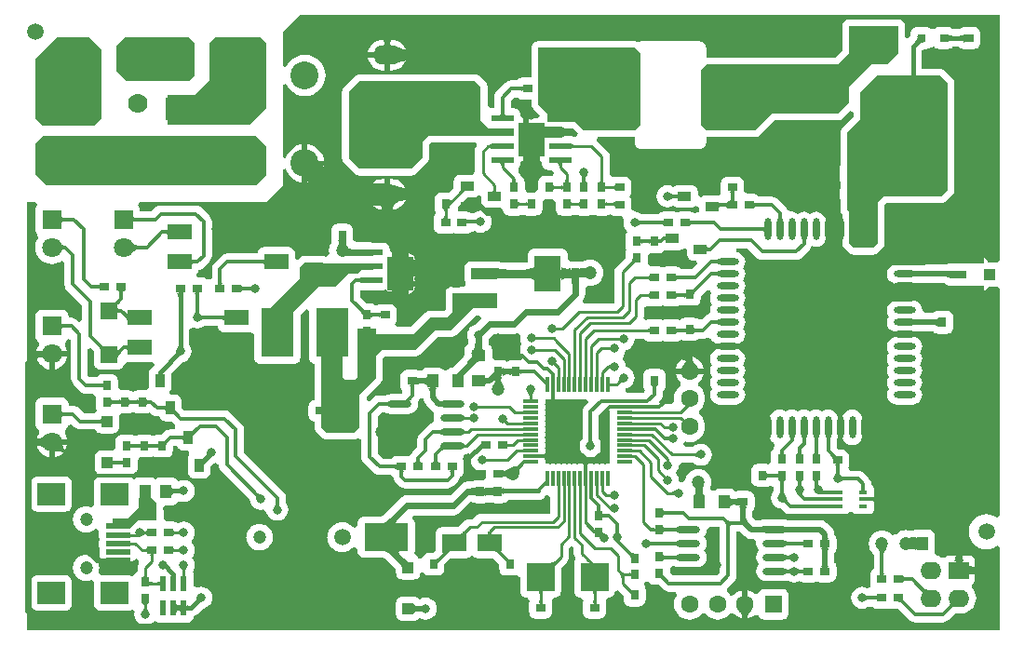
<source format=gtl>
G04 Layer_Physical_Order=1*
G04 Layer_Color=255*
%FSTAX24Y24*%
%MOIN*%
G70*
G01*
G75*
%ADD10R,0.0669X0.0787*%
%ADD11R,0.1575X0.1969*%
%ADD12R,0.0787X0.0669*%
%ADD13R,0.0354X0.0315*%
%ADD14R,0.0945X0.1220*%
%ADD15R,0.0820X0.0230*%
%ADD16R,0.1024X0.0630*%
%ADD17R,0.0315X0.0354*%
%ADD18R,0.0472X0.0335*%
%ADD19R,0.0945X0.1299*%
%ADD20R,0.0945X0.0394*%
%ADD21O,0.0787X0.0236*%
%ADD22O,0.0236X0.0787*%
%ADD23R,0.0984X0.1181*%
%ADD24R,0.1378X0.0315*%
%ADD25R,0.0591X0.0315*%
%ADD26R,0.0433X0.0394*%
%ADD27R,0.0866X0.0394*%
%ADD28R,0.0433X0.0512*%
%ADD29R,0.0315X0.0157*%
%ADD30R,0.0394X0.0500*%
%ADD31O,0.0866X0.0236*%
%ADD32R,0.0984X0.1024*%
%ADD33R,0.0866X0.0630*%
%ADD34R,0.0551X0.0118*%
%ADD35R,0.0118X0.0551*%
%ADD36R,0.0500X0.0394*%
%ADD37R,0.1181X0.1772*%
%ADD38R,0.0600X0.0600*%
%ADD39R,0.0866X0.0571*%
%ADD40R,0.0335X0.0472*%
%ADD41R,0.1378X0.0984*%
%ADD42R,0.1575X0.0984*%
%ADD43R,0.0394X0.0394*%
%ADD44R,0.0984X0.0787*%
%ADD45R,0.0886X0.0197*%
%ADD46R,0.0220X0.0580*%
%ADD47R,0.0315X0.0315*%
%ADD48C,0.0591*%
%ADD49C,0.0236*%
%ADD50C,0.0118*%
%ADD51C,0.0157*%
%ADD52C,0.0098*%
%ADD53C,0.0787*%
%ADD54C,0.0315*%
%ADD55C,0.0394*%
%ADD56C,0.0200*%
%ADD57C,0.0197*%
%ADD58R,0.0709X0.0709*%
%ADD59C,0.0709*%
%ADD60C,0.0800*%
%ADD61C,0.0700*%
%ADD62R,0.1000X0.1000*%
%ADD63C,0.1000*%
%ADD64O,0.1000X0.0700*%
%ADD65R,0.1000X0.0700*%
%ADD66C,0.0315*%
%ADD67C,0.0630*%
%ADD68O,0.0748X0.0630*%
%ADD69R,0.0748X0.0630*%
%ADD70R,0.0630X0.0630*%
%ADD71C,0.0472*%
%ADD72C,0.0591*%
%ADD73R,0.1181X0.1181*%
%ADD74C,0.1181*%
%ADD75C,0.0394*%
G36*
X020748Y024044D02*
X020752Y024034D01*
X020757Y024025D01*
X020766Y024017D01*
X020776Y024011D01*
X020789Y024006D01*
X020805Y024001D01*
X020822Y023998D01*
X020842Y023997D01*
X020865Y023996D01*
Y023878D01*
X020842Y023877D01*
X020822Y023876D01*
X020805Y023873D01*
X020789Y023869D01*
X020776Y023863D01*
X020766Y023857D01*
X020757Y023849D01*
X020752Y02384D01*
X020748Y02383D01*
X020747Y023819D01*
Y024055D01*
X020748Y024044D01*
D02*
G37*
G36*
X021065Y023819D02*
X021064Y02383D01*
X021061Y02384D01*
X021055Y023849D01*
X021046Y023857D01*
X021036Y023863D01*
X021022Y023869D01*
X021007Y023873D01*
X020989Y023876D01*
X020969Y023877D01*
X020946Y023878D01*
Y023996D01*
X020969Y023997D01*
X020989Y023998D01*
X021007Y024001D01*
X021022Y024006D01*
X021036Y024011D01*
X021046Y024017D01*
X021055Y024025D01*
X021061Y024034D01*
X021064Y024044D01*
X021065Y024055D01*
Y023819D01*
D02*
G37*
G36*
X021378Y024044D02*
X021381Y024034D01*
X021387Y024025D01*
X021396Y024017D01*
X021406Y024011D01*
X021419Y024006D01*
X021435Y024001D01*
X021452Y023998D01*
X021472Y023997D01*
X021495Y023996D01*
Y023878D01*
X021472Y023877D01*
X021452Y023876D01*
X021435Y023873D01*
X021419Y023869D01*
X021406Y023863D01*
X021396Y023857D01*
X021387Y023849D01*
X021381Y02384D01*
X021378Y02383D01*
X021377Y023819D01*
Y024055D01*
X021378Y024044D01*
D02*
G37*
G36*
X032016Y023818D02*
X032005Y023823D01*
X031993Y023825D01*
X03198Y023824D01*
X031965Y02382D01*
X031949Y023813D01*
X031932Y023803D01*
X031913Y02379D01*
X031893Y023774D01*
X031871Y023756D01*
X031849Y023734D01*
X031743Y023795D01*
X031765Y023818D01*
X0318Y02386D01*
X031812Y023878D01*
X031821Y023894D01*
X031827Y023908D01*
X031829Y023921D01*
X031827Y023932D01*
X031822Y023941D01*
X031814Y023948D01*
X032016Y023818D01*
D02*
G37*
G36*
X031713Y023441D02*
X031715Y023421D01*
X031718Y023403D01*
X031722Y023388D01*
X031727Y023375D01*
X031734Y023364D01*
X031742Y023356D01*
X03175Y02335D01*
X03176Y023346D01*
X031772Y023345D01*
X031535D01*
X031547Y023346D01*
X031557Y02335D01*
X031566Y023356D01*
X031573Y023364D01*
X03158Y023375D01*
X031585Y023388D01*
X031589Y023403D01*
X031592Y023421D01*
X031594Y023441D01*
X031594Y023463D01*
X031713D01*
X031713Y023441D01*
D02*
G37*
G36*
X02363Y023544D02*
X023622Y023542D01*
X023613Y02354D01*
X023603Y023537D01*
X023593Y023532D01*
X023583Y023526D01*
X023572Y023519D01*
X023561Y023511D01*
X023538Y023491D01*
X023526Y023479D01*
X023425Y023567D01*
X023461Y023414D01*
X023433Y023385D01*
X023387Y023331D01*
X02337Y023306D01*
X023357Y023283D01*
X023348Y023262D01*
X023342Y023242D01*
X023341Y023223D01*
X023342Y023207D01*
X023348Y023191D01*
X023196Y023482D01*
X023205Y02347D01*
X023217Y023463D01*
X023232Y023462D01*
X023249Y023465D01*
X02327Y023474D01*
X023294Y023488D01*
X023321Y023507D01*
X02335Y023531D01*
X023414Y02359D01*
X023418Y023595D01*
X023438Y023618D01*
X023445Y023629D01*
X023452Y02364D01*
X023457Y023651D01*
X023461Y023661D01*
X023464Y023671D01*
X023465Y02368D01*
X023465Y023689D01*
X02363Y023544D01*
D02*
G37*
G36*
X041029Y023512D02*
X041017Y023523D01*
X041005Y023534D01*
X040992Y023543D01*
X040979Y023551D01*
X040966Y023558D01*
X040953Y023563D01*
X04094Y023567D01*
X040926Y02357D01*
X040912Y023572D01*
X040898Y023573D01*
Y023671D01*
X040912Y023672D01*
X040926Y023674D01*
X04094Y023677D01*
X040953Y023681D01*
X040966Y023687D01*
X040979Y023693D01*
X040992Y023701D01*
X041005Y02371D01*
X041017Y023721D01*
X041029Y023732D01*
Y023512D01*
D02*
G37*
G36*
X021695Y023819D02*
X021694Y02383D01*
X021691Y02384D01*
X021685Y023849D01*
X021676Y023857D01*
X021665Y023863D01*
X021652Y023869D01*
X021637Y023873D01*
X021619Y023876D01*
X021599Y023877D01*
X021576Y023878D01*
Y023996D01*
X021599Y023997D01*
X021619Y023998D01*
X021637Y024001D01*
X021652Y024006D01*
X021665Y024011D01*
X021676Y024017D01*
X021685Y024025D01*
X021691Y024034D01*
X021694Y024044D01*
X021695Y024055D01*
Y023819D01*
D02*
G37*
G36*
X03187Y024333D02*
X031858Y024341D01*
X031846Y024348D01*
X031832Y024355D01*
X031817Y024361D01*
X031802Y024365D01*
X031785Y024369D01*
X031768Y024372D01*
X031749Y024374D01*
X031709Y024376D01*
Y024494D01*
X031729Y024494D01*
X031768Y024498D01*
X031785Y024501D01*
X031802Y024505D01*
X031817Y02451D01*
X031832Y024515D01*
X031846Y024522D01*
X031858Y024529D01*
X03187Y024537D01*
Y024333D01*
D02*
G37*
G36*
X032624Y024523D02*
X032628Y024515D01*
X032635Y024508D01*
X032645Y024502D01*
X032657Y024496D01*
X032673Y024492D01*
X032691Y024489D01*
X032713Y024486D01*
X032737Y024485D01*
X032764Y024484D01*
Y024386D01*
X032737Y024385D01*
X032691Y024381D01*
X032673Y024378D01*
X032657Y024374D01*
X032645Y024368D01*
X032635Y024362D01*
X032628Y024355D01*
X032624Y024347D01*
X032622Y024338D01*
Y024533D01*
X032624Y024523D01*
D02*
G37*
G36*
X023047Y024398D02*
X023026Y024377D01*
X022994Y024338D01*
X022981Y024319D01*
X022971Y024302D01*
X022964Y024286D01*
X02296Y024271D01*
X022958Y024257D01*
X022959Y024244D01*
X022962Y024231D01*
X022865Y024466D01*
X022871Y024456D01*
X02288Y024451D01*
X02289Y024449D01*
X022904Y024452D01*
X022919Y024458D01*
X022937Y024469D01*
X022957Y024483D01*
X02298Y024502D01*
X023032Y024551D01*
X023047Y024398D01*
D02*
G37*
G36*
X022632Y024114D02*
X022631Y024125D01*
X022628Y024135D01*
X022622Y024144D01*
X022613Y024152D01*
X022603Y024158D01*
X022589Y024164D01*
X022574Y024168D01*
X022556Y024171D01*
X022536Y024173D01*
X022513Y024173D01*
Y024291D01*
X022536Y024292D01*
X022556Y024294D01*
X022574Y024297D01*
X022589Y024301D01*
X022603Y024306D01*
X022613Y024313D01*
X022622Y02432D01*
X022628Y024329D01*
X022631Y024339D01*
X022632Y02435D01*
Y024114D01*
D02*
G37*
G36*
X032647Y024006D02*
X032651Y024002D01*
X032656Y023997D01*
X032664Y023994D01*
X032673Y023991D01*
X032685Y023989D01*
X032699Y023987D01*
X032734Y023985D01*
X032754Y023984D01*
Y023886D01*
X032734Y023886D01*
X032685Y023881D01*
X032673Y023879D01*
X032664Y023876D01*
X032656Y023873D01*
X032651Y023869D01*
X032647Y023864D01*
X032646Y023859D01*
Y024011D01*
X032647Y024006D01*
D02*
G37*
G36*
X037264Y024162D02*
X037266Y024147D01*
X037268Y024133D01*
X037272Y02412D01*
X037277Y024107D01*
X037282Y024094D01*
X037289Y024082D01*
X037297Y024071D01*
X037305Y02406D01*
X037315Y024049D01*
X037094D01*
X037104Y02406D01*
X037113Y024071D01*
X037121Y024082D01*
X037127Y024094D01*
X037133Y024107D01*
X037137Y02412D01*
X037141Y024133D01*
X037144Y024147D01*
X037145Y024162D01*
X037146Y024177D01*
X037264D01*
X037264Y024162D01*
D02*
G37*
G36*
X02209Y024093D02*
X022068Y02407D01*
X022032Y024028D01*
X022019Y024009D01*
X022009Y023991D01*
X022002Y023975D01*
X021999Y023961D01*
X021998Y023948D01*
X022001Y023936D01*
X022007Y023926D01*
X021859Y024113D01*
X021868Y024105D01*
X021878Y024101D01*
X02189Y024101D01*
X021904Y024104D01*
X02192Y024111D01*
X021937Y024121D01*
X021957Y024134D01*
X021978Y024151D01*
X022026Y024196D01*
X02209Y024093D01*
D02*
G37*
G36*
X031083Y023441D02*
X031085Y02342D01*
X031088Y023403D01*
X031092Y023387D01*
X031097Y023374D01*
X031104Y023363D01*
X031112Y023355D01*
X03112Y023349D01*
X031131Y023345D01*
X031142Y023344D01*
X030906D01*
X030917Y023345D01*
X030927Y023349D01*
X030936Y023355D01*
X030943Y023363D01*
X03095Y023374D01*
X030955Y023387D01*
X030959Y023403D01*
X030962Y02342D01*
X030964Y023441D01*
X030965Y023463D01*
X031083D01*
X031083Y023441D01*
D02*
G37*
G36*
X041241Y022481D02*
X041235Y022469D01*
X041229Y022455D01*
X041224Y02244D01*
X04122Y022423D01*
X041217Y022404D01*
X041212Y022361D01*
X041212Y022358D01*
X041218Y022289D01*
X041223Y022259D01*
X04123Y022233D01*
X041239Y022211D01*
X041249Y022195D01*
X04126Y022183D01*
X041274Y022176D01*
X041288Y022174D01*
X040897D01*
X040912Y022176D01*
X040925Y022183D01*
X040937Y022195D01*
X040947Y022211D01*
X040955Y022233D01*
X040962Y022259D01*
X040968Y022289D01*
X040971Y022325D01*
X040972Y022328D01*
X04097Y022348D01*
X040966Y022368D01*
X040961Y022386D01*
X040955Y022402D01*
X040948Y022417D01*
X04094Y02243D01*
X04093Y02244D01*
X04092Y02245D01*
X041248Y022491D01*
X041241Y022481D01*
D02*
G37*
G36*
X022525Y022213D02*
X022519Y022219D01*
X022511Y022224D01*
X022502Y022229D01*
X022492Y022233D01*
X02248Y022236D01*
X022468Y022239D01*
X022454Y022241D01*
X02244Y022243D01*
X022407Y022244D01*
Y022402D01*
X022424Y022402D01*
X022454Y022404D01*
X022468Y022407D01*
X02248Y022409D01*
X022492Y022413D01*
X022502Y022417D01*
X022511Y022422D01*
X022519Y022427D01*
X022525Y022433D01*
Y022213D01*
D02*
G37*
G36*
X033741Y022127D02*
X033739Y022138D01*
X033732Y022148D01*
X03372Y022157D01*
X033704Y022164D01*
X033682Y022171D01*
X033656Y022176D01*
X033626Y02218D01*
X033587Y022182D01*
X033509Y022176D01*
X033483Y022171D01*
X033462Y022164D01*
X033445Y022157D01*
X033433Y022148D01*
X033426Y022138D01*
X033424Y022127D01*
Y022479D01*
X033426Y022468D01*
X033433Y022458D01*
X033445Y02245D01*
X033462Y022442D01*
X033483Y022436D01*
X033509Y022431D01*
X03354Y022426D01*
X033578Y022424D01*
X033656Y022431D01*
X033682Y022436D01*
X033704Y022442D01*
X03372Y02245D01*
X033732Y022458D01*
X033739Y022468D01*
X033741Y022479D01*
Y022127D01*
D02*
G37*
G36*
X034055Y022464D02*
X03406Y022451D01*
X034068Y02244D01*
X034079Y022429D01*
X034093Y022421D01*
X034111Y022414D01*
X034131Y022409D01*
X034155Y022405D01*
X034181Y022402D01*
X034211Y022402D01*
Y022244D01*
X034181Y022243D01*
X034155Y022241D01*
X034131Y022237D01*
X034111Y022232D01*
X034093Y022224D01*
X034079Y022216D01*
X034068Y022206D01*
X03406Y022194D01*
X034055Y02218D01*
X034054Y022165D01*
Y022479D01*
X034055Y022464D01*
D02*
G37*
G36*
X033111Y022127D02*
X033109Y022138D01*
X033102Y022148D01*
X03309Y022157D01*
X033074Y022164D01*
X033052Y022171D01*
X033026Y022176D01*
X032996Y02218D01*
X03292Y022184D01*
X032875Y022185D01*
Y022421D01*
X03292Y022422D01*
X033026Y022431D01*
X033052Y022436D01*
X033074Y022442D01*
X03309Y02245D01*
X033102Y022458D01*
X033109Y022468D01*
X033111Y022479D01*
Y022127D01*
D02*
G37*
G36*
X040242Y022134D02*
X04023Y022145D01*
X040217Y022156D01*
X040205Y022165D01*
X040192Y022173D01*
X040179Y02218D01*
X040166Y022185D01*
X040152Y022189D01*
X040138Y022192D01*
X040124Y022194D01*
X04011Y022195D01*
Y022293D01*
X040124Y022294D01*
X040138Y022296D01*
X040152Y022299D01*
X040166Y022303D01*
X040179Y022309D01*
X040192Y022315D01*
X040205Y022323D01*
X040217Y022332D01*
X04023Y022343D01*
X040242Y022354D01*
Y022134D01*
D02*
G37*
G36*
X022204Y022465D02*
X022209Y022452D01*
X022217Y02244D01*
X022228Y02243D01*
X022242Y022421D01*
X022259Y022414D01*
X02228Y022409D01*
X022304Y022405D01*
X022331Y022402D01*
X022361Y022402D01*
Y022244D01*
X022331Y022243D01*
X022304Y022241D01*
X02228Y022237D01*
X022259Y022232D01*
X022242Y022224D01*
X022228Y022216D01*
X022217Y022206D01*
X022209Y022194D01*
X022204Y02218D01*
X022202Y022165D01*
Y02248D01*
X022204Y022465D01*
D02*
G37*
G36*
X03054Y023032D02*
X03053Y023028D01*
X030521Y023022D01*
X030513Y023014D01*
X030507Y023003D01*
X030502Y02299D01*
X030497Y022975D01*
X030494Y022957D01*
X030493Y022937D01*
X030492Y022915D01*
X030374D01*
X030373Y022937D01*
X030372Y022957D01*
X030369Y022975D01*
X030365Y02299D01*
X030359Y023003D01*
X030353Y023014D01*
X030345Y023022D01*
X030336Y023028D01*
X030326Y023032D01*
X030315Y023033D01*
X030551D01*
X03054Y023032D01*
D02*
G37*
G36*
X020078Y023453D02*
X020081Y023443D01*
X020087Y023434D01*
X020095Y023427D01*
X020106Y02342D01*
X020119Y023415D01*
X020135Y023411D01*
X020153Y023408D01*
X020173Y023406D01*
X020196Y023406D01*
Y023287D01*
X020173Y023287D01*
X020153Y023285D01*
X020135Y023282D01*
X020119Y023278D01*
X020106Y023273D01*
X020095Y023266D01*
X020087Y023258D01*
X020081Y02325D01*
X020078Y02324D01*
X020076Y023228D01*
Y023465D01*
X020078Y023453D01*
D02*
G37*
G36*
X020435Y023228D02*
X020434Y02324D01*
X020431Y02325D01*
X020425Y023258D01*
X020416Y023266D01*
X020406Y023273D01*
X020393Y023278D01*
X020377Y023282D01*
X020359Y023285D01*
X020339Y023287D01*
X020316Y023287D01*
Y023406D01*
X020339Y023406D01*
X020359Y023408D01*
X020377Y023411D01*
X020393Y023415D01*
X020406Y02342D01*
X020416Y023427D01*
X020425Y023434D01*
X020431Y023443D01*
X020434Y023453D01*
X020435Y023465D01*
Y023228D01*
D02*
G37*
G36*
X035865Y02564D02*
X035923Y025616D01*
X035984Y025608D01*
X036102D01*
X036142Y025613D01*
X036181Y025608D01*
X036299D01*
X036339Y025613D01*
X036378Y025608D01*
X036496D01*
X036535Y025613D01*
X036575Y025608D01*
X036693D01*
X036732Y025613D01*
X036772Y025608D01*
X03689D01*
X036929Y025613D01*
X036969Y025608D01*
X037067D01*
X037099Y025563D01*
X037119Y025493D01*
X036994Y025368D01*
X036947Y025306D01*
X036917Y025235D01*
X036907Y025157D01*
Y024196D01*
X036861Y024136D01*
X036821Y02404D01*
X036808Y023937D01*
X036821Y023834D01*
X036861Y023738D01*
X036924Y023656D01*
X037006Y023593D01*
X037102Y023553D01*
X037205Y02354D01*
X037308Y023553D01*
X037403Y023593D01*
X037486Y023656D01*
X037549Y023738D01*
X037588Y023834D01*
X037602Y023937D01*
X037588Y02404D01*
X037549Y024136D01*
X037503Y024196D01*
Y025034D01*
X037702Y025234D01*
X037859D01*
X037892Y025197D01*
Y025079D01*
X037897Y025039D01*
X037892Y025D01*
Y024882D01*
X037897Y024843D01*
X037892Y024803D01*
Y024685D01*
X037897Y024646D01*
X037892Y024606D01*
Y024488D01*
X037897Y024449D01*
X037892Y024409D01*
Y024291D01*
X037897Y024252D01*
X037892Y024213D01*
Y024094D01*
X037897Y024055D01*
X037892Y024016D01*
Y023898D01*
X037897Y023858D01*
X037892Y023819D01*
Y023701D01*
X037897Y023661D01*
X037892Y023622D01*
Y023504D01*
X037897Y023465D01*
X037892Y023425D01*
Y023406D01*
X037876Y023305D01*
X037775Y023289D01*
X037756D01*
X037717Y023284D01*
X037677Y023289D01*
X037559D01*
X03752Y023284D01*
X03748Y023289D01*
X037362D01*
X037323Y023284D01*
X037283Y023289D01*
X037165D01*
X037104Y023281D01*
X037046Y023258D01*
X037028Y023243D01*
X037009Y023258D01*
X036951Y023281D01*
X03689Y023289D01*
X036772D01*
X036732Y023284D01*
X036693Y023289D01*
X036575D01*
X036535Y023284D01*
X036496Y023289D01*
X036378D01*
X036339Y023284D01*
X036299Y023289D01*
X036181D01*
X036142Y023284D01*
X036102Y023289D01*
X035984D01*
X035945Y023284D01*
X035906Y023289D01*
X035787D01*
X035748Y023284D01*
X035709Y023289D01*
X03569D01*
X035588Y023305D01*
X035573Y023406D01*
Y023425D01*
X035565Y023487D01*
X035541Y023544D01*
X035527Y023563D01*
X035541Y023582D01*
X035565Y023639D01*
X035573Y023701D01*
Y023819D01*
X035568Y023858D01*
X035573Y023898D01*
Y024016D01*
X035568Y024055D01*
X035573Y024094D01*
Y024213D01*
X035568Y024252D01*
X035573Y024291D01*
Y024409D01*
X035568Y024449D01*
X035573Y024488D01*
Y024606D01*
X035568Y024646D01*
X035573Y024685D01*
Y024803D01*
X035568Y024843D01*
X035573Y024882D01*
Y025D01*
X035568Y025039D01*
X035573Y025079D01*
Y025197D01*
X035568Y025236D01*
X035573Y025276D01*
Y025394D01*
X035568Y025433D01*
X035573Y025472D01*
Y025491D01*
X035588Y025593D01*
X03569Y025608D01*
X035709D01*
X03577Y025616D01*
X035828Y02564D01*
X035846Y025654D01*
X035865Y02564D01*
D02*
G37*
G36*
X030258Y023071D02*
X030257Y023082D01*
X030254Y023092D01*
X030248Y023101D01*
X030239Y023109D01*
X030228Y023115D01*
X030215Y02312D01*
X0302Y023125D01*
X030182Y023128D01*
X030162Y023129D01*
X030139Y02313D01*
Y023248D01*
X030162Y023249D01*
X030182Y02325D01*
X0302Y023253D01*
X030215Y023257D01*
X030228Y023263D01*
X030239Y023269D01*
X030248Y023277D01*
X030254Y023286D01*
X030257Y023296D01*
X030258Y023307D01*
Y023071D01*
D02*
G37*
G36*
X032351Y023033D02*
X032341Y023029D01*
X032332Y023023D01*
X032324Y023015D01*
X032318Y023004D01*
X032313Y022991D01*
X032308Y022975D01*
X032306Y022958D01*
X032304Y022937D01*
X032303Y022915D01*
X032185D01*
X032184Y022937D01*
X032183Y022958D01*
X03218Y022975D01*
X032176Y022991D01*
X03217Y023004D01*
X032164Y023015D01*
X032156Y023023D01*
X032147Y023029D01*
X032137Y023033D01*
X032126Y023034D01*
X032362D01*
X032351Y023033D01*
D02*
G37*
G36*
X034713Y023173D02*
X0347Y023158D01*
X034688Y023142D01*
X034678Y023124D01*
X034669Y023105D01*
X034662Y023084D01*
X034656Y023061D01*
X034651Y023037D01*
X034648Y023011D01*
X034646Y022984D01*
X034646Y022955D01*
X034412Y023189D01*
X034441Y023189D01*
X034494Y023194D01*
X034518Y023199D01*
X034541Y023205D01*
X034562Y023213D01*
X034581Y023221D01*
X034599Y023232D01*
X034615Y023243D01*
X03463Y023256D01*
X034713Y023173D01*
D02*
G37*
G36*
X034241Y022787D02*
X034224Y022804D01*
X034206Y022819D01*
X034187Y022832D01*
X034169Y022843D01*
X034149Y022852D01*
X03413Y02286D01*
X034118Y022864D01*
X034111Y022862D01*
X034093Y022855D01*
X034079Y022846D01*
X034068Y022836D01*
X03406Y022824D01*
X034055Y022811D01*
X034054Y022796D01*
Y022874D01*
X034045Y022874D01*
X034045Y023031D01*
X034054Y023032D01*
Y023109D01*
X034055Y023094D01*
X03406Y023081D01*
X034068Y023069D01*
X034079Y023059D01*
X034093Y023051D01*
X034111Y023044D01*
X034118Y023042D01*
X03413Y023045D01*
X034149Y023053D01*
X034169Y023063D01*
X034187Y023074D01*
X034206Y023087D01*
X034224Y023102D01*
X034241Y023118D01*
X034241Y022787D01*
D02*
G37*
G36*
X038384Y02622D02*
X038368Y02622D01*
X038351Y026219D01*
X038336Y026216D01*
X038321Y026213D01*
X038307Y026208D01*
X038294Y026203D01*
X038282Y026196D01*
X03827Y026189D01*
X038259Y02618D01*
X038248Y026171D01*
X038178Y02624D01*
X038188Y026251D01*
X038197Y026262D01*
X038204Y026274D01*
X038211Y026286D01*
X038216Y0263D01*
X038221Y026314D01*
X038224Y026328D01*
X038227Y026344D01*
X038228Y02636D01*
X038228Y026376D01*
X038384Y02622D01*
D02*
G37*
G36*
X031351Y026067D02*
X031349Y026086D01*
X031343Y026103D01*
X031333Y026117D01*
X031319Y02613D01*
X031301Y026141D01*
X031279Y02615D01*
X031254Y026157D01*
X031224Y026162D01*
X03119Y026165D01*
X031163Y026165D01*
X031142Y026165D01*
X03108Y02616D01*
X031054Y026156D01*
X031032Y02615D01*
X031015Y026143D01*
X031001Y026135D01*
X030991Y026126D01*
X030985Y026115D01*
X030983Y026104D01*
Y026416D01*
X030985Y026406D01*
X030991Y026397D01*
X031001Y026389D01*
X031015Y026382D01*
X031032Y026376D01*
X031054Y026371D01*
X03108Y026367D01*
X031109Y026365D01*
X031167Y026363D01*
X03119Y026363D01*
X031224Y026366D01*
X031254Y026371D01*
X031279Y026378D01*
X031301Y026387D01*
X031319Y026398D01*
X031333Y026411D01*
X031343Y026426D01*
X031349Y026442D01*
X031351Y026461D01*
Y026067D01*
D02*
G37*
G36*
X033272Y028502D02*
X033049Y028279D01*
X032986Y028253D01*
X032904Y02819D01*
X032841Y028108D01*
X032801Y028012D01*
X032788Y027909D01*
X032801Y027806D01*
X032827Y027743D01*
Y027583D01*
X032816Y027578D01*
X032766Y02754D01*
X032728Y027491D01*
X032705Y027434D01*
X032696Y027372D01*
Y027202D01*
X032642Y027137D01*
X032641Y027137D01*
X032257Y026752D01*
X032254D01*
X032192Y026744D01*
X032135Y02672D01*
X032085Y026683D01*
X032066Y026658D01*
X032013Y026647D01*
X031983D01*
X03193Y026658D01*
X03191Y026683D01*
X031861Y02672D01*
X031804Y026744D01*
X031742Y026752D01*
X031348D01*
X031287Y026744D01*
X031229Y02672D01*
X03118Y026683D01*
X031142Y026633D01*
X031061Y026641D01*
X031061Y026641D01*
X031046Y026647D01*
X031004Y026653D01*
X031Y026654D01*
X030999Y026654D01*
X030984Y026656D01*
X03063D01*
X030568Y026647D01*
X030511Y026624D01*
X030461Y026586D01*
X030424Y026536D01*
X0304Y026479D01*
X030392Y026417D01*
Y026102D01*
X0304Y026041D01*
X030424Y025983D01*
X030461Y025934D01*
X030456Y025798D01*
X030451Y025794D01*
X03045Y025792D01*
X030039D01*
X029947Y02578D01*
X029903Y025762D01*
X029899Y025761D01*
X029893Y025758D01*
X029861Y025745D01*
X029847Y025734D01*
X029847Y025734D01*
X029831Y025733D01*
X029608D01*
X029531Y025723D01*
X029459Y025693D01*
X029398Y025646D01*
X029398Y025646D01*
X029284Y025532D01*
X029175Y025578D01*
Y025689D01*
X029696Y026209D01*
X029734Y026259D01*
X029744Y026283D01*
X029758Y026316D01*
X029766Y026378D01*
Y027067D01*
X029823Y027124D01*
X030906D01*
X030967Y027132D01*
X031025Y027156D01*
X031074Y027194D01*
X031713Y027833D01*
X032205D01*
X032266Y027841D01*
X0323Y027855D01*
X032324Y027865D01*
X032373Y027902D01*
X033091Y02862D01*
X033223D01*
X033272Y028502D01*
D02*
G37*
G36*
X033434Y026401D02*
X033438Y026394D01*
X033445Y026388D01*
X033455Y026383D01*
X033467Y026378D01*
X033483Y026374D01*
X033501Y026372D01*
X033522Y02637D01*
X033573Y026368D01*
Y026171D01*
X033546Y026171D01*
X033501Y026167D01*
X033483Y026165D01*
X033467Y026161D01*
X033455Y026156D01*
X033445Y026151D01*
X033438Y026145D01*
X033434Y026138D01*
X033432Y02613D01*
Y026409D01*
X033434Y026401D01*
D02*
G37*
G36*
X019726Y025984D02*
X019724Y025995D01*
X019721Y026006D01*
X019715Y026014D01*
X019707Y026022D01*
X019696Y026029D01*
X019683Y026034D01*
X019668Y026038D01*
X01965Y026041D01*
X01963Y026043D01*
X019607Y026043D01*
Y026161D01*
X01963Y026162D01*
X01965Y026164D01*
X019668Y026167D01*
X019683Y026171D01*
X019696Y026176D01*
X019707Y026183D01*
X019715Y02619D01*
X019721Y026199D01*
X019724Y026209D01*
X019726Y02622D01*
Y025984D01*
D02*
G37*
G36*
X030914Y026102D02*
X030904Y026099D01*
X030895Y026093D01*
X030887Y026085D01*
X030881Y026074D01*
X030876Y026061D01*
X030871Y026046D01*
X030868Y026028D01*
X030867Y026008D01*
X030866Y025985D01*
X030748D01*
X030747Y026008D01*
X030746Y026028D01*
X030743Y026046D01*
X030739Y026061D01*
X030733Y026074D01*
X030727Y026085D01*
X030719Y026093D01*
X03071Y026099D01*
X0307Y026102D01*
X030689Y026104D01*
X030925D01*
X030914Y026102D01*
D02*
G37*
G36*
X039595Y026104D02*
X039585Y0261D01*
X039576Y026094D01*
X039569Y026086D01*
X039562Y026075D01*
X039557Y026062D01*
X039553Y026046D01*
X03955Y026028D01*
X039548Y026008D01*
X039547Y025985D01*
X039429D01*
X039429Y026008D01*
X039427Y026028D01*
X039424Y026046D01*
X03942Y026062D01*
X039414Y026075D01*
X039408Y026086D01*
X0394Y026094D01*
X039391Y0261D01*
X039381Y026104D01*
X03937Y026105D01*
X039606D01*
X039595Y026104D01*
D02*
G37*
G36*
X034684Y026701D02*
X034687Y026691D01*
X034693Y026682D01*
X034702Y026675D01*
X034712Y026668D01*
X034726Y026663D01*
X034741Y026659D01*
X034759Y026656D01*
X034779Y026654D01*
X034799Y026654D01*
X034803Y026654D01*
Y026535D01*
X034762Y026533D01*
X034759Y026533D01*
X034741Y02653D01*
X034726Y026526D01*
X034712Y026521D01*
X034702Y026514D01*
X034693Y026506D01*
X034687Y026498D01*
X034684Y026488D01*
X034683Y026476D01*
Y026529D01*
X034597Y026525D01*
Y026664D01*
X034601Y026662D01*
X034609Y02666D01*
X03462Y026659D01*
X034654Y026656D01*
X034683Y026656D01*
Y026713D01*
X034684Y026701D01*
D02*
G37*
G36*
X022518Y027165D02*
X022509Y027165D01*
X0225Y027163D01*
X02249Y02716D01*
X02248Y027156D01*
X02247Y02715D01*
X022459Y027143D01*
X022448Y027135D01*
X022436Y027126D01*
X022412Y027104D01*
X022301Y027215D01*
X022313Y027227D01*
X022332Y027251D01*
X02234Y027262D01*
X022347Y027273D01*
X022353Y027283D01*
X022357Y027293D01*
X02236Y027303D01*
X022362Y027312D01*
X022362Y027321D01*
X022518Y027165D01*
D02*
G37*
G36*
X019686Y027564D02*
X019729Y027527D01*
X019749Y027514D01*
X019766Y027504D01*
X019782Y027497D01*
X019796Y027494D01*
X019809D01*
X01982Y027497D01*
X019829Y027504D01*
X019662Y027336D01*
X019669Y027346D01*
X019672Y027357D01*
Y027369D01*
X019669Y027383D01*
X019662Y027399D01*
X019652Y027417D01*
X019638Y027436D01*
X019622Y027457D01*
X019578Y027504D01*
X019662Y027587D01*
X019686Y027564D01*
D02*
G37*
G36*
X020632Y027344D02*
X020631Y027356D01*
X020628Y027366D01*
X020622Y027375D01*
X020613Y027382D01*
X020602Y027389D01*
X020589Y027394D01*
X020574Y027398D01*
X020556Y027401D01*
X020536Y027403D01*
X020513Y027404D01*
Y027522D01*
X020536Y027522D01*
X020556Y027524D01*
X020574Y027527D01*
X020589Y027531D01*
X020602Y027536D01*
X020613Y027543D01*
X020622Y027551D01*
X020628Y027559D01*
X020631Y027569D01*
X020632Y027581D01*
Y027344D01*
D02*
G37*
G36*
X034665Y027947D02*
X034697Y027903D01*
X034695Y027898D01*
X034682Y027795D01*
X034695Y027692D01*
X034735Y027597D01*
X034749Y027579D01*
X034735Y027561D01*
X034695Y027465D01*
X034682Y027362D01*
X034695Y027259D01*
X034735Y027164D01*
X034775Y027112D01*
X034709Y027007D01*
X034685Y02701D01*
X03437D01*
X034346Y027007D01*
X034341Y027007D01*
X034335Y027005D01*
X034308Y027002D01*
X034284Y026992D01*
X034281Y026991D01*
X034277Y026989D01*
X034251Y026978D01*
X034229Y026961D01*
X034227Y02696D01*
X034225Y026958D01*
X034213Y026949D01*
X034201Y026958D01*
X034199Y02696D01*
X034196Y026961D01*
X034174Y026978D01*
X034148Y026989D01*
X034145Y026991D01*
X034141Y026992D01*
X034117Y027002D01*
X03409Y027005D01*
X034085Y027007D01*
X034079Y027007D01*
X034055Y02701D01*
X03374D01*
X033673Y02712D01*
Y027372D01*
X033665Y027434D01*
X033641Y027491D01*
X033603Y02754D01*
X033554Y027578D01*
X033542Y027583D01*
Y027743D01*
X033555Y027774D01*
X033731Y02795D01*
X034449D01*
X034541Y027962D01*
X034605Y027988D01*
X034665Y027947D01*
D02*
G37*
G36*
X037943Y02668D02*
X037936Y026688D01*
X037929Y026695D01*
X03792Y026702D01*
X037911Y026707D01*
X037901Y026712D01*
X037889Y026716D01*
X037877Y026719D01*
X037864Y026721D01*
X03785Y026722D01*
X037835Y026722D01*
Y026821D01*
X03785Y026821D01*
X037864Y026823D01*
X037877Y026825D01*
X037889Y026828D01*
X037901Y026832D01*
X037911Y026836D01*
X03792Y026842D01*
X037929Y026848D01*
X037936Y026855D01*
X037943Y026864D01*
Y02668D01*
D02*
G37*
G36*
X034371Y026419D02*
X034369Y026433D01*
X034363Y026446D01*
X034354Y026458D01*
X03434Y026468D01*
X034322Y026477D01*
X0343Y026484D01*
X034275Y026489D01*
X034245Y026493D01*
X034213Y026495D01*
X03415Y026489D01*
X034125Y026484D01*
X034103Y026477D01*
X034085Y026468D01*
X034072Y026458D01*
X034062Y026446D01*
X034056Y026433D01*
X034054Y026419D01*
X034043Y026417D01*
X034033Y026411D01*
X034024Y026401D01*
X034017Y026387D01*
X034011Y026369D01*
X034005Y026348D01*
X034001Y026322D01*
X033999Y026295D01*
X033999Y026294D01*
X034002Y026273D01*
X034007Y026252D01*
X034013Y026233D01*
X03402Y026214D01*
X034029Y026197D01*
X034039Y026181D01*
X03405Y026167D01*
X034063Y026153D01*
X033732D01*
X033745Y026167D01*
X033756Y026181D01*
X033766Y026197D01*
X033775Y026214D01*
X033782Y026233D01*
X033788Y026252D01*
X033793Y026273D01*
X033796Y026292D01*
X033794Y026322D01*
X033791Y026343D01*
X033722Y026279D01*
X033602Y026438D01*
X03364Y026478D01*
X0337Y026549D01*
X033722Y026581D01*
X033739Y02661D01*
X03375Y026636D01*
X033756Y02666D01*
X033756Y026682D01*
X033752Y0267D01*
X033741Y026717D01*
X034Y026419D01*
X034054D01*
Y02677D01*
X034056Y026756D01*
X034062Y026743D01*
X034072Y026731D01*
X034085Y026721D01*
X034103Y026712D01*
X034125Y026705D01*
X03415Y0267D01*
X03418Y026696D01*
X034212Y026694D01*
X034275Y0267D01*
X0343Y026705D01*
X034322Y026712D01*
X03434Y026721D01*
X034354Y026731D01*
X034363Y026743D01*
X034369Y026756D01*
X034371Y02677D01*
Y026419D01*
D02*
G37*
G36*
X033323Y026979D02*
X033302Y02699D01*
X033279Y026995D01*
X033252Y026994D01*
X033223Y026986D01*
X033191Y026973D01*
X033156Y026953D01*
X033119Y026927D01*
X033078Y026895D01*
X033035Y026857D01*
X032989Y026812D01*
X032769Y026926D01*
X032818Y026977D01*
X032895Y027067D01*
X032922Y027106D01*
X032943Y027142D01*
X032956Y027173D01*
X032962Y027201D01*
X03296Y027224D01*
X032952Y027244D01*
X032936Y02726D01*
X033323Y026979D01*
D02*
G37*
G36*
X019416Y027328D02*
X019422Y027321D01*
Y026905D01*
X01943Y026843D01*
X019454Y026786D01*
X019492Y026736D01*
X019541Y026698D01*
X019599Y026675D01*
X019661Y026666D01*
X020261D01*
X020322Y026675D01*
X02038Y026698D01*
X020429Y026736D01*
X020467Y026786D01*
X020491Y026843D01*
X020492Y026851D01*
X020546Y026919D01*
X020617Y026941D01*
X02063Y026939D01*
X021496D01*
X021523Y026942D01*
X021583Y026836D01*
X021553Y026805D01*
X021502Y026739D01*
X021496Y026724D01*
X021491Y026722D01*
X021442Y026684D01*
X021404Y026635D01*
X02138Y026577D01*
X021372Y026516D01*
Y026043D01*
X021373Y026037D01*
X021324Y025964D01*
X021298Y025939D01*
X021275Y025927D01*
X020985D01*
Y025926D01*
X020985Y025927D01*
X020984D01*
X020923Y025919D01*
X020865Y025895D01*
X020827Y025866D01*
X020788Y025895D01*
X020731Y025919D01*
X020669Y025927D01*
X020668D01*
X020668Y025926D01*
Y025927D01*
X020354D01*
X020278Y026036D01*
Y02628D01*
X02027Y026341D01*
X020246Y026399D01*
X020208Y026448D01*
X020159Y026486D01*
X020101Y02651D01*
X020039Y026518D01*
X019724D01*
X019663Y02651D01*
X019605Y026486D01*
X019556Y026448D01*
X019519Y0264D01*
X019257D01*
X019195Y026462D01*
Y027394D01*
X019305Y02744D01*
X019416Y027328D01*
D02*
G37*
G36*
X031211Y025634D02*
X031219Y025572D01*
X031253Y025491D01*
X031306Y025421D01*
X031531Y025196D01*
X031601Y025143D01*
X031584Y025028D01*
X031572Y024935D01*
X031583Y024851D01*
X031581Y024834D01*
X031505Y024725D01*
X031484Y024723D01*
X031412Y024693D01*
X03135Y024646D01*
X03135Y024646D01*
X031089Y024384D01*
X031041Y024322D01*
X031012Y02425D01*
X031001Y024173D01*
Y023903D01*
X030813Y023715D01*
X030766Y023653D01*
X030672Y023577D01*
X03061Y023585D01*
X030256D01*
X030194Y023577D01*
X030137Y023553D01*
X030087Y023515D01*
X030066Y023487D01*
X029769D01*
X029589Y023667D01*
Y024995D01*
X029732Y025137D01*
X029828D01*
X02984Y025137D01*
X029844Y025136D01*
X029847Y025136D01*
X029861Y025126D01*
X029893Y025112D01*
X029899Y025109D01*
X029903Y025108D01*
X029947Y02509D01*
X030039Y025078D01*
X030669D01*
X030762Y02509D01*
X030848Y025126D01*
X030922Y025182D01*
X030979Y025256D01*
X031014Y025343D01*
X031027Y025435D01*
X031016Y025516D01*
X031018Y025518D01*
X031018Y025518D01*
X031065Y025579D01*
X031095Y025651D01*
X031211Y025634D01*
D02*
G37*
G36*
X021998Y025177D02*
X021997Y025188D01*
X021994Y025198D01*
X021988Y025207D01*
X021979Y025215D01*
X021969Y025221D01*
X021955Y025227D01*
X02194Y025231D01*
X021922Y025234D01*
X021902Y025236D01*
X021879Y025236D01*
Y025354D01*
X021902Y025355D01*
X021922Y025357D01*
X02194Y02536D01*
X021955Y025364D01*
X021969Y025369D01*
X021979Y025376D01*
X021988Y025383D01*
X021994Y025392D01*
X021997Y025402D01*
X021998Y025413D01*
Y025177D01*
D02*
G37*
G36*
X02998Y025333D02*
X029969Y025341D01*
X029956Y025348D01*
X029942Y025355D01*
X029928Y025361D01*
X029912Y025365D01*
X029895Y025369D01*
X029878Y025372D01*
X029859Y025374D01*
X029819Y025376D01*
Y025494D01*
X02984Y025494D01*
X029878Y025498D01*
X029895Y025501D01*
X029912Y025505D01*
X029928Y02551D01*
X029942Y025515D01*
X029956Y025522D01*
X029969Y025529D01*
X02998Y025537D01*
Y025333D01*
D02*
G37*
G36*
X022325Y025284D02*
X022324Y025271D01*
X022326Y025257D01*
X02233Y025241D01*
X022337Y025225D01*
X022347Y025208D01*
X02236Y02519D01*
X022375Y025171D01*
X022393Y02515D01*
X022413Y025129D01*
X022398Y024977D01*
X022371Y025003D01*
X022323Y025044D01*
X022303Y025059D01*
X022285Y025069D01*
X02227Y025076D01*
X022256Y025078D01*
X022246Y025077D01*
X022237Y025071D01*
X022231Y025061D01*
X022328Y025296D01*
X022325Y025284D01*
D02*
G37*
G36*
X019687Y024702D02*
X019686Y024713D01*
X019683Y024723D01*
X019677Y024732D01*
X019668Y024739D01*
X019658Y024746D01*
X019644Y024751D01*
X019629Y024755D01*
X019611Y024758D01*
X019591Y02476D01*
X019568Y024761D01*
Y024879D01*
X019591Y024879D01*
X019611Y024881D01*
X019629Y024884D01*
X019644Y024888D01*
X019658Y024894D01*
X019668Y0249D01*
X019677Y024908D01*
X019683Y024917D01*
X019686Y024927D01*
X019687Y024938D01*
Y024702D01*
D02*
G37*
G36*
X032624Y025023D02*
X032628Y025015D01*
X032635Y025008D01*
X032645Y025002D01*
X032657Y024996D01*
X032673Y024992D01*
X032691Y024989D01*
X032713Y024986D01*
X032737Y024985D01*
X032764Y024984D01*
Y024886D01*
X032737Y024885D01*
X032691Y024881D01*
X032673Y024878D01*
X032657Y024874D01*
X032645Y024868D01*
X032635Y024862D01*
X032628Y024855D01*
X032624Y024847D01*
X032622Y024838D01*
Y025033D01*
X032624Y025023D01*
D02*
G37*
G36*
X018267Y025186D02*
X01827Y025176D01*
X018276Y025167D01*
X018284Y025159D01*
X018295Y025153D01*
X018308Y025147D01*
X018324Y025143D01*
X018342Y02514D01*
X018362Y025138D01*
X018385Y025138D01*
Y02502D01*
X018362Y025019D01*
X018342Y025017D01*
X018324Y025014D01*
X018308Y02501D01*
X018295Y025005D01*
X018284Y024998D01*
X018276Y024991D01*
X01827Y024982D01*
X018267Y024972D01*
X018265Y024961D01*
Y025197D01*
X018267Y025186D01*
D02*
G37*
G36*
X020038Y025619D02*
X020042Y025609D01*
X020048Y0256D01*
X020056Y025592D01*
X020067Y025586D01*
X02008Y02558D01*
X020095Y025576D01*
X020113Y025573D01*
X020134Y025571D01*
X020156Y025571D01*
Y025453D01*
X020134Y025452D01*
X020113Y02545D01*
X020095Y025447D01*
X02008Y025443D01*
X020067Y025438D01*
X020056Y025431D01*
X020048Y025424D01*
X020042Y025415D01*
X020038Y025405D01*
X020037Y025394D01*
Y02563D01*
X020038Y025619D01*
D02*
G37*
G36*
X030791Y025629D02*
X030772Y025609D01*
X030743Y025573D01*
X030734Y025559D01*
X030729Y025546D01*
X030727Y025535D01*
X030729Y025526D01*
X030735Y025519D01*
X030744Y025514D01*
X030757Y025511D01*
X030465Y025552D01*
X030479Y025551D01*
X030494Y025552D01*
X03051Y025555D01*
X030526Y02556D01*
X030543Y025568D01*
X030559Y025577D01*
X030577Y025589D01*
X030595Y025603D01*
X030613Y025619D01*
X030632Y025636D01*
X030791Y025629D01*
D02*
G37*
G36*
X035158Y02584D02*
X035147Y025828D01*
X035138Y025815D01*
X03513Y025802D01*
X035124Y025789D01*
X035118Y025776D01*
X035114Y025762D01*
X035111Y025749D01*
X035109Y025735D01*
X035108Y02572D01*
X03501D01*
X035009Y025735D01*
X035007Y025749D01*
X035004Y025762D01*
X035Y025776D01*
X034995Y025789D01*
X034988Y025802D01*
X03498Y025815D01*
X034971Y025828D01*
X03496Y02584D01*
X034949Y025852D01*
X035169D01*
X035158Y02584D01*
D02*
G37*
G36*
X031722Y026013D02*
X031706Y026007D01*
X031691Y025998D01*
X031679Y025984D01*
X031668Y025966D01*
X031659Y025944D01*
X031652Y025919D01*
X031647Y025889D01*
X031645Y025856D01*
X031644Y025818D01*
X031447D01*
X031446Y025856D01*
X031443Y025889D01*
X031438Y025919D01*
X031431Y025944D01*
X031422Y025966D01*
X031412Y025984D01*
X031399Y025998D01*
X031384Y026007D01*
X031368Y026013D01*
X031349Y026015D01*
X031741D01*
X031722Y026013D01*
D02*
G37*
G36*
X021298Y025619D02*
X021302Y025609D01*
X021308Y0256D01*
X021316Y025592D01*
X021327Y025586D01*
X02134Y02558D01*
X021355Y025576D01*
X021373Y025573D01*
X021393Y025571D01*
X021416Y025571D01*
Y025453D01*
X021393Y025452D01*
X021373Y02545D01*
X021355Y025447D01*
X02134Y025443D01*
X021327Y025438D01*
X021316Y025431D01*
X021308Y025424D01*
X021302Y025415D01*
X021298Y025405D01*
X021297Y025394D01*
Y02563D01*
X021298Y025619D01*
D02*
G37*
G36*
X020356Y025394D02*
X020354Y025405D01*
X020351Y025415D01*
X020345Y025424D01*
X020337Y025431D01*
X020326Y025438D01*
X020313Y025443D01*
X020298Y025447D01*
X02028Y02545D01*
X02026Y025452D01*
X020237Y025453D01*
Y025571D01*
X02026Y025571D01*
X02028Y025573D01*
X020298Y025576D01*
X020313Y02558D01*
X020326Y025586D01*
X020337Y025592D01*
X020345Y0256D01*
X020351Y025609D01*
X020354Y025619D01*
X020356Y02563D01*
Y025394D01*
D02*
G37*
G36*
X020668Y025619D02*
X020672Y025609D01*
X020678Y0256D01*
X020686Y025592D01*
X020697Y025586D01*
X02071Y02558D01*
X020725Y025576D01*
X020743Y025573D01*
X020764Y025571D01*
X020786Y025571D01*
Y025453D01*
X020764Y025452D01*
X020743Y02545D01*
X020725Y025447D01*
X02071Y025443D01*
X020697Y025438D01*
X020686Y025431D01*
X020678Y025424D01*
X020672Y025415D01*
X020668Y025405D01*
X020667Y025394D01*
Y02563D01*
X020668Y025619D01*
D02*
G37*
G36*
X020985Y025394D02*
X020984Y025405D01*
X020981Y025415D01*
X020975Y025424D01*
X020967Y025431D01*
X020956Y025438D01*
X020943Y025443D01*
X020928Y025447D01*
X02091Y02545D01*
X02089Y025452D01*
X020867Y025453D01*
Y025571D01*
X02089Y025571D01*
X02091Y025573D01*
X020928Y025576D01*
X020943Y02558D01*
X020956Y025586D01*
X020967Y025592D01*
X020975Y0256D01*
X020981Y025609D01*
X020984Y025619D01*
X020985Y02563D01*
Y025394D01*
D02*
G37*
G36*
X041828Y019415D02*
X041727Y019314D01*
X040123D01*
X040048Y019389D01*
X040041Y019396D01*
Y019547D01*
X040136Y019649D01*
X040163D01*
X040175Y019648D01*
X040178Y019648D01*
X040182Y019647D01*
X040195Y019637D01*
X040228Y019624D01*
X040234Y019621D01*
X040237Y01962D01*
X040282Y019602D01*
X040374Y019589D01*
X041004D01*
X041096Y019602D01*
X041183Y019637D01*
X041257Y019694D01*
X041313Y019768D01*
X041349Y019854D01*
X041361Y019947D01*
X041349Y020039D01*
X041313Y020126D01*
X041259Y020197D01*
X041313Y020268D01*
X041349Y020354D01*
X041361Y020447D01*
X041349Y020539D01*
X041313Y020626D01*
X041259Y020697D01*
X041313Y020768D01*
X041349Y020854D01*
X041361Y020947D01*
X041468Y021041D01*
X041828D01*
Y019415D01*
D02*
G37*
G36*
X04569Y019765D02*
X045696Y019702D01*
X045701Y019676D01*
X045708Y019654D01*
X045717Y019637D01*
X045727Y019623D01*
X045739Y019613D01*
X045752Y019607D01*
X045767Y019605D01*
X045415D01*
X045429Y019607D01*
X045443Y019613D01*
X045454Y019623D01*
X045464Y019637D01*
X045473Y019654D01*
X04548Y019676D01*
X045485Y019702D01*
X045489Y019731D01*
X045491Y019765D01*
X045492Y019802D01*
X045689D01*
X04569Y019765D01*
D02*
G37*
G36*
X034195Y019931D02*
X034231Y0199D01*
X034247Y019889D01*
X034261Y019881D01*
X034275Y019875D01*
X034286Y019872D01*
X034297D01*
X034306Y019875D01*
X034314Y019881D01*
X034174Y019741D01*
X03418Y019749D01*
X034183Y019758D01*
Y019769D01*
X03418Y01978D01*
X034174Y019794D01*
X034166Y019808D01*
X034155Y019824D01*
X034141Y019842D01*
X034105Y019881D01*
X034174Y01995D01*
X034195Y019931D01*
D02*
G37*
G36*
X044376Y019337D02*
X044365Y019346D01*
X044355Y019355D01*
X044343Y019363D01*
X044331Y019369D01*
X044319Y019375D01*
X044306Y01938D01*
X044292Y019383D01*
X044284Y019385D01*
X044276Y019384D01*
X044258Y019381D01*
X044242Y019377D01*
X044226Y019372D01*
X044211Y019367D01*
X044198Y01936D01*
X044185Y019353D01*
X044173Y019345D01*
Y019549D01*
X044185Y019541D01*
X044198Y019533D01*
X044211Y019527D01*
X044226Y019521D01*
X044242Y019517D01*
X044258Y019513D01*
X044276Y01951D01*
X044283Y019509D01*
X044292Y019511D01*
X044306Y019514D01*
X044319Y019519D01*
X044331Y019524D01*
X044343Y019531D01*
X044355Y019539D01*
X044365Y019547D01*
X044376Y019557D01*
Y019337D01*
D02*
G37*
G36*
X022736Y01956D02*
X022726Y019548D01*
X022717Y019536D01*
X022709Y019523D01*
X022702Y01951D01*
X022697Y019496D01*
X022692Y019483D01*
X022689Y019469D01*
X022688Y019455D01*
X022687Y019441D01*
X022589D01*
X022588Y019455D01*
X022586Y019469D01*
X022583Y019483D01*
X022579Y019496D01*
X022573Y01951D01*
X022567Y019523D01*
X022559Y019536D01*
X02255Y019548D01*
X022539Y01956D01*
X022528Y019573D01*
X022748D01*
X022736Y01956D01*
D02*
G37*
G36*
X030522Y019903D02*
X030609Y019829D01*
X030647Y019802D01*
X030682Y019782D01*
X030714Y019769D01*
X030743Y019762D01*
X030768D01*
X030789Y019769D01*
X030808Y019782D01*
X030474Y019448D01*
X030487Y019467D01*
X030494Y019488D01*
Y019513D01*
X030487Y019542D01*
X030474Y019573D01*
X030454Y019609D01*
X030427Y019647D01*
X030393Y019689D01*
X030307Y019782D01*
X030474Y019949D01*
X030522Y019903D01*
D02*
G37*
G36*
X044825Y019329D02*
X044824Y01934D01*
X04482Y01935D01*
X044815Y019359D01*
X044806Y019367D01*
X044795Y019373D01*
X044782Y019378D01*
X044767Y019382D01*
X044749Y019385D01*
X044729Y019387D01*
X044719Y019387D01*
X044713Y019387D01*
X044699Y019386D01*
X044684Y019383D01*
X044671Y01938D01*
X044658Y019375D01*
X044645Y019369D01*
X044633Y019363D01*
X044622Y019355D01*
X044611Y019346D01*
X044601Y019337D01*
Y019557D01*
X044611Y019547D01*
X044622Y019539D01*
X044633Y019531D01*
X044645Y019524D01*
X044658Y019519D01*
X044671Y019514D01*
X044684Y019511D01*
X044699Y019508D01*
X044713Y019506D01*
X044719Y019506D01*
X044729Y019506D01*
X044749Y019508D01*
X044767Y019511D01*
X044782Y019515D01*
X044795Y019521D01*
X044806Y019527D01*
X044815Y019535D01*
X04482Y019544D01*
X044824Y019554D01*
X044825Y019565D01*
Y019329D01*
D02*
G37*
G36*
X035974Y019743D02*
X035955Y019723D01*
X035925Y019688D01*
X035915Y019673D01*
X035906Y019658D01*
X0359Y019645D01*
X035897Y019633D01*
X035897Y019622D01*
X035899Y019612D01*
X035903Y019604D01*
X035785Y019761D01*
X035791Y019755D01*
X0358Y019752D01*
X03581Y019751D01*
X035821Y019754D01*
X035834Y01976D01*
X035849Y019768D01*
X035865Y01978D01*
X035883Y019794D01*
X035924Y019832D01*
X035974Y019743D01*
D02*
G37*
G36*
X038629Y020156D02*
X038674Y020118D01*
X038693Y020104D01*
X038711Y020094D01*
X038726Y020087D01*
X03874Y020084D01*
X038752Y020085D01*
X038762Y020089D01*
X038771Y020096D01*
X038624Y019911D01*
X03863Y01992D01*
X038633Y019932D01*
X038632Y019945D01*
X038628Y019959D01*
X038621Y019975D01*
X038611Y019993D01*
X038598Y020012D01*
X038582Y020032D01*
X03854Y020078D01*
X038604Y020181D01*
X038629Y020156D01*
D02*
G37*
G36*
X021585Y02004D02*
X021577Y020037D01*
X021569Y020032D01*
X021563Y020025D01*
X021558Y020016D01*
X021553Y020005D01*
X02155Y019992D01*
X021547Y019978D01*
X021546Y019961D01*
X021545Y019942D01*
X021447D01*
X021446Y019961D01*
X021445Y019978D01*
X021442Y019992D01*
X021439Y020005D01*
X021435Y020016D01*
X021429Y020025D01*
X021423Y020032D01*
X021415Y020037D01*
X021407Y02004D01*
X021398Y020041D01*
X021594D01*
X021585Y02004D01*
D02*
G37*
G36*
X044362Y019837D02*
X044352Y019846D01*
X044341Y019855D01*
X044329Y019863D01*
X044317Y019869D01*
X044305Y019875D01*
X044292Y01988D01*
X044278Y019883D01*
X044275Y019884D01*
X044258Y019881D01*
X044242Y019877D01*
X044226Y019872D01*
X044211Y019867D01*
X044198Y01986D01*
X044185Y019853D01*
X044173Y019845D01*
Y020049D01*
X044185Y020041D01*
X044198Y020033D01*
X044211Y020027D01*
X044226Y020021D01*
X044242Y020017D01*
X044258Y020013D01*
X044275Y02001D01*
X044278Y020011D01*
X044292Y020014D01*
X044305Y020019D01*
X044317Y020024D01*
X044329Y020031D01*
X044341Y020039D01*
X044352Y020047D01*
X044362Y020057D01*
Y019837D01*
D02*
G37*
G36*
X031801Y019861D02*
X031782Y019842D01*
X031752Y019806D01*
X031741Y019791D01*
X031733Y019776D01*
X031727Y019763D01*
X031724Y019751D01*
X031723Y01974D01*
X031725Y01973D01*
X03173Y019722D01*
X031612Y019879D01*
X031618Y019873D01*
X031627Y01987D01*
X031636Y019869D01*
X031648Y019872D01*
X031661Y019878D01*
X031676Y019886D01*
X031692Y019898D01*
X03171Y019912D01*
X031751Y01995D01*
X031801Y019861D01*
D02*
G37*
G36*
X03722Y019819D02*
X037234Y019807D01*
X037248Y019796D01*
X037262Y019787D01*
X037276Y019779D01*
X03729Y019773D01*
X037304Y019768D01*
X037318Y019764D01*
X037331Y019762D01*
X037345Y019761D01*
X037067D01*
X037079Y019762D01*
X037089Y019764D01*
X037096Y019768D01*
X037101Y019773D01*
X037102Y019779D01*
X037101Y019787D01*
X037096Y019796D01*
X037089Y019807D01*
X037079Y019819D01*
X037067Y019832D01*
X037206D01*
X03722Y019819D01*
D02*
G37*
G36*
X039802Y020054D02*
X039806Y020044D01*
X039811Y020035D01*
X03982Y020027D01*
X039831Y020021D01*
X039844Y020015D01*
X039859Y020011D01*
X039877Y020008D01*
X039897Y020006D01*
X03992Y020006D01*
Y019888D01*
X039897Y019887D01*
X039877Y019885D01*
X039859Y019882D01*
X039844Y019878D01*
X039831Y019873D01*
X03982Y019867D01*
X039811Y019859D01*
X039806Y01985D01*
X039802Y01984D01*
X039801Y019829D01*
Y020065D01*
X039802Y020054D01*
D02*
G37*
G36*
X040315Y019845D02*
X040303Y019853D01*
X040291Y01986D01*
X040277Y019867D01*
X040262Y019872D01*
X040247Y019877D01*
X04023Y019881D01*
X040212Y019884D01*
X040194Y019886D01*
X040154Y019888D01*
Y020006D01*
X040174Y020006D01*
X040212Y02001D01*
X04023Y020013D01*
X040247Y020017D01*
X040262Y020021D01*
X040277Y020027D01*
X040291Y020033D01*
X040303Y020041D01*
X040315Y020049D01*
Y019845D01*
D02*
G37*
G36*
X038624Y019232D02*
X038623Y019242D01*
X03862Y01925D01*
X038615Y019257D01*
X038609Y019264D01*
X0386Y019269D01*
X038589Y019274D01*
X038576Y019277D01*
X038561Y01928D01*
X038544Y019281D01*
X038525Y019282D01*
Y01938D01*
X038544Y01938D01*
X038561Y019382D01*
X038576Y019384D01*
X038589Y019388D01*
X0386Y019392D01*
X038609Y019398D01*
X038615Y019404D01*
X03862Y019411D01*
X038623Y01942D01*
X038624Y019429D01*
Y019232D01*
D02*
G37*
G36*
X023266Y018346D02*
X023257Y018346D01*
X023248Y018344D01*
X023238Y018341D01*
X023228Y018337D01*
X023218Y018331D01*
X023207Y018325D01*
X023196Y018317D01*
X023184Y018307D01*
X02316Y018285D01*
X023049Y018396D01*
X023061Y018409D01*
X02308Y018432D01*
X023088Y018443D01*
X023095Y018454D01*
X023101Y018464D01*
X023105Y018474D01*
X023108Y018484D01*
X02311Y018493D01*
X02311Y018502D01*
X023266Y018346D01*
D02*
G37*
G36*
X035463Y018385D02*
X035465Y018368D01*
X035467Y018354D01*
X03547Y018341D01*
X035475Y01833D01*
X03548Y018321D01*
X035487Y018314D01*
X035494Y018309D01*
X035502Y018306D01*
X035512Y018305D01*
X035315D01*
X035324Y018306D01*
X035333Y018309D01*
X03534Y018314D01*
X035346Y018321D01*
X035352Y01833D01*
X035356Y018341D01*
X03536Y018354D01*
X035362Y018368D01*
X035364Y018385D01*
X035364Y018404D01*
X035463D01*
X035463Y018385D01*
D02*
G37*
G36*
X037392Y018386D02*
X037394Y018369D01*
X037396Y018354D01*
X0374Y018341D01*
X037404Y01833D01*
X037409Y018322D01*
X037416Y018315D01*
X037423Y01831D01*
X037432Y018307D01*
X037441Y018306D01*
X037244D01*
X037253Y018307D01*
X037262Y01831D01*
X037269Y018315D01*
X037276Y018322D01*
X037281Y01833D01*
X037285Y018341D01*
X037289Y018354D01*
X037291Y018369D01*
X037293Y018386D01*
X037293Y018404D01*
X037392D01*
X037392Y018386D01*
D02*
G37*
G36*
X022529Y018215D02*
X02253Y018214D01*
Y018057D01*
X022529Y018057D01*
Y017978D01*
X022527Y017993D01*
X022523Y018007D01*
X022515Y018018D01*
X022504Y018029D01*
X02249Y018037D01*
X022472Y018044D01*
X022452Y01805D01*
X02245Y01805D01*
X022449Y01805D01*
X022429Y018044D01*
X022411Y018037D01*
X022397Y018029D01*
X022386Y018018D01*
X022378Y018007D01*
X022373Y017993D01*
X022371Y017978D01*
Y018293D01*
X022373Y018278D01*
X022378Y018265D01*
X022386Y018253D01*
X022397Y018243D01*
X022411Y018234D01*
X022429Y018227D01*
X022449Y018222D01*
X02245Y018221D01*
X022452Y018222D01*
X022472Y018227D01*
X02249Y018234D01*
X022504Y018243D01*
X022515Y018253D01*
X022523Y018265D01*
X022527Y018278D01*
X022529Y018293D01*
Y018215D01*
D02*
G37*
G36*
X022747Y018275D02*
X022752Y018262D01*
X022759Y018251D01*
X02277Y018241D01*
X022784Y018233D01*
X022801Y018226D01*
X022821Y018221D01*
X022844Y018217D01*
X02287Y018215D01*
X0229Y018214D01*
Y018057D01*
X02287Y018056D01*
X022844Y018054D01*
X022821Y01805D01*
X022801Y018045D01*
X022784Y018038D01*
X02277Y01803D01*
X022759Y018021D01*
X022752Y01801D01*
X022747Y017997D01*
X022745Y017983D01*
Y018289D01*
X022747Y018275D01*
D02*
G37*
G36*
X02131Y018143D02*
X021311Y018129D01*
X021315Y018115D01*
X021319Y018102D01*
X021324Y018089D01*
X021331Y018076D01*
X021339Y018063D01*
X021348Y01805D01*
X021358Y018038D01*
X02137Y018026D01*
X02115D01*
X021161Y018038D01*
X021172Y01805D01*
X021181Y018063D01*
X021189Y018076D01*
X021195Y018089D01*
X021201Y018102D01*
X021205Y018115D01*
X021208Y018129D01*
X02121Y018143D01*
X021211Y018157D01*
X021309D01*
X02131Y018143D01*
D02*
G37*
G36*
X021349Y018289D02*
X021341Y018286D01*
X021333Y018281D01*
X021327Y018274D01*
X021321Y018265D01*
X021317Y018254D01*
X021313Y018241D01*
X021311Y018226D01*
X02131Y018209D01*
X021309Y01819D01*
X021211D01*
X02121Y018209D01*
X021209Y018226D01*
X021206Y018241D01*
X021203Y018254D01*
X021198Y018265D01*
X021193Y018274D01*
X021187Y018281D01*
X021179Y018286D01*
X021171Y018289D01*
X021161Y01829D01*
X021358D01*
X021349Y018289D01*
D02*
G37*
G36*
X038606Y018827D02*
X038644Y018794D01*
X038661Y018782D01*
X038676Y018773D01*
X038689Y018768D01*
X0387Y018766D01*
X03871Y018767D01*
X038717Y018771D01*
X038723Y018778D01*
X038623Y0186D01*
X038627Y018609D01*
X038628Y01862D01*
X038627Y018631D01*
X038624Y018643D01*
X038618Y018657D01*
X03861Y018671D01*
X0386Y018687D01*
X038587Y018703D01*
X038571Y018721D01*
X038554Y018739D01*
X038584Y018848D01*
X038606Y018827D01*
D02*
G37*
G36*
X039795Y019371D02*
X039793Y019359D01*
X039793Y019346D01*
X039797Y019332D01*
X039804Y019316D01*
X039814Y019299D01*
X039827Y01928D01*
X039843Y019259D01*
X039885Y019214D01*
X039822Y019111D01*
X039796Y019135D01*
X039752Y019173D01*
X039732Y019187D01*
X039715Y019197D01*
X039699Y019204D01*
X039685Y019207D01*
X039673Y019207D01*
X039663Y019203D01*
X039655Y019195D01*
X039801Y019381D01*
X039795Y019371D01*
D02*
G37*
G36*
X038311Y019436D02*
X038326Y019424D01*
X038342Y019414D01*
X038358Y019405D01*
X038374Y019397D01*
X038391Y019391D01*
X038409Y019386D01*
X038427Y019383D01*
X038446Y019381D01*
X038465Y01938D01*
X038494Y019282D01*
X038475Y019281D01*
X038459Y019278D01*
X038444Y019273D01*
X038431Y019266D01*
X03842Y019257D01*
X038411Y019246D01*
X038405Y019233D01*
X0384Y019219D01*
X038397Y019202D01*
X038396Y019183D01*
X038297Y019212D01*
X038297Y019231D01*
X038294Y01925D01*
X038291Y019268D01*
X038286Y019286D01*
X03828Y019303D01*
X038272Y01932D01*
X038263Y019336D01*
X038253Y019351D01*
X038241Y019366D01*
X038228Y01938D01*
X038297Y01945D01*
X038311Y019436D01*
D02*
G37*
G36*
X02131Y019311D02*
X021311Y019294D01*
X021313Y019279D01*
X021317Y019266D01*
X021321Y019255D01*
X021327Y019246D01*
X021333Y019239D01*
X021341Y019234D01*
X021349Y019231D01*
X021358Y01923D01*
X021161D01*
X021171Y019231D01*
X021179Y019234D01*
X021187Y019239D01*
X021193Y019246D01*
X021198Y019255D01*
X021203Y019266D01*
X021206Y019279D01*
X021209Y019294D01*
X02121Y019311D01*
X021211Y01933D01*
X021309D01*
X02131Y019311D01*
D02*
G37*
G36*
X021781Y018917D02*
X02178Y018927D01*
X021777Y018935D01*
X021772Y018942D01*
X021765Y018949D01*
X021756Y018954D01*
X021746Y018959D01*
X021733Y018962D01*
X021718Y018965D01*
X021701Y018966D01*
X021683Y018967D01*
Y019065D01*
X021701Y019065D01*
X021718Y019067D01*
X021733Y019069D01*
X021746Y019073D01*
X021756Y019077D01*
X021765Y019083D01*
X021772Y019089D01*
X021777Y019096D01*
X02178Y019105D01*
X021781Y019114D01*
Y018917D01*
D02*
G37*
G36*
X035502Y01874D02*
X035494Y018737D01*
X035487Y018733D01*
X03548Y018726D01*
X035475Y018717D01*
X03547Y018706D01*
X035467Y018693D01*
X035465Y018678D01*
X035463Y018662D01*
X035463Y018643D01*
X035364D01*
X035364Y018662D01*
X035362Y018678D01*
X03536Y018693D01*
X035356Y018706D01*
X035352Y018717D01*
X035346Y018726D01*
X03534Y018733D01*
X035333Y018737D01*
X035324Y01874D01*
X035315Y018741D01*
X035512D01*
X035502Y01874D01*
D02*
G37*
G36*
X037432D02*
X037423Y018737D01*
X037416Y018733D01*
X037409Y018726D01*
X037404Y018717D01*
X0374Y018706D01*
X037396Y018693D01*
X037394Y018678D01*
X037392Y018662D01*
X037392Y018643D01*
X037293D01*
X037293Y018662D01*
X037291Y018678D01*
X037289Y018693D01*
X037285Y018706D01*
X037281Y018717D01*
X037276Y018726D01*
X037269Y018733D01*
X037262Y018737D01*
X037253Y01874D01*
X037244Y018741D01*
X037441D01*
X037432Y01874D01*
D02*
G37*
G36*
X021417Y019105D02*
X02142Y019096D01*
X021425Y019089D01*
X021432Y019083D01*
X021441Y019077D01*
X021452Y019073D01*
X021464Y019069D01*
X021479Y019067D01*
X021496Y019065D01*
X021515Y019065D01*
Y018967D01*
X021496Y018966D01*
X021479Y018965D01*
X021464Y018962D01*
X021452Y018959D01*
X021441Y018954D01*
X021432Y018949D01*
X021425Y018942D01*
X02142Y018935D01*
X021417Y018927D01*
X021416Y018917D01*
Y019114D01*
X021417Y019105D01*
D02*
G37*
G36*
X040315Y020845D02*
X040303Y020853D01*
X040291Y02086D01*
X040277Y020867D01*
X040262Y020872D01*
X040247Y020877D01*
X04023Y020881D01*
X040212Y020884D01*
X040194Y020886D01*
X040154Y020888D01*
Y021006D01*
X040174Y021006D01*
X040212Y02101D01*
X04023Y021013D01*
X040247Y021017D01*
X040262Y021021D01*
X040277Y021027D01*
X040291Y021033D01*
X040303Y021041D01*
X040315Y021049D01*
Y020845D01*
D02*
G37*
G36*
X039491Y020846D02*
X03949Y020856D01*
X039487Y020864D01*
X039482Y020872D01*
X039475Y020878D01*
X039466Y020883D01*
X039455Y020888D01*
X039442Y020891D01*
X039427Y020894D01*
X03941Y020895D01*
X039391Y020896D01*
Y020994D01*
X03941Y020995D01*
X039427Y020996D01*
X039442Y020999D01*
X039455Y021002D01*
X039466Y021006D01*
X039475Y021012D01*
X039482Y021018D01*
X039487Y021026D01*
X03949Y021034D01*
X039491Y021043D01*
Y020846D01*
D02*
G37*
G36*
X021654Y02189D02*
Y02126D01*
X020984D01*
X020709Y020984D01*
X020079D01*
Y021339D01*
X02063D01*
X021024Y021732D01*
Y022087D01*
X021457D01*
X021654Y02189D01*
D02*
G37*
G36*
X044154Y021058D02*
X044166Y021055D01*
X044181Y021053D01*
X044221Y021049D01*
X044304Y021046D01*
X044375Y021045D01*
Y020848D01*
X044338Y020848D01*
X044166Y020839D01*
X044154Y020836D01*
X044145Y020833D01*
Y021061D01*
X044154Y021058D01*
D02*
G37*
G36*
X033632Y020851D02*
X033635Y020825D01*
X033637Y020814D01*
X03364Y020805D01*
X033643Y020798D01*
X033647Y020792D01*
X033652Y020788D01*
X033657Y020786D01*
X033663Y020785D01*
X033503D01*
X033509Y020786D01*
X033514Y020788D01*
X033518Y020792D01*
X033522Y020798D01*
X033526Y020805D01*
X033529Y020814D01*
X033531Y020825D01*
X033532Y020837D01*
X033533Y020851D01*
X033533Y020866D01*
X033632D01*
X033632Y020851D01*
D02*
G37*
G36*
X039803Y021054D02*
X039807Y021044D01*
X039813Y021035D01*
X039821Y021027D01*
X039831Y021021D01*
X039844Y021015D01*
X03986Y021011D01*
X039878Y021008D01*
X039898Y021007D01*
X03992Y021006D01*
Y020888D01*
X039898Y020887D01*
X039878Y020885D01*
X03986Y020882D01*
X039844Y020878D01*
X039831Y020873D01*
X039821Y020867D01*
X039813Y020859D01*
X039807Y02085D01*
X039803Y02084D01*
X039802Y020829D01*
Y021065D01*
X039803Y021054D01*
D02*
G37*
G36*
X043454Y020833D02*
X043445Y020836D01*
X043433Y020839D01*
X043417Y020841D01*
X043378Y020845D01*
X043295Y020848D01*
X043224Y020848D01*
Y021045D01*
X043261Y021045D01*
X043433Y021055D01*
X043445Y021058D01*
X043454Y021061D01*
Y020833D01*
D02*
G37*
G36*
X042084Y021308D02*
X042102Y021294D01*
X04212Y021281D01*
X042139Y02127D01*
X042159Y021261D01*
X04218Y021254D01*
X042201Y021248D01*
X042223Y021244D01*
X042245Y021241D01*
X042269Y02124D01*
X042303Y021122D01*
X042281Y021121D01*
X042261Y021117D01*
X042243Y021111D01*
X042228Y021103D01*
X042215Y021093D01*
X042204Y02108D01*
X042196Y021064D01*
X04219Y021046D01*
X042186Y021026D01*
X042185Y021004D01*
X042067Y021039D01*
X042066Y021062D01*
X042064Y021084D01*
X042059Y021106D01*
X042054Y021127D01*
X042046Y021148D01*
X042037Y021168D01*
X042026Y021187D01*
X042013Y021205D01*
X041999Y021223D01*
X041983Y02124D01*
X042067Y021324D01*
X042084Y021308D01*
D02*
G37*
G36*
X026044Y021879D02*
X026045Y021864D01*
X026048Y02185D01*
X026051Y021836D01*
X026056Y021823D01*
X026062Y021811D01*
X026068Y021799D01*
X026076Y021787D01*
X026085Y021776D01*
X026094Y021766D01*
X025874D01*
X025884Y021776D01*
X025892Y021787D01*
X0259Y021799D01*
X025907Y021811D01*
X025912Y021823D01*
X025917Y021836D01*
X025921Y02185D01*
X025923Y021864D01*
X025925Y021879D01*
X025925Y021894D01*
X026043D01*
X026044Y021879D01*
D02*
G37*
G36*
X035755Y022094D02*
Y021517D01*
X035747Y021508D01*
X033307D01*
X033307Y021508D01*
X033233Y021499D01*
X033163Y02147D01*
X033104Y021424D01*
X033104Y021424D01*
X032991Y021312D01*
X032874D01*
X032874Y021312D01*
X032799Y021302D01*
X03273Y021273D01*
X03267Y021227D01*
X03267Y021227D01*
X032469Y021026D01*
X03189D01*
X031828Y021018D01*
X031771Y020994D01*
X031721Y020956D01*
X031683Y020907D01*
X03166Y020849D01*
X031652Y020787D01*
Y020189D01*
X031583Y02012D01*
X031417D01*
X031356Y020112D01*
X031298Y020088D01*
X031249Y02005D01*
X031211Y020001D01*
X031187Y019944D01*
X031186Y019937D01*
X031107Y019913D01*
X031064Y019914D01*
X031035Y019952D01*
X030985Y01999D01*
X030972Y019995D01*
X030924Y020026D01*
X030899Y020115D01*
X030908Y020177D01*
Y021161D01*
X030899Y021223D01*
X030876Y021281D01*
X030838Y02133D01*
X03083Y021336D01*
X030871Y021454D01*
X032283D01*
X032376Y021466D01*
X032462Y021502D01*
X032536Y021558D01*
X032923Y021946D01*
X03296Y021943D01*
X032991Y02192D01*
X033049Y021896D01*
X03311Y021888D01*
X033424D01*
Y021889D01*
X033424Y021888D01*
X033425D01*
X033487Y021896D01*
X033544Y02192D01*
X033573Y021942D01*
X03359Y021943D01*
X03359Y021943D01*
X033621Y02192D01*
X033678Y021896D01*
X03374Y021888D01*
X033741D01*
X033741Y021889D01*
Y021888D01*
X034054D01*
Y021889D01*
X034054Y021888D01*
X034055D01*
X034117Y021896D01*
X034174Y02192D01*
X034224Y021958D01*
X03426Y022005D01*
X035315D01*
X035397Y022016D01*
X035474Y022048D01*
X03554Y022098D01*
X03559Y022164D01*
X03565Y02218D01*
X035755Y022094D01*
D02*
G37*
G36*
X025277Y022249D02*
X025288Y022239D01*
X0253Y022231D01*
X025312Y022224D01*
X025325Y022218D01*
X025337Y022213D01*
X025351Y022209D01*
X025364Y022207D01*
X025378Y022205D01*
X025392Y022205D01*
X025236Y022049D01*
X025236Y022063D01*
X025234Y022077D01*
X025232Y02209D01*
X025228Y022103D01*
X025223Y022116D01*
X025217Y022129D01*
X02521Y022141D01*
X025202Y022153D01*
X025192Y022164D01*
X025182Y022176D01*
X025265Y022259D01*
X025277Y022249D01*
D02*
G37*
G36*
X042195Y022107D02*
X042201Y022091D01*
X04221Y022076D01*
X042224Y022063D01*
X042242Y022052D01*
X042264Y022043D01*
X04229Y022036D01*
X042319Y022031D01*
X042341Y02203D01*
X042385Y022033D01*
X042411Y022037D01*
X042432Y022042D01*
X04245Y022048D01*
X042464Y022056D01*
X042474Y022065D01*
X04248Y022074D01*
X042482Y022085D01*
Y021773D01*
X042833D01*
X042819Y021771D01*
X042806Y021765D01*
X042794Y021755D01*
X042784Y021741D01*
X042775Y021724D01*
X042768Y021702D01*
X042763Y021676D01*
X042759Y021647D01*
X042757Y021613D01*
X042756Y021576D01*
X042559D01*
X042558Y021613D01*
X042552Y021676D01*
X042547Y021702D01*
X04254Y021724D01*
X042531Y021741D01*
X042521Y021755D01*
X042509Y021765D01*
X042496Y021771D01*
X042482Y021773D01*
X04248Y021784D01*
X042474Y021794D01*
X042464Y021802D01*
X04245Y02181D01*
X042432Y021816D01*
X042411Y021821D01*
X042385Y021825D01*
X042356Y021828D01*
X042343Y021829D01*
X042319Y021827D01*
X04229Y021822D01*
X042264Y021815D01*
X042242Y021806D01*
X042224Y021795D01*
X04221Y021782D01*
X042201Y021768D01*
X042195Y021751D01*
X042193Y021732D01*
Y022126D01*
X042195Y022107D01*
D02*
G37*
G36*
X042757Y021439D02*
X042761Y021401D01*
X042768Y021365D01*
X042778Y02133D01*
X042791Y021295D01*
X042806Y021262D01*
X042824Y02123D01*
X042845Y0212D01*
X042869Y02117D01*
X042895Y021142D01*
X042657Y02124D01*
X042756Y021478D01*
X042757Y021439D01*
D02*
G37*
G36*
X030283Y021295D02*
X030259Y021267D01*
X030243Y021241D01*
X030232Y02122D01*
X030229Y021201D01*
X030232Y021186D01*
X030243Y021174D01*
X030259Y021166D01*
X030283Y021161D01*
X030313Y021159D01*
X029645D01*
X029678Y021161D01*
X029711Y021166D01*
X029745Y021174D01*
X029778Y021186D01*
X029811Y021201D01*
X029845Y02122D01*
X029878Y021241D01*
X029912Y021267D01*
X029945Y021295D01*
X029979Y021327D01*
X030313D01*
X030283Y021295D01*
D02*
G37*
G36*
X039803Y021642D02*
X039807Y021632D01*
X039813Y021623D01*
X039821Y021616D01*
X039831Y021609D01*
X039844Y021604D01*
X03986Y0216D01*
X039878Y021597D01*
X039898Y021595D01*
X03992Y021594D01*
Y021476D01*
X039898Y021476D01*
X039878Y021474D01*
X03986Y021471D01*
X039844Y021467D01*
X039831Y021462D01*
X039821Y021455D01*
X039813Y021447D01*
X039807Y021439D01*
X039803Y021429D01*
X039802Y021417D01*
Y021654D01*
X039803Y021642D01*
D02*
G37*
G36*
X032772Y020851D02*
X032768Y020846D01*
X032765Y020841D01*
X032762Y020835D01*
X03276Y020828D01*
X032758Y020821D01*
X032757Y020813D01*
X032756Y020805D01*
X032755Y020796D01*
X032755Y020786D01*
X032497Y020785D01*
X032511Y020786D01*
X032525Y020788D01*
X032539Y020792D01*
X032553Y020796D01*
X032567Y020803D01*
X03258Y020811D01*
X032594Y02082D01*
X032608Y02083D01*
X032623Y020842D01*
X032637Y020856D01*
X032776D01*
X032772Y020851D01*
D02*
G37*
G36*
X034015Y020159D02*
X034006Y020158D01*
X034Y020156D01*
X033996Y020152D01*
X033995Y020148D01*
X033996Y020141D01*
X033999Y020134D01*
X034004Y020125D01*
X034013Y020114D01*
X034023Y020102D01*
X034036Y020089D01*
X033896D01*
X033882Y020102D01*
X033868Y020114D01*
X033854Y020125D01*
X03384Y020134D01*
X033826Y020142D01*
X033812Y020148D01*
X033799Y020153D01*
X033785Y020157D01*
X033771Y020159D01*
X033757Y02016D01*
X034015Y020159D01*
D02*
G37*
G36*
X021321Y020098D02*
X02132Y020108D01*
X021317Y020116D01*
X021312Y020124D01*
X021305Y02013D01*
X021296Y020135D01*
X021285Y02014D01*
X021272Y020143D01*
X021258Y020146D01*
X021241Y020147D01*
X021222Y020148D01*
Y020246D01*
X021241Y020247D01*
X021258Y020248D01*
X021272Y02025D01*
X021285Y020254D01*
X021296Y020258D01*
X021305Y020264D01*
X021312Y02027D01*
X021317Y020278D01*
X02132Y020286D01*
X021321Y020295D01*
Y020098D01*
D02*
G37*
G36*
X022262Y020286D02*
X022265Y020278D01*
X02227Y02027D01*
X022277Y020264D01*
X022286Y020258D01*
X022297Y020254D01*
X02231Y02025D01*
X022325Y020248D01*
X022342Y020247D01*
X022361Y020246D01*
Y020148D01*
X022342Y020147D01*
X022325Y020146D01*
X02231Y020143D01*
X022297Y02014D01*
X022286Y020135D01*
X022277Y02013D01*
X02227Y020124D01*
X022265Y020116D01*
X022262Y020108D01*
X022261Y020098D01*
Y020295D01*
X022262Y020286D01*
D02*
G37*
G36*
X032154Y020159D02*
X03214Y020157D01*
X032127Y020153D01*
X032113Y020148D01*
X032099Y020142D01*
X032085Y020134D01*
X032071Y020125D01*
X032057Y020114D01*
X032043Y020102D01*
X032029Y020089D01*
X03189D01*
X03189Y02009D01*
X03189Y020092D01*
X03189Y020101D01*
X031891Y020159D01*
X032168Y02016D01*
X032154Y020159D01*
D02*
G37*
G36*
X030381Y020178D02*
X030358Y020173D01*
X030341Y020164D01*
X030331Y020153D01*
X030327Y020138D01*
X030331Y020119D01*
X030341Y020097D01*
X030358Y020072D01*
X030381Y020043D01*
X030412Y020011D01*
X030078D01*
X030044Y020043D01*
X03001Y020072D01*
X029977Y020097D01*
X029943Y020119D01*
X02991Y020138D01*
X029877Y020153D01*
X029843Y020164D01*
X02981Y020173D01*
X029777Y020178D01*
X029743Y02018D01*
X030412D01*
X030381Y020178D01*
D02*
G37*
G36*
X045752Y020275D02*
X045739Y020269D01*
X045727Y020259D01*
X045717Y020245D01*
X045708Y020228D01*
X045701Y020206D01*
X045696Y02018D01*
X045692Y020151D01*
X04569Y020117D01*
X045689Y02008D01*
X045492D01*
X045491Y020117D01*
X045485Y02018D01*
X04548Y020206D01*
X045473Y020228D01*
X045464Y020245D01*
X045454Y020259D01*
X045443Y020269D01*
X045429Y020275D01*
X045415Y020277D01*
X045767D01*
X045752Y020275D01*
D02*
G37*
G36*
X022525Y020087D02*
X022513Y020098D01*
X022501Y020109D01*
X022488Y020118D01*
X022476Y020126D01*
X022463Y020132D01*
X022449Y020138D01*
X022436Y020142D01*
X022422Y020145D01*
X022408Y020147D01*
X022394Y020148D01*
Y020246D01*
X022408Y020247D01*
X022422Y020248D01*
X022436Y020252D01*
X022449Y020256D01*
X022463Y020261D01*
X022476Y020268D01*
X022488Y020276D01*
X022501Y020285D01*
X022513Y020295D01*
X022525Y020307D01*
Y020087D01*
D02*
G37*
G36*
X044825Y020329D02*
X044824Y02034D01*
X04482Y02035D01*
X044815Y020359D01*
X044806Y020367D01*
X044795Y020373D01*
X044782Y020378D01*
X044767Y020382D01*
X044749Y020385D01*
X044729Y020387D01*
X044706Y020388D01*
Y020506D01*
X044729Y020506D01*
X044749Y020508D01*
X044767Y020511D01*
X044782Y020515D01*
X044795Y020521D01*
X044806Y020527D01*
X044815Y020535D01*
X04482Y020544D01*
X044824Y020554D01*
X044825Y020565D01*
Y020329D01*
D02*
G37*
G36*
X022525Y020717D02*
X022513Y020728D01*
X022501Y020738D01*
X022488Y020748D01*
X022476Y020756D01*
X022463Y020762D01*
X022449Y020768D01*
X022436Y020772D01*
X022422Y020775D01*
X022408Y020777D01*
X022394Y020778D01*
Y020876D01*
X022408Y020877D01*
X022422Y020878D01*
X022436Y020881D01*
X022449Y020886D01*
X022463Y020891D01*
X022476Y020898D01*
X022488Y020906D01*
X022501Y020915D01*
X022513Y020925D01*
X022525Y020937D01*
Y020717D01*
D02*
G37*
G36*
X021188Y020925D02*
X0212Y020915D01*
X021212Y020906D01*
X021225Y020898D01*
X021238Y020891D01*
X021252Y020886D01*
X021265Y020881D01*
X021271Y02088D01*
X021272Y02088D01*
X021285Y020884D01*
X021296Y020888D01*
X021305Y020894D01*
X021312Y0209D01*
X021317Y020907D01*
X02132Y020916D01*
X021321Y020925D01*
Y020728D01*
X02132Y020738D01*
X021317Y020746D01*
X021312Y020753D01*
X021305Y02076D01*
X021296Y020765D01*
X021285Y02077D01*
X021272Y020773D01*
X021271Y020773D01*
X021265Y020772D01*
X021252Y020768D01*
X021238Y020762D01*
X021225Y020756D01*
X021212Y020748D01*
X0212Y020738D01*
X021188Y020728D01*
X021175Y020717D01*
Y020937D01*
X021188Y020925D01*
D02*
G37*
G36*
X022262Y020916D02*
X022265Y020907D01*
X02227Y0209D01*
X022277Y020894D01*
X022286Y020888D01*
X022297Y020884D01*
X02231Y02088D01*
X022325Y020878D01*
X022342Y020876D01*
X022361Y020876D01*
Y020778D01*
X022342Y020777D01*
X022325Y020776D01*
X02231Y020773D01*
X022297Y02077D01*
X022286Y020765D01*
X022277Y02076D01*
X02227Y020753D01*
X022265Y020746D01*
X022262Y020738D01*
X022261Y020728D01*
Y020925D01*
X022262Y020916D01*
D02*
G37*
G36*
X04569Y020749D02*
X045696Y020686D01*
X045701Y02066D01*
X045708Y020639D01*
X045717Y020621D01*
X045727Y020607D01*
X045739Y020597D01*
X045752Y020591D01*
X045767Y020589D01*
X045415D01*
X045429Y020591D01*
X045443Y020597D01*
X045454Y020607D01*
X045464Y020621D01*
X045473Y020639D01*
X04548Y02066D01*
X045485Y020686D01*
X045489Y020715D01*
X045491Y020749D01*
X045492Y020786D01*
X045689D01*
X04569Y020749D01*
D02*
G37*
G36*
X039296Y020547D02*
X039307Y020539D01*
X039318Y020531D01*
X03933Y020524D01*
X039343Y020519D01*
X039356Y020514D01*
X039369Y020511D01*
X039384Y020508D01*
X039398Y020506D01*
X039414Y020506D01*
Y020388D01*
X039398Y020387D01*
X039384Y020386D01*
X039369Y020383D01*
X039356Y02038D01*
X039343Y020375D01*
X03933Y020369D01*
X039318Y020363D01*
X039307Y020355D01*
X039296Y020346D01*
X039286Y020337D01*
Y020557D01*
X039296Y020547D01*
D02*
G37*
G36*
X040315Y020345D02*
X040303Y020353D01*
X040291Y02036D01*
X040277Y020367D01*
X040262Y020372D01*
X040247Y020377D01*
X04023Y020381D01*
X040212Y020384D01*
X040194Y020386D01*
X040154Y020388D01*
Y020506D01*
X040174Y020506D01*
X040212Y02051D01*
X04023Y020513D01*
X040247Y020517D01*
X040262Y020521D01*
X040277Y020527D01*
X040291Y020533D01*
X040303Y020541D01*
X040315Y020549D01*
Y020345D01*
D02*
G37*
G36*
X044185Y020541D02*
X044198Y020533D01*
X044211Y020527D01*
X044226Y020521D01*
X044242Y020517D01*
X044258Y020513D01*
X044276Y02051D01*
X044294Y020508D01*
X044334Y020506D01*
Y020388D01*
X044314Y020387D01*
X044276Y020384D01*
X044258Y020381D01*
X044242Y020377D01*
X044226Y020372D01*
X044211Y020367D01*
X044198Y02036D01*
X044185Y020353D01*
X044173Y020345D01*
Y020549D01*
X044185Y020541D01*
D02*
G37*
G36*
X042109Y032441D02*
X042108Y032452D01*
X042104Y032462D01*
X042098Y032471D01*
X04209Y032479D01*
X042079Y032485D01*
X042066Y032491D01*
X04205Y032495D01*
X042032Y032498D01*
X042012Y032499D01*
X041989Y0325D01*
Y032618D01*
X042012Y032619D01*
X042032Y03262D01*
X04205Y032623D01*
X042066Y032628D01*
X042079Y032633D01*
X04209Y032639D01*
X042098Y032647D01*
X042104Y032656D01*
X042108Y032666D01*
X042109Y032677D01*
Y032441D01*
D02*
G37*
G36*
X041791Y032657D02*
X041795Y032649D01*
X041801Y032642D01*
X041809Y032635D01*
X04182Y03263D01*
X041833Y032626D01*
X041848Y032622D01*
X041866Y03262D01*
X041886Y032619D01*
X041908Y032618D01*
Y0325D01*
X041886Y032499D01*
X041866Y032498D01*
X041848Y032495D01*
X041833Y032491D01*
X04182Y032485D01*
X041809Y032479D01*
X041801Y032471D01*
X041795Y032462D01*
X041791Y032452D01*
X04179Y032441D01*
Y032666D01*
X041791Y032657D01*
D02*
G37*
G36*
X036495Y032687D02*
X036498Y032679D01*
X036503Y032672D01*
X03651Y032665D01*
X036519Y03266D01*
X03653Y032656D01*
X036542Y032652D01*
X036557Y03265D01*
X036574Y032648D01*
X036593Y032648D01*
Y032549D01*
X036574Y032549D01*
X036557Y032547D01*
X036542Y032545D01*
X03653Y032541D01*
X036519Y032537D01*
X03651Y032531D01*
X036503Y032525D01*
X036498Y032518D01*
X036495Y032509D01*
X036494Y0325D01*
Y032697D01*
X036495Y032687D01*
D02*
G37*
G36*
X04305Y032666D02*
X043054Y032656D01*
X04306Y032647D01*
X043068Y032639D01*
X043079Y032633D01*
X043092Y032628D01*
X043107Y032623D01*
X043125Y03262D01*
X043145Y032619D01*
X043168Y032618D01*
Y0325D01*
X043145Y032499D01*
X043125Y032498D01*
X043107Y032495D01*
X043092Y032491D01*
X043079Y032485D01*
X043068Y032479D01*
X04306Y032471D01*
X043054Y032462D01*
X04305Y032452D01*
X043049Y032441D01*
Y032677D01*
X04305Y032666D01*
D02*
G37*
G36*
X020826Y032154D02*
X020829Y032144D01*
X020835Y032135D01*
X020843Y032128D01*
X020854Y032121D01*
X020867Y032116D01*
X020883Y032112D01*
X020901Y032109D01*
X020921Y032107D01*
X020944Y032106D01*
Y031988D01*
X020921Y031988D01*
X020901Y031986D01*
X020883Y031983D01*
X020867Y031979D01*
X020854Y031973D01*
X020843Y031967D01*
X020835Y031959D01*
X020829Y03195D01*
X020826Y03194D01*
X020824Y031929D01*
Y032165D01*
X020826Y032154D01*
D02*
G37*
G36*
X018267D02*
X01827Y032144D01*
X018276Y032135D01*
X018284Y032128D01*
X018295Y032121D01*
X018308Y032116D01*
X018324Y032112D01*
X018342Y032109D01*
X018362Y032107D01*
X018385Y032106D01*
Y031988D01*
X018362Y031988D01*
X018342Y031986D01*
X018324Y031983D01*
X018308Y031979D01*
X018295Y031973D01*
X018284Y031967D01*
X018276Y031959D01*
X01827Y03195D01*
X018267Y03194D01*
X018265Y031929D01*
Y032165D01*
X018267Y032154D01*
D02*
G37*
G36*
X032097Y032423D02*
X032089Y03242D01*
X032081Y032415D01*
X032075Y032408D01*
X032069Y032399D01*
X032065Y032388D01*
X032062Y032375D01*
X032059Y03236D01*
X032058Y032343D01*
X032057Y032324D01*
X031959D01*
X031958Y032343D01*
X031957Y03236D01*
X031954Y032375D01*
X031951Y032388D01*
X031946Y032399D01*
X031941Y032408D01*
X031935Y032415D01*
X031927Y03242D01*
X031919Y032423D01*
X031909Y032424D01*
X032106D01*
X032097Y032423D01*
D02*
G37*
G36*
X032058Y032165D02*
X032059Y032148D01*
X032062Y032133D01*
X032065Y03212D01*
X032069Y032109D01*
X032075Y0321D01*
X032081Y032093D01*
X032089Y032088D01*
X032097Y032085D01*
X032106Y032084D01*
X031909D01*
X031919Y032085D01*
X031927Y032088D01*
X031935Y032093D01*
X031941Y0321D01*
X031946Y032109D01*
X031951Y03212D01*
X031954Y032133D01*
X031957Y032148D01*
X031958Y032165D01*
X031959Y032184D01*
X032057D01*
X032058Y032165D01*
D02*
G37*
G36*
X042343Y032811D02*
X042345Y032791D01*
X042348Y032773D01*
X042352Y032758D01*
X042357Y032745D01*
X042364Y032734D01*
X042371Y032726D01*
X04238Y03272D01*
X04239Y032717D01*
X042402Y032715D01*
X042165D01*
X042177Y032717D01*
X042187Y03272D01*
X042195Y032726D01*
X042203Y032734D01*
X04221Y032745D01*
X042215Y032758D01*
X042219Y032773D01*
X042222Y032791D01*
X042224Y032811D01*
X042224Y032833D01*
X042343D01*
X042343Y032811D01*
D02*
G37*
G36*
X038073Y0325D02*
X038072Y032509D01*
X038069Y032518D01*
X038064Y032525D01*
X038057Y032531D01*
X038048Y032537D01*
X038037Y032541D01*
X038024Y032545D01*
X03801Y032547D01*
X037993Y032549D01*
X037974Y032549D01*
Y032648D01*
X037993Y032648D01*
X03801Y03265D01*
X038024Y032652D01*
X038037Y032656D01*
X038048Y03266D01*
X038057Y032665D01*
X038064Y032672D01*
X038069Y032679D01*
X038072Y032687D01*
X038073Y032697D01*
Y0325D01*
D02*
G37*
G36*
X040337Y032756D02*
X040336Y032767D01*
X040332Y032777D01*
X040326Y032786D01*
X040318Y032794D01*
X040307Y0328D01*
X040294Y032806D01*
X040279Y03281D01*
X040261Y032813D01*
X04024Y032814D01*
X040218Y032815D01*
Y032933D01*
X04024Y032934D01*
X040261Y032935D01*
X040279Y032938D01*
X040294Y032943D01*
X040307Y032948D01*
X040318Y032954D01*
X040326Y032962D01*
X040332Y032971D01*
X040336Y032981D01*
X040337Y032992D01*
Y032756D01*
D02*
G37*
G36*
X032234Y032637D02*
X03222Y032623D01*
X032208Y032608D01*
X032198Y032594D01*
X032189Y03258D01*
X032181Y032567D01*
X032174Y032553D01*
X032169Y032539D01*
X032166Y032525D01*
X032164Y032511D01*
X032163Y032497D01*
X032164Y032774D01*
X032165Y032762D01*
X032167Y032753D01*
X03217Y032746D01*
X032175Y032742D01*
X032182Y032741D01*
X032189Y032742D01*
X032198Y032746D01*
X032209Y032753D01*
X032221Y032763D01*
X032234Y032776D01*
Y032637D01*
D02*
G37*
G36*
X034606Y032687D02*
X034609Y032679D01*
X034614Y032672D01*
X034621Y032665D01*
X03463Y03266D01*
X034641Y032656D01*
X034653Y032652D01*
X034668Y03265D01*
X034685Y032648D01*
X034704Y032648D01*
Y032549D01*
X034685Y032549D01*
X034668Y032547D01*
X034653Y032545D01*
X034641Y032541D01*
X03463Y032537D01*
X034621Y032531D01*
X034614Y032525D01*
X034609Y032518D01*
X034606Y032509D01*
X034605Y0325D01*
Y032697D01*
X034606Y032687D01*
D02*
G37*
G36*
X036813Y0325D02*
X036812Y032509D01*
X036809Y032518D01*
X036804Y032525D01*
X036797Y032531D01*
X036789Y032537D01*
X036778Y032541D01*
X036765Y032545D01*
X03675Y032547D01*
X036733Y032549D01*
X036714Y032549D01*
Y032648D01*
X036733Y032648D01*
X03675Y03265D01*
X036765Y032652D01*
X036778Y032656D01*
X036789Y03266D01*
X036797Y032665D01*
X036804Y032672D01*
X036809Y032679D01*
X036812Y032687D01*
X036813Y032697D01*
Y0325D01*
D02*
G37*
G36*
X037756Y032687D02*
X037759Y032679D01*
X037764Y032672D01*
X03777Y032665D01*
X037779Y03266D01*
X03779Y032656D01*
X037803Y032652D01*
X037818Y03265D01*
X037834Y032648D01*
X037853Y032648D01*
Y032549D01*
X037834Y032549D01*
X037818Y032547D01*
X037803Y032545D01*
X03779Y032541D01*
X037779Y032537D01*
X03777Y032531D01*
X037764Y032525D01*
X037759Y032518D01*
X037756Y032509D01*
X037755Y0325D01*
Y032697D01*
X037756Y032687D01*
D02*
G37*
G36*
X034922Y0325D02*
X034921Y032509D01*
X034919Y032518D01*
X034914Y032525D01*
X034907Y032531D01*
X034898Y032537D01*
X034887Y032541D01*
X034874Y032545D01*
X034859Y032547D01*
X034843Y032549D01*
X034824Y032549D01*
Y032648D01*
X034843Y032648D01*
X034859Y03265D01*
X034874Y032652D01*
X034887Y032656D01*
X034898Y03266D01*
X034907Y032665D01*
X034914Y032672D01*
X034919Y032679D01*
X034921Y032687D01*
X034922Y032697D01*
Y0325D01*
D02*
G37*
G36*
X039016Y031367D02*
X039019Y031357D01*
X039025Y031348D01*
X039033Y03134D01*
X039044Y031334D01*
X039057Y031328D01*
X039072Y031324D01*
X03909Y031321D01*
X03911Y031319D01*
X039133Y031319D01*
Y031201D01*
X03911Y0312D01*
X03909Y031198D01*
X039072Y031195D01*
X039057Y031191D01*
X039044Y031186D01*
X039033Y03118D01*
X039025Y031172D01*
X039019Y031163D01*
X039016Y031153D01*
X039015Y031142D01*
Y031378D01*
X039016Y031367D01*
D02*
G37*
G36*
X028456Y031298D02*
X02845Y031291D01*
X028444Y031279D01*
X028439Y031263D01*
X028435Y031241D01*
X028431Y031215D01*
X028431Y031211D01*
X028433Y0312D01*
X028437Y031181D01*
X028442Y031164D01*
X028448Y031149D01*
X028455Y031135D01*
X028463Y031124D01*
X028472Y031114D01*
X028426D01*
X028425Y031064D01*
X028189D01*
X028189Y031109D01*
X028188Y031114D01*
X028142D01*
X028151Y031124D01*
X028159Y031135D01*
X028166Y031149D01*
X028172Y031164D01*
X028177Y031181D01*
X028181Y0312D01*
X028182Y031204D01*
X028179Y031241D01*
X028175Y031263D01*
X02817Y031279D01*
X028165Y031291D01*
X028158Y031298D01*
X028151Y0313D01*
X028463D01*
X028456Y031298D01*
D02*
G37*
G36*
X039645Y031336D02*
X039648Y031332D01*
X039652Y031329D01*
X039657Y031326D01*
X039664Y031324D01*
X039673Y031322D01*
X039684Y031321D01*
X039696Y03132D01*
X039724Y031319D01*
Y031201D01*
X039709Y031201D01*
X039673Y031197D01*
X039664Y031196D01*
X039657Y031193D01*
X039652Y031191D01*
X039648Y031187D01*
X039645Y031184D01*
X039644Y03118D01*
Y03134D01*
X039645Y031336D01*
D02*
G37*
G36*
X039333Y031142D02*
X039332Y031153D01*
X039328Y031163D01*
X039322Y031172D01*
X039314Y03118D01*
X039303Y031186D01*
X03929Y031191D01*
X039275Y031195D01*
X039257Y031198D01*
X039236Y0312D01*
X039214Y031201D01*
Y031319D01*
X039236Y031319D01*
X039257Y031321D01*
X039275Y031324D01*
X03929Y031328D01*
X039303Y031334D01*
X039314Y03134D01*
X039322Y031348D01*
X039328Y031357D01*
X039332Y031367D01*
X039333Y031378D01*
Y031142D01*
D02*
G37*
G36*
X018242Y031185D02*
X018254Y031168D01*
X018267Y031154D01*
X018282Y031141D01*
X018298Y031131D01*
X018316Y031122D01*
X018335Y031115D01*
X018356Y03111D01*
X018378Y031107D01*
X018402Y031106D01*
Y030988D01*
X018378Y030987D01*
X018356Y030984D01*
X018335Y030979D01*
X018316Y030973D01*
X018298Y030964D01*
X018282Y030953D01*
X018267Y030941D01*
X018254Y030926D01*
X018242Y03091D01*
X018231Y030891D01*
Y031203D01*
X018242Y031185D01*
D02*
G37*
G36*
X041357Y031091D02*
X041361Y031081D01*
X041367Y031072D01*
X041375Y031065D01*
X041386Y031058D01*
X041399Y031053D01*
X041414Y031049D01*
X041432Y031046D01*
X041453Y031044D01*
X041475Y031043D01*
Y030925D01*
X041453Y030925D01*
X041432Y030923D01*
X041414Y03092D01*
X041399Y030916D01*
X041386Y03091D01*
X041375Y030904D01*
X041367Y030896D01*
X041361Y030887D01*
X041357Y030877D01*
X041356Y030866D01*
Y031102D01*
X041357Y031091D01*
D02*
G37*
G36*
X05Y036929D02*
Y03311D01*
X049764Y032874D01*
X047677D01*
X04748Y032677D01*
Y031181D01*
X047323Y031024D01*
X046614D01*
X046457Y031181D01*
Y032245D01*
X046456Y03229D01*
X046454Y032326D01*
X046378Y032402D01*
Y034016D01*
X046378Y035157D01*
X04685Y03563D01*
Y036614D01*
X047441Y037205D01*
X049724D01*
X05Y036929D01*
D02*
G37*
G36*
X040583Y031001D02*
X040648Y030965D01*
Y030817D01*
X040656Y030755D01*
X040679Y030698D01*
X040717Y030648D01*
X040767Y030611D01*
X040824Y030587D01*
X040886Y030579D01*
X040987D01*
X041033Y03047D01*
X040822Y030258D01*
X040446D01*
X040424Y030287D01*
X040375Y030324D01*
X040318Y030348D01*
X040256Y030356D01*
X039902D01*
X03984Y030348D01*
X039783Y030325D01*
X039727Y030348D01*
X039665Y030356D01*
X039343D01*
X039301Y030389D01*
X039282Y03041D01*
X039251Y030468D01*
X039254Y030492D01*
Y030735D01*
X039331Y030844D01*
X039646D01*
X039707Y030853D01*
X039765Y030876D01*
X039814Y030914D01*
X039849Y03096D01*
X039902Y030953D01*
X040374D01*
X040436Y030961D01*
X040493Y030985D01*
X040529Y031012D01*
X040583Y031001D01*
D02*
G37*
G36*
X038902Y03203D02*
X038913Y032021D01*
X038925Y032013D01*
X038937Y032007D01*
X038949Y032001D01*
X038962Y031996D01*
X038976Y031993D01*
X03899Y03199D01*
X039005Y031989D01*
X03902Y031988D01*
Y03187D01*
X039005Y03187D01*
X03899Y031868D01*
X038976Y031865D01*
X038962Y031862D01*
X038949Y031857D01*
X038937Y031852D01*
X038925Y031845D01*
X038913Y031837D01*
X038902Y031829D01*
X038892Y031819D01*
Y032039D01*
X038902Y03203D01*
D02*
G37*
G36*
X040767Y032036D02*
X04077Y032026D01*
X040776Y032017D01*
X040784Y032009D01*
X040795Y032003D01*
X040808Y031998D01*
X040824Y031994D01*
X040842Y031991D01*
X040862Y031989D01*
X040885Y031988D01*
Y03187D01*
X040862Y031869D01*
X040842Y031868D01*
X040824Y031865D01*
X040808Y031861D01*
X040795Y031855D01*
X040784Y031849D01*
X040776Y031841D01*
X04077Y031832D01*
X040767Y031822D01*
X040765Y031811D01*
Y032047D01*
X040767Y032036D01*
D02*
G37*
G36*
X033155Y031858D02*
X033145Y031868D01*
X033134Y031877D01*
X033123Y031884D01*
X033111Y031891D01*
X033098Y031897D01*
X033085Y031901D01*
X033071Y031905D01*
X033057Y031907D01*
X033043Y031909D01*
X033027Y031909D01*
Y032028D01*
X033043Y032028D01*
X033057Y03203D01*
X033071Y032032D01*
X033085Y032036D01*
X033098Y03204D01*
X033111Y032046D01*
X033123Y032053D01*
X033134Y03206D01*
X033145Y032069D01*
X033155Y032079D01*
Y031858D01*
D02*
G37*
G36*
X032776Y032074D02*
X032779Y032065D01*
X032785Y032056D01*
X032793Y032048D01*
X032804Y032042D01*
X032817Y032037D01*
X032832Y032033D01*
X03285Y03203D01*
X03287Y032028D01*
X032892Y032028D01*
Y031909D01*
X03287Y031909D01*
X03285Y031907D01*
X032832Y031904D01*
X032816Y0319D01*
X032803Y031895D01*
X032792Y031888D01*
X032784Y031881D01*
X032778Y031872D01*
X032774Y031862D01*
X032773Y03185D01*
X032774Y032085D01*
X032776Y032074D01*
D02*
G37*
G36*
X022048Y031474D02*
X022047Y031486D01*
X022044Y031496D01*
X022038Y031505D01*
X02203Y031512D01*
X022019Y031519D01*
X022006Y031524D01*
X021991Y031528D01*
X021973Y031531D01*
X021953Y031533D01*
X02193Y031533D01*
Y031652D01*
X021953Y031652D01*
X021973Y031654D01*
X021991Y031657D01*
X022006Y031661D01*
X022019Y031666D01*
X02203Y031673D01*
X022038Y031681D01*
X022044Y031689D01*
X022047Y031699D01*
X022048Y031711D01*
Y031474D01*
D02*
G37*
G36*
X039903Y031278D02*
X039902Y031282D01*
X0399Y031286D01*
X039896Y031289D01*
X03989Y031292D01*
X039883Y031294D01*
X039874Y031296D01*
X039864Y031297D01*
X039852Y031298D01*
X039823Y031299D01*
Y031417D01*
X039838Y031418D01*
X039874Y031421D01*
X039883Y031423D01*
X03989Y031425D01*
X039896Y031428D01*
X0399Y031431D01*
X039902Y031434D01*
X039903Y031438D01*
Y031278D01*
D02*
G37*
G36*
X039825Y031811D02*
X039824Y031822D01*
X03982Y031832D01*
X039815Y031841D01*
X039806Y031849D01*
X039795Y031855D01*
X039782Y031861D01*
X039767Y031865D01*
X039749Y031868D01*
X039729Y031869D01*
X039706Y03187D01*
Y031988D01*
X039729Y031989D01*
X039749Y031991D01*
X039767Y031994D01*
X039782Y031998D01*
X039795Y032003D01*
X039806Y032009D01*
X039815Y032017D01*
X03982Y032026D01*
X039824Y032036D01*
X039825Y032047D01*
Y031811D01*
D02*
G37*
G36*
X043427Y031575D02*
X043425Y031586D01*
X043422Y031596D01*
X043416Y031605D01*
X043408Y031613D01*
X043397Y031619D01*
X043384Y031624D01*
X043368Y031629D01*
X04335Y031631D01*
X04333Y031633D01*
X043307Y031634D01*
Y031752D01*
X04333Y031753D01*
X04335Y031754D01*
X043368Y031757D01*
X043384Y031761D01*
X043397Y031767D01*
X043408Y031773D01*
X043416Y031781D01*
X043422Y03179D01*
X043425Y0318D01*
X043427Y031811D01*
Y031575D01*
D02*
G37*
G36*
X040083Y032975D02*
X040094Y032966D01*
X040106Y032958D01*
X040118Y032951D01*
X04013Y032946D01*
X040143Y032941D01*
X040157Y032938D01*
X040171Y032935D01*
X040186Y032934D01*
X040201Y032933D01*
Y032815D01*
X040186Y032814D01*
X040171Y032813D01*
X040157Y03281D01*
X040143Y032807D01*
X04013Y032802D01*
X040118Y032797D01*
X040106Y03279D01*
X040094Y032782D01*
X040083Y032773D01*
X040073Y032764D01*
Y032984D01*
X040083Y032975D01*
D02*
G37*
G36*
X048228Y037992D02*
X047835Y037598D01*
X047244D01*
X046457Y036811D01*
X046457Y03622D01*
X046063Y035827D01*
X043701D01*
X04311Y035236D01*
X041339D01*
X041142Y035433D01*
Y037402D01*
X041339Y037598D01*
X046063D01*
X046457Y037992D01*
Y038976D01*
X048228D01*
Y037992D01*
D02*
G37*
G36*
X038976Y037992D02*
Y035433D01*
X03878Y035236D01*
X036969D01*
X036654Y035551D01*
X035669D01*
Y035827D01*
X035315Y036181D01*
Y038189D01*
X03878D01*
X038976Y037992D01*
D02*
G37*
G36*
X034595Y036406D02*
X034645Y036368D01*
X034702Y036345D01*
X034764Y036337D01*
X035077D01*
Y036181D01*
X035085Y036119D01*
X035099Y036086D01*
X035109Y036062D01*
X035146Y036013D01*
X035382Y035778D01*
X035332Y035677D01*
X035313Y035667D01*
X035276Y035672D01*
X035183Y03566D01*
X035097Y035624D01*
X035079Y035611D01*
X035061Y035624D01*
X03498Y035658D01*
Y035315D01*
X034783D01*
Y035682D01*
X034741Y035707D01*
X034697Y03575D01*
Y035786D01*
X034689Y035848D01*
X034665Y035905D01*
X034627Y035955D01*
X034578Y035993D01*
X03452Y036016D01*
X034459Y036025D01*
X034347D01*
Y036288D01*
X034468Y036409D01*
X034595Y036406D01*
D02*
G37*
G36*
X019685Y03815D02*
X019685Y035669D01*
X019409Y035394D01*
X017598D01*
X017323Y035669D01*
Y037795D01*
X01811Y038583D01*
X019252D01*
X019685Y03815D01*
D02*
G37*
G36*
X033641Y034573D02*
X03364Y034582D01*
X033637Y034591D01*
X033632Y034598D01*
X033625Y034604D01*
X033616Y03461D01*
X033605Y034614D01*
X033592Y034618D01*
X033577Y03462D01*
X03356Y034622D01*
X033542Y034622D01*
Y03472D01*
X03356Y034721D01*
X033577Y034722D01*
X033592Y034725D01*
X033605Y034728D01*
X033616Y034733D01*
X033625Y034738D01*
X033632Y034745D01*
X033637Y034752D01*
X03364Y03476D01*
X033641Y03477D01*
Y034573D01*
D02*
G37*
G36*
X035374Y03416D02*
X035416Y034136D01*
X03546Y034093D01*
Y034056D01*
X035469Y033995D01*
X035492Y033937D01*
X03553Y033888D01*
X03558Y03385D01*
X035637Y033826D01*
X035699Y033818D01*
X035822D01*
X03585Y033771D01*
X035859Y033747D01*
X035877Y033724D01*
X03588Y03372D01*
X035877Y033701D01*
X03584Y033623D01*
X035822Y033604D01*
X035551D01*
X03549Y033596D01*
X035432Y033572D01*
X035383Y033535D01*
X035345Y033485D01*
X035321Y033428D01*
X035313Y033366D01*
Y033123D01*
X035236Y033014D01*
X034921D01*
X034845Y033123D01*
Y033366D01*
X034836Y033428D01*
X034813Y033485D01*
X034775Y033535D01*
X034728Y033571D01*
X034727Y033578D01*
X034698Y033648D01*
X034652Y033708D01*
X034652Y033708D01*
X034613Y033746D01*
X034627Y033888D01*
X034665Y033937D01*
X034689Y033995D01*
X034697Y034056D01*
Y034093D01*
X034741Y034136D01*
X034783Y03416D01*
Y034528D01*
X03498D01*
Y034185D01*
X035061Y034218D01*
X035079Y034232D01*
X035097Y034218D01*
X035177Y034185D01*
Y034528D01*
X035374D01*
Y03416D01*
D02*
G37*
G36*
X035669Y035313D02*
X035745Y035313D01*
X035745Y035313D01*
X035775Y035313D01*
X036555D01*
X036739Y035129D01*
X036699Y035002D01*
X03664Y034991D01*
X036638Y034993D01*
X03658Y035016D01*
X036519Y035025D01*
X035699D01*
X035637Y035016D01*
X035585Y0351D01*
X035571Y035118D01*
X035585Y035136D01*
X035613Y035204D01*
X035621Y035222D01*
X035657Y035315D01*
X035669Y035313D01*
D02*
G37*
G36*
X036517Y03476D02*
X03652Y034752D01*
X036525Y034745D01*
X036532Y034738D01*
X036541Y034733D01*
X036552Y034728D01*
X036565Y034725D01*
X03658Y034722D01*
X036597Y034721D01*
X036616Y03472D01*
Y034622D01*
X036597Y034622D01*
X03658Y03462D01*
X036565Y034618D01*
X036552Y034614D01*
X036541Y03461D01*
X036532Y034604D01*
X036525Y034598D01*
X03652Y034591D01*
X036517Y034582D01*
X036516Y034573D01*
Y03477D01*
X036517Y03476D01*
D02*
G37*
G36*
X050572Y038387D02*
X05057Y038402D01*
X050566Y038415D01*
X050558Y038427D01*
X050547Y038437D01*
X050533Y038445D01*
X050515Y038452D01*
X050495Y038458D01*
X050471Y038461D01*
X050445Y038464D01*
X050415Y038465D01*
Y038622D01*
X050445Y038623D01*
X050471Y038625D01*
X050495Y038629D01*
X050515Y038634D01*
X050533Y038641D01*
X050547Y03865D01*
X050558Y03866D01*
X050566Y038672D01*
X05057Y038685D01*
X050572Y0387D01*
Y038387D01*
D02*
G37*
G36*
X051868Y030581D02*
X051756Y030506D01*
X051749Y030506D01*
X051693Y030514D01*
X051443D01*
X051427Y030552D01*
X051389Y030602D01*
X05134Y030639D01*
X051282Y030663D01*
X05122Y030671D01*
X050748D01*
X050686Y030663D01*
X050629Y030639D01*
X05058Y030602D01*
X050542Y030552D01*
X050518Y030495D01*
X050515Y030474D01*
X050434D01*
Y030474D01*
X050434Y030474D01*
X050059D01*
X049997Y030466D01*
X04994Y030443D01*
X049938Y030441D01*
X049895Y030438D01*
X048828D01*
X048813Y030444D01*
X04872Y030456D01*
X048169D01*
X048077Y030444D01*
X047991Y030408D01*
X047917Y030351D01*
X04786Y030277D01*
X047824Y030191D01*
X047812Y030098D01*
X047824Y030006D01*
X04786Y02992D01*
X047917Y029846D01*
X047991Y029789D01*
X048077Y029753D01*
X048169Y029741D01*
X04872D01*
X048813Y029753D01*
X048828Y029759D01*
X049886D01*
X049891Y029753D01*
X049914Y029734D01*
X049917Y029732D01*
X049919Y029731D01*
X04994Y029715D01*
X049967Y029704D01*
X049971Y029702D01*
X049974Y029701D01*
X049997Y029691D01*
X050025Y029687D01*
X050031Y029686D01*
X050036Y029686D01*
X050059Y029683D01*
X050434D01*
X050434Y029684D01*
Y029683D01*
X050515D01*
X050518Y029663D01*
X050542Y029605D01*
X05058Y029556D01*
X050629Y029518D01*
X050686Y029494D01*
X050748Y029486D01*
X05122D01*
X051282Y029494D01*
X05134Y029518D01*
X051389Y029556D01*
X051427Y029605D01*
X051443Y029644D01*
X051693D01*
X051749Y029651D01*
X051756Y029651D01*
X051868Y029577D01*
Y021432D01*
X051749Y021376D01*
X05173Y021392D01*
X05162Y021451D01*
X051501Y021487D01*
X051378Y021499D01*
X051254Y021487D01*
X051136Y021451D01*
X051026Y021392D01*
X05093Y021314D01*
X050852Y021218D01*
X050793Y021108D01*
X050757Y02099D01*
X050745Y020866D01*
X050757Y020743D01*
X050793Y020624D01*
X050852Y020514D01*
X05093Y020419D01*
X051026Y02034D01*
X051136Y020281D01*
X051254Y020245D01*
X051378Y020233D01*
X051501Y020245D01*
X05162Y020281D01*
X05173Y02034D01*
X051749Y020356D01*
X051868Y0203D01*
Y017323D01*
X01703D01*
Y032677D01*
X017336D01*
X017373Y032605D01*
X017382Y032559D01*
X017353Y032521D01*
X017329Y032463D01*
X017321Y032402D01*
Y031693D01*
X017329Y031631D01*
X017353Y031574D01*
X017391Y031524D01*
X01742Y031385D01*
X017416Y031369D01*
X017365Y031274D01*
X017331Y031163D01*
X01732Y031047D01*
X017331Y030931D01*
X017365Y03082D01*
X01742Y030718D01*
X017494Y030628D01*
X017584Y030554D01*
X017686Y030499D01*
X017798Y030465D01*
X017913Y030454D01*
X018029Y030465D01*
X01814Y030499D01*
X018243Y030554D01*
X018245Y030556D01*
X018364Y0305D01*
Y029724D01*
X018374Y029647D01*
X018404Y029576D01*
X018451Y029514D01*
X018994Y028971D01*
Y028432D01*
X018884Y028387D01*
X018833Y028439D01*
X018771Y028486D01*
X018699Y028516D01*
X018622Y028526D01*
X018506D01*
Y028583D01*
X018498Y028644D01*
X018474Y028702D01*
X018436Y028751D01*
X018387Y028789D01*
X018329Y028813D01*
X018268Y028821D01*
X017559D01*
X017497Y028813D01*
X01744Y028789D01*
X017391Y028751D01*
X017353Y028702D01*
X017329Y028644D01*
X017321Y028583D01*
Y027874D01*
X017329Y027812D01*
X017353Y027755D01*
X017391Y027706D01*
X01742Y027683D01*
X017444Y027629D01*
X017453Y027536D01*
X017402Y02744D01*
X01737Y027336D01*
X017369Y027327D01*
X017913D01*
X018458D01*
X018457Y027336D01*
X018425Y02744D01*
X018374Y027536D01*
X018383Y027629D01*
X018406Y027683D01*
X018436Y027706D01*
X018474Y027755D01*
X018482Y027773D01*
X0186Y02775D01*
Y026339D01*
X01861Y026261D01*
X01864Y02619D01*
X018687Y026128D01*
X018923Y025892D01*
X018923Y025892D01*
X018985Y025844D01*
X019057Y025815D01*
X019134Y025805D01*
X019399D01*
X019486Y025689D01*
Y025335D01*
X019494Y025273D01*
X019518Y025216D01*
X019513Y025208D01*
X019452Y025118D01*
X019044D01*
X018872Y025289D01*
X01881Y025337D01*
X018738Y025366D01*
X018661Y025377D01*
X018506D01*
Y025433D01*
X018498Y025495D01*
X018474Y025552D01*
X018436Y025602D01*
X018387Y025639D01*
X018329Y025663D01*
X018268Y025671D01*
X017559D01*
X017497Y025663D01*
X01744Y025639D01*
X017391Y025602D01*
X017353Y025552D01*
X017329Y025495D01*
X017321Y025433D01*
Y024724D01*
X017329Y024663D01*
X017353Y024605D01*
X017391Y024556D01*
X01742Y024533D01*
X017444Y024479D01*
X017453Y024386D01*
X017402Y024291D01*
X017373Y024197D01*
X0174Y024198D01*
X017432Y024202D01*
X017463Y024209D01*
X017494Y024218D01*
X017523Y024229D01*
X017552Y024244D01*
X01758Y024261D01*
X017608Y02428D01*
X017634Y024302D01*
X01766Y024327D01*
Y024177D01*
X017913D01*
X018458D01*
X018457Y024187D01*
X018425Y024291D01*
X018374Y024386D01*
X018383Y024479D01*
X018406Y024533D01*
X018436Y024556D01*
X018474Y024605D01*
X018498Y024663D01*
X018622Y024697D01*
X01871Y024609D01*
X01871Y024609D01*
X018772Y024562D01*
X018843Y024532D01*
X01892Y024522D01*
X01892Y024522D01*
X019471D01*
X019479Y024504D01*
X019517Y024454D01*
X019566Y024416D01*
X019623Y024393D01*
X019685Y024385D01*
X020079D01*
X02014Y024393D01*
X020198Y024416D01*
X020247Y024454D01*
X020285Y024504D01*
X020309Y024561D01*
X020317Y024623D01*
Y024982D01*
X020332Y025028D01*
X020424Y025096D01*
X020669D01*
X020731Y025104D01*
X020788Y025128D01*
X020827Y025158D01*
X020865Y025128D01*
X020923Y025104D01*
X020984Y025096D01*
X021299D01*
X021361Y025104D01*
X021418Y025128D01*
X021463Y025085D01*
X021524Y025037D01*
X021596Y025008D01*
X021673Y024997D01*
X021766D01*
X021766Y024997D01*
X02179Y02494D01*
X021828Y024891D01*
X021877Y024853D01*
X021934Y024829D01*
X021996Y024821D01*
X022217D01*
X022327Y024711D01*
X022318Y024569D01*
X022282Y02453D01*
X022146D01*
X022146Y02453D01*
X022069Y02452D01*
X021997Y02449D01*
X021935Y024443D01*
X021935Y024443D01*
X02185Y024358D01*
X021844Y024352D01*
X021693D01*
X021631Y024344D01*
X021574Y024321D01*
X021535Y024291D01*
X021497Y024321D01*
X02144Y024344D01*
X021378Y024352D01*
X021063D01*
X021001Y024344D01*
X020944Y024321D01*
X020906Y024291D01*
X020867Y024321D01*
X02081Y024344D01*
X020748Y024352D01*
X020433D01*
X020371Y024344D01*
X020314Y024321D01*
X020265Y024283D01*
X020227Y024233D01*
X020203Y024176D01*
X020195Y024114D01*
Y023879D01*
X020186Y023861D01*
X020079Y023782D01*
X019685D01*
X019623Y023773D01*
X019566Y02375D01*
X019517Y023712D01*
X019479Y023662D01*
X019455Y023605D01*
X019447Y023543D01*
Y02315D01*
X019455Y023088D01*
X019479Y02303D01*
X019517Y022981D01*
X01956Y022948D01*
X019564Y022919D01*
X019556Y02282D01*
X019544Y022815D01*
X019495Y022777D01*
X019457Y022727D01*
X019433Y02267D01*
X019425Y022608D01*
Y021821D01*
X019322Y021748D01*
X019232Y021775D01*
X01914Y021784D01*
X019047Y021775D01*
X018958Y021748D01*
X018876Y021704D01*
X018804Y021645D01*
X018745Y021573D01*
X018701Y021491D01*
X018674Y021402D01*
X018665Y021309D01*
X018674Y021217D01*
X018701Y021127D01*
X018745Y021045D01*
X018804Y020973D01*
X018876Y020914D01*
X018958Y020871D01*
X019047Y020844D01*
X01914Y020834D01*
X019232Y020844D01*
X019322Y020871D01*
X019404Y020914D01*
X019476Y020973D01*
X019572Y020915D01*
X019603Y020881D01*
X019599Y020851D01*
Y020655D01*
X019608Y020593D01*
X01961Y020586D01*
X019604Y020541D01*
Y020345D01*
X019613Y020283D01*
X019615Y020276D01*
X019609Y020231D01*
Y020035D01*
X019618Y019973D01*
X019641Y019915D01*
X019679Y019866D01*
X019729Y019828D01*
X019786Y019804D01*
X019848Y019796D01*
X020733D01*
X020795Y019804D01*
X020853Y019828D01*
X020902Y019866D01*
X020905Y01987D01*
X020937Y019897D01*
X020999Y01988D01*
X021025Y019829D01*
X021038Y019747D01*
X021011Y019711D01*
X020982Y019641D01*
X020972Y019567D01*
X020972Y019567D01*
Y01943D01*
X020934Y019401D01*
X020896Y019351D01*
X020887Y019328D01*
X020792Y019283D01*
X020751Y019278D01*
X020709Y019295D01*
X020648Y019303D01*
X019663D01*
X019663Y019303D01*
X019609Y019362D01*
X019583Y01941D01*
X019605Y019484D01*
X019615Y019577D01*
X019605Y019669D01*
X019578Y019759D01*
X019535Y019841D01*
X019476Y019913D01*
X019404Y019972D01*
X019322Y020015D01*
X019232Y020042D01*
X01914Y020052D01*
X019047Y020042D01*
X018958Y020015D01*
X018876Y019972D01*
X018804Y019913D01*
X018745Y019841D01*
X018701Y019759D01*
X018674Y019669D01*
X018665Y019577D01*
X018674Y019484D01*
X018701Y019395D01*
X018745Y019313D01*
X018804Y019241D01*
X018876Y019182D01*
X018958Y019138D01*
X019047Y019111D01*
X01914Y019102D01*
X019232Y019111D01*
X019322Y019138D01*
X019425Y019065D01*
Y018278D01*
X019433Y018216D01*
X019457Y018159D01*
X019495Y018109D01*
X019544Y018071D01*
X019602Y018047D01*
X019663Y018039D01*
X020648D01*
X020709Y018047D01*
X020767Y018071D01*
X020773Y018076D01*
X020851Y018031D01*
X020875Y018005D01*
X020863Y017913D01*
X020876Y017811D01*
X020916Y017715D01*
X020979Y017633D01*
X021061Y017569D01*
X021157Y01753D01*
X02126Y017516D01*
X021363Y01753D01*
X021458Y017569D01*
X021513Y017611D01*
X021611Y017677D01*
X021661Y017639D01*
X021718Y017616D01*
X02178Y017607D01*
X022D01*
X022061Y017616D01*
X022077Y017622D01*
X022092Y017616D01*
X022154Y017607D01*
X022374D01*
X022435Y017616D01*
X022451Y017622D01*
X022466Y017616D01*
X022528Y017607D01*
X022748D01*
X022809Y017616D01*
X022867Y017639D01*
X022916Y017677D01*
X022954Y017727D01*
X022978Y017784D01*
X022984Y01783D01*
X023058Y017861D01*
X023124Y017911D01*
X023328Y018115D01*
X02337Y01812D01*
X023466Y01816D01*
X023549Y018223D01*
X023612Y018305D01*
X023651Y018401D01*
X023665Y018504D01*
X023651Y018607D01*
X023612Y018702D01*
X023549Y018785D01*
X023466Y018848D01*
X02337Y018887D01*
X023268Y018901D01*
X023165Y018887D01*
X023104Y018862D01*
X023012Y018907D01*
X022986Y018933D01*
Y019306D01*
X022978Y019367D01*
X022954Y019425D01*
X022944Y019438D01*
X022982Y019486D01*
X023021Y019582D01*
X023035Y019685D01*
X023021Y019788D01*
X022982Y019884D01*
X022938Y019941D01*
X022982Y019998D01*
X023021Y020094D01*
X023035Y020197D01*
X023021Y0203D01*
X022982Y020395D01*
X022919Y020478D01*
Y020546D01*
X022982Y020628D01*
X023021Y020724D01*
X023035Y020827D01*
X023021Y02093D01*
X022982Y021025D01*
X022919Y021108D01*
X022836Y021171D01*
X022741Y02121D01*
X022638Y021224D01*
X022535Y02121D01*
X022439Y021171D01*
X022424Y021159D01*
X022383Y021191D01*
X022325Y021214D01*
X022264Y021223D01*
X022021D01*
X021911Y021299D01*
Y021614D01*
X021903Y021676D01*
X021897Y021691D01*
X021949Y021791D01*
X02197Y021809D01*
X022205D01*
X022266Y021817D01*
X022324Y021841D01*
X022373Y021879D01*
X022373Y021879D01*
X022411Y021928D01*
X02242Y021949D01*
X022535Y021939D01*
X02254Y021939D01*
X022638Y021926D01*
X022741Y021939D01*
X022836Y021979D01*
X022919Y022042D01*
X022982Y022124D01*
X023021Y02222D01*
X023035Y022323D01*
X023021Y022426D01*
X022982Y022521D01*
X022919Y022604D01*
X022836Y022667D01*
X022741Y022706D01*
X022638Y02272D01*
X022535Y022706D01*
X022439Y022667D01*
X022373Y022728D01*
X022324Y022765D01*
X022266Y022789D01*
X022205Y022797D01*
X021772D01*
X02171Y022789D01*
X021653Y022765D01*
X021614Y022736D01*
X021576Y022765D01*
X021518Y022789D01*
X021457Y022797D01*
X021024D01*
X020962Y022789D01*
X020904Y022765D01*
X020904Y022765D01*
X020855Y022728D01*
X020816Y022777D01*
X020767Y022814D01*
X020767Y022816D01*
X020783Y022936D01*
X02081Y022939D01*
X020867Y022963D01*
X020917Y023001D01*
X020954Y02305D01*
X020978Y023108D01*
X020986Y023169D01*
Y023413D01*
X021063Y023522D01*
X021378D01*
X02144Y02353D01*
X021497Y023554D01*
X021535Y023583D01*
X021574Y023554D01*
X021631Y02353D01*
X021693Y023522D01*
X022008D01*
X02207Y02353D01*
X022127Y023554D01*
X022176Y023591D01*
X022214Y023641D01*
X022238Y023698D01*
X022246Y02376D01*
Y023912D01*
X022269Y023934D01*
X0224D01*
X0224Y023934D01*
X022424Y023877D01*
X022461Y023828D01*
X022511Y02379D01*
X022568Y023766D01*
X02263Y023758D01*
X02279D01*
X022826Y023693D01*
X022837Y02364D01*
X02281Y023603D01*
X022786Y023546D01*
X022778Y023484D01*
Y023012D01*
X022786Y02295D01*
X02281Y022893D01*
X022847Y022843D01*
X022897Y022805D01*
X022954Y022782D01*
X023016Y022774D01*
X023351D01*
X023412Y022782D01*
X02347Y022805D01*
X023519Y022843D01*
X023557Y022893D01*
X023581Y02295D01*
X023589Y023012D01*
Y0232D01*
X023609Y023225D01*
X023698Y023314D01*
X023725Y023317D01*
X023757Y023331D01*
X023857Y023277D01*
X023877Y023259D01*
X023886Y023191D01*
X023915Y023119D01*
X023963Y023057D01*
X025Y02202D01*
X02501Y021944D01*
X02505Y021849D01*
X025113Y021766D01*
X025195Y021703D01*
X025291Y021664D01*
X025394Y02165D01*
X025472Y02166D01*
X025502Y021659D01*
X025597Y021578D01*
X025601Y021551D01*
X02564Y021455D01*
X025703Y021373D01*
X025786Y02131D01*
X025881Y02127D01*
X025984Y021256D01*
X026087Y02127D01*
X026183Y02131D01*
X026265Y021373D01*
X026328Y021455D01*
X026368Y021551D01*
X026381Y021654D01*
X026368Y021756D01*
X026328Y021852D01*
X026282Y021912D01*
Y022087D01*
X026282Y022087D01*
X026272Y022164D01*
X026242Y022236D01*
X026195Y022297D01*
X026195Y022297D01*
X024786Y023706D01*
Y024528D01*
X024776Y024605D01*
X024746Y024676D01*
X024699Y024738D01*
X024699Y024738D01*
X024305Y025132D01*
X024243Y025179D01*
X024172Y025209D01*
X024094Y025219D01*
X022661D01*
X022569Y025311D01*
Y025531D01*
X022561Y025593D01*
X022537Y025651D01*
X022499Y0257D01*
X02245Y025738D01*
X022392Y025762D01*
X022331Y02577D01*
X02217D01*
X022135Y025835D01*
X022123Y025888D01*
X022151Y025924D01*
X022175Y025982D01*
X022183Y026043D01*
Y026516D01*
X02218Y026534D01*
X02258Y026934D01*
X022622Y026939D01*
X022718Y026979D01*
X0228Y027042D01*
X022864Y027124D01*
X022903Y02722D01*
X022917Y027323D01*
X022903Y027426D01*
X022864Y027521D01*
X022837Y027556D01*
Y028119D01*
X022955Y028181D01*
X023007Y02816D01*
X02311Y028146D01*
X023213Y02816D01*
X023309Y028199D01*
X023335Y02822D01*
X023343Y028224D01*
X023858D01*
X023864Y028175D01*
X023888Y028117D01*
X023926Y028068D01*
X023975Y02803D01*
X024033Y028006D01*
X024094Y027998D01*
X024961D01*
X025022Y028006D01*
X025037Y028012D01*
X025138Y02796D01*
X025155Y027939D01*
Y027106D01*
X025164Y027045D01*
X025187Y026987D01*
X025225Y026938D01*
X025275Y0269D01*
X025332Y026876D01*
X025394Y026868D01*
X026575D01*
X026636Y026876D01*
X026694Y0269D01*
X026743Y026938D01*
X026781Y026987D01*
X026805Y027045D01*
X026813Y027106D01*
Y028641D01*
X027006Y028834D01*
X027124Y028785D01*
Y027106D01*
X027132Y027045D01*
X027156Y026987D01*
X027194Y026938D01*
X027243Y0269D01*
X027301Y026876D01*
X027321Y026873D01*
Y02559D01*
X027281Y025584D01*
X027223Y025561D01*
X027174Y025523D01*
X027136Y025473D01*
X027112Y025416D01*
X027104Y025354D01*
Y025039D01*
X027112Y024978D01*
X027136Y02492D01*
X027174Y024871D01*
X027223Y024833D01*
X027281Y024809D01*
X027321Y024804D01*
Y024606D01*
X027329Y024545D01*
X027343Y024511D01*
X027353Y024487D01*
X027391Y024438D01*
X027587Y024241D01*
X027637Y024203D01*
X027661Y024193D01*
X027694Y024179D01*
X027756Y024171D01*
X02874D01*
X028802Y024179D01*
X028859Y024203D01*
X028875Y024215D01*
X028994Y02417D01*
Y023543D01*
X029004Y023466D01*
X029033Y023394D01*
X029081Y023333D01*
X029435Y022978D01*
X029435Y022978D01*
X029497Y022931D01*
X029569Y022901D01*
X029646Y022891D01*
X029646Y022891D01*
X030066D01*
X030087Y022863D01*
X030136Y022825D01*
X030145Y022758D01*
X030175Y022686D01*
X030222Y022624D01*
X030341Y022506D01*
X030341Y022506D01*
X030402Y022459D01*
X030474Y022429D01*
X030551Y022419D01*
X030551Y022419D01*
X032087D01*
X032164Y022429D01*
X032236Y022459D01*
X032297Y022506D01*
X032455Y022663D01*
X032502Y022725D01*
X032532Y022797D01*
X032535Y022823D01*
X03254Y022825D01*
X03259Y022863D01*
X032628Y022912D01*
X032651Y02297D01*
X03266Y023031D01*
Y023346D01*
X032651Y023408D01*
X032628Y023466D01*
X032626Y023467D01*
X03264Y023536D01*
X032666Y023595D01*
X032668Y023597D01*
X032738Y023626D01*
X032768Y023649D01*
X032828Y023657D01*
X032853Y023667D01*
X032944Y023578D01*
X032924Y023528D01*
X03291Y023425D01*
X032924Y023322D01*
X032963Y023227D01*
X033026Y023144D01*
X033109Y023081D01*
X033204Y023042D01*
X033307Y023028D01*
X033344Y023033D01*
X033463Y022946D01*
Y022833D01*
X033447Y022784D01*
X033354Y022719D01*
X03311D01*
X033049Y02271D01*
X032991Y022687D01*
X032962Y022664D01*
X032916Y022661D01*
X032776D01*
X032776Y022661D01*
X032683Y022648D01*
X032597Y022613D01*
X032523Y022556D01*
X032135Y022168D01*
X03063D01*
X03063Y022168D01*
X030537Y022156D01*
X030451Y022121D01*
X030377Y022064D01*
X030377Y022064D01*
X029785Y021472D01*
X029763Y021453D01*
X029741Y021437D01*
X029722Y021424D01*
X029704Y021414D01*
X029689Y021407D01*
X029676Y021402D01*
X029665Y0214D01*
X029094D01*
X029033Y021392D01*
X028975Y021368D01*
X028926Y02133D01*
X028888Y021281D01*
X028864Y021223D01*
X028856Y021161D01*
Y021109D01*
X02874Y021018D01*
X028707Y021025D01*
X028685Y021047D01*
X028685Y021047D01*
X028685Y021047D01*
X028663Y021069D01*
X028601Y021116D01*
X028547Y021147D01*
X028547Y021147D01*
X028516Y02116D01*
X028511Y021163D01*
X028506Y021164D01*
X028475Y021177D01*
X028475Y021177D01*
X028415Y021193D01*
X028338Y021203D01*
X028307D01*
X028307Y021203D01*
X028307Y021203D01*
X028276D01*
X028199Y021193D01*
X028139Y021177D01*
X028108Y021164D01*
X028103Y021163D01*
X028098Y02116D01*
X028067Y021147D01*
X028067Y021147D01*
X028013Y021116D01*
X027951Y021069D01*
X027951Y021069D01*
X02793Y021047D01*
X027929Y021047D01*
X027929Y021047D01*
X027907Y021025D01*
X027907Y021025D01*
X02786Y020963D01*
X027829Y020909D01*
X027829Y020909D01*
X027816Y020878D01*
X027814Y020874D01*
X027812Y020868D01*
X027799Y020838D01*
X027783Y020777D01*
X027773Y0207D01*
Y020685D01*
X027771Y020669D01*
X027773Y020654D01*
Y020638D01*
X027783Y020561D01*
X027799Y020501D01*
X027812Y02047D01*
X027814Y020465D01*
X027816Y02046D01*
X027829Y020429D01*
X027829Y020429D01*
X02786Y020375D01*
X027907Y020314D01*
X027907Y020314D01*
X027929Y020292D01*
X027929Y020292D01*
X02793Y020292D01*
X027951Y02027D01*
X028013Y020222D01*
X028067Y020191D01*
X028067Y020191D01*
X028098Y020178D01*
X028103Y020176D01*
X028108Y020174D01*
X028139Y020161D01*
X028139Y020161D01*
X028199Y020145D01*
X028276Y020135D01*
X028307D01*
X028307Y020135D01*
X028307Y020135D01*
X028338D01*
X028415Y020145D01*
X028475Y020161D01*
X028506Y020174D01*
X028511Y020176D01*
X028516Y020178D01*
X028547Y020191D01*
X028547Y020191D01*
X028601Y020222D01*
X028663Y02027D01*
X028663Y02027D01*
X028685Y020292D01*
X028685Y020292D01*
X028685Y020292D01*
X028707Y020314D01*
X02874Y020321D01*
X028856Y02023D01*
Y020177D01*
X028864Y020115D01*
X028888Y020058D01*
X028926Y020009D01*
X028975Y019971D01*
X029033Y019947D01*
X029094Y019939D01*
X029763D01*
X029774Y019936D01*
X029787Y019931D01*
X029803Y019924D01*
X02982Y019915D01*
X02984Y019902D01*
X029861Y019886D01*
X029884Y019867D01*
X030154Y019597D01*
X030213Y019533D01*
X030234Y019506D01*
Y01939D01*
X030242Y019328D01*
X030266Y019271D01*
X030304Y019221D01*
X030353Y019183D01*
X030411Y01916D01*
X030472Y019152D01*
X030866D01*
X030928Y01916D01*
X030985Y019183D01*
X031035Y019221D01*
X031072Y019271D01*
X031096Y019328D01*
X031101Y019365D01*
X031169Y019392D01*
X031223Y019393D01*
X031249Y019359D01*
X031298Y019321D01*
X031356Y019297D01*
X031417Y019289D01*
X031732D01*
X031794Y019297D01*
X031851Y019321D01*
X031901Y019359D01*
X031939Y019408D01*
X031962Y019466D01*
X031971Y019528D01*
Y019693D01*
X032196Y019919D01*
X032756D01*
X032818Y019927D01*
X032875Y019951D01*
X032924Y019989D01*
X032981D01*
X03303Y019951D01*
X033088Y019927D01*
X03315Y019919D01*
X033729D01*
X033935Y019713D01*
Y019528D01*
X033943Y019466D01*
X033967Y019408D01*
X034005Y019359D01*
X034054Y019321D01*
X034112Y019297D01*
X034173Y019289D01*
X034488D01*
X03455Y019297D01*
X034565Y019304D01*
X034665Y019252D01*
X034683Y01923D01*
Y01874D01*
X034691Y018678D01*
X034715Y018621D01*
X034753Y018572D01*
X034802Y018534D01*
X03486Y01851D01*
X034921Y018502D01*
X034939D01*
X03496Y018484D01*
X035012Y018384D01*
X035006Y018369D01*
X034998Y018307D01*
Y017992D01*
X035006Y01793D01*
X03503Y017873D01*
X035068Y017824D01*
X035117Y017786D01*
X035175Y017762D01*
X035236Y017754D01*
X035591D01*
X035652Y017762D01*
X03571Y017786D01*
X035759Y017824D01*
X035797Y017873D01*
X035821Y01793D01*
X035829Y017992D01*
Y018307D01*
X035821Y018369D01*
X035814Y018384D01*
X035866Y018484D01*
X035888Y018502D01*
X035906D01*
X035967Y01851D01*
X036025Y018534D01*
X036074Y018572D01*
X036112Y018621D01*
X036136Y018678D01*
X036144Y01874D01*
Y019575D01*
X036345Y019777D01*
X036345Y019777D01*
X036391Y019836D01*
X03642Y019906D01*
X03643Y01998D01*
X03643Y01998D01*
Y020274D01*
X036516Y020361D01*
X036602Y020274D01*
Y020079D01*
X036602Y020079D01*
X036612Y020004D01*
X03664Y019935D01*
X036662Y019906D01*
X036644Y019883D01*
X03662Y019825D01*
X036612Y019764D01*
Y01874D01*
X03662Y018678D01*
X036644Y018621D01*
X036682Y018572D01*
X036731Y018534D01*
X036789Y01851D01*
X03685Y018502D01*
X036868D01*
X03689Y018484D01*
X036941Y018384D01*
X036935Y018369D01*
X036927Y018307D01*
Y017992D01*
X036935Y01793D01*
X036959Y017873D01*
X036997Y017824D01*
X037046Y017786D01*
X037104Y017762D01*
X037165Y017754D01*
X03752D01*
X037581Y017762D01*
X037639Y017786D01*
X037688Y017824D01*
X037726Y017873D01*
X03775Y01793D01*
X037758Y017992D01*
Y018307D01*
X03775Y018369D01*
X037744Y018384D01*
X037795Y018484D01*
X037817Y018502D01*
X037835D01*
X037896Y01851D01*
X037954Y018534D01*
X038003Y018572D01*
X038041Y018621D01*
X038065Y018678D01*
X03807Y018718D01*
X038126Y018751D01*
X038191Y018764D01*
X038384Y018571D01*
Y018425D01*
X038392Y018364D01*
X038416Y018306D01*
X038454Y018257D01*
X038503Y018219D01*
X03856Y018195D01*
X038622Y018187D01*
X038937D01*
X038999Y018195D01*
X039056Y018219D01*
X039105Y018257D01*
X039143Y018306D01*
X039167Y018364D01*
X039175Y018425D01*
Y01878D01*
X039167Y018841D01*
X039143Y018899D01*
X039114Y018965D01*
X039165Y019068D01*
X039237Y019081D01*
X039282Y019073D01*
X03932Y019024D01*
X039369Y018987D01*
X039427Y018963D01*
X039488Y018955D01*
X03964D01*
X039789Y018805D01*
X039789Y018805D01*
X039851Y018758D01*
X039923Y018728D01*
X04Y018718D01*
X040244D01*
X0403Y0186D01*
X04028Y018575D01*
X040228Y01848D01*
X040197Y018376D01*
X040186Y018268D01*
X040197Y01816D01*
X040228Y018056D01*
X04028Y01796D01*
X040349Y017876D01*
X040432Y017807D01*
X040528Y017756D01*
X040632Y017725D01*
X04074Y017714D01*
X040848Y017725D01*
X040952Y017756D01*
X041048Y017807D01*
X041132Y017876D01*
X041173Y017927D01*
X041212Y017938D01*
X041279D01*
X041317Y017927D01*
X041359Y017876D01*
X041442Y017807D01*
X041538Y017756D01*
X041642Y017725D01*
X04175Y017714D01*
X041858Y017725D01*
X041962Y017756D01*
X042058Y017807D01*
X042142Y017876D01*
X042192Y017938D01*
X042217Y017948D01*
X042268Y017952D01*
X042335Y017942D01*
X042366Y017904D01*
X042444Y01784D01*
X042533Y017793D01*
X04263Y017763D01*
X042632Y017763D01*
Y017871D01*
X042629Y017879D01*
X042616Y017906D01*
X0426Y017933D01*
X042582Y01796D01*
X042561Y017988D01*
X042537Y018015D01*
X04251Y018043D01*
X042632D01*
Y018268D01*
Y018772D01*
X04263Y018772D01*
X042533Y018743D01*
X042444Y018695D01*
X042366Y018631D01*
X042335Y018593D01*
X042268Y018584D01*
X042217Y018588D01*
X042192Y018598D01*
X042142Y018659D01*
X042105Y01869D01*
X042092Y018724D01*
X042089Y018818D01*
X042097Y018841D01*
X042337Y019081D01*
X042337Y019081D01*
X042384Y019142D01*
X042414Y019214D01*
X042424Y019291D01*
X042424Y019291D01*
Y020871D01*
X042542Y020878D01*
X042712Y020708D01*
X042782Y020655D01*
X042863Y020621D01*
X042951Y020609D01*
X043053D01*
X043133Y020491D01*
X043127Y020447D01*
X043139Y020354D01*
X043175Y020268D01*
X043229Y020197D01*
X043175Y020126D01*
X043139Y020039D01*
X043127Y019947D01*
X043139Y019854D01*
X043175Y019768D01*
X043229Y019697D01*
X043175Y019626D01*
X043139Y019539D01*
X043127Y019447D01*
X043139Y019354D01*
X043175Y019268D01*
X043232Y019194D01*
X043306Y019137D01*
X043392Y019102D01*
X043484Y019089D01*
X044114D01*
X044207Y019102D01*
X044251Y01912D01*
X044254Y019121D01*
X044261Y019124D01*
X044262Y019124D01*
X04429Y019103D01*
X044385Y019063D01*
X044488Y01905D01*
X044591Y019063D01*
X044683Y019101D01*
X044704Y019085D01*
X044761Y019061D01*
X044823Y019053D01*
X045177D01*
X045239Y019061D01*
X045295Y019085D01*
X045352Y019061D01*
X045413Y019053D01*
X045768D01*
X045829Y019061D01*
X045887Y019085D01*
X045936Y019123D01*
X045974Y019172D01*
X045998Y01923D01*
X046006Y019291D01*
Y019606D01*
X046003Y019631D01*
X046003Y019636D01*
X046001Y019641D01*
X045998Y019668D01*
X045988Y019692D01*
X045987Y019696D01*
X045985Y019699D01*
X045974Y019725D01*
X045957Y019747D01*
X045956Y01975D01*
X045954Y019752D01*
X045936Y019775D01*
X045928Y019781D01*
Y020101D01*
X045936Y020107D01*
X045954Y02013D01*
X045956Y020132D01*
X045957Y020134D01*
X045974Y020156D01*
X045985Y020183D01*
X045987Y020186D01*
X045988Y020189D01*
X045998Y020214D01*
X046001Y020241D01*
X046003Y020246D01*
X046003Y020251D01*
X046006Y020276D01*
Y020591D01*
X046003Y020615D01*
X046003Y02062D01*
X046001Y020625D01*
X045998Y020652D01*
X045988Y020677D01*
X045987Y02068D01*
X045985Y020683D01*
X045974Y02071D01*
X045957Y020732D01*
X045956Y020734D01*
X045954Y020736D01*
X045936Y020759D01*
X045928Y020765D01*
Y020787D01*
X045928Y020787D01*
X045917Y020875D01*
X045883Y020956D01*
X045829Y021026D01*
X04567Y021186D01*
X0456Y021239D01*
X045518Y021273D01*
X045431Y021284D01*
X044303D01*
X044237Y021287D01*
X044214Y021289D01*
X044207Y021292D01*
X04416Y021298D01*
X044157Y021299D01*
X044157Y021299D01*
X044114Y021304D01*
X043484D01*
X043442Y021299D01*
X043441Y021299D01*
X043439Y021298D01*
X043392Y021292D01*
X04339Y021291D01*
X043266Y021284D01*
X043091D01*
X04305Y021325D01*
X043049Y021326D01*
X043037Y021341D01*
X043027Y021356D01*
X043018Y021371D01*
X043011Y021387D01*
X043005Y021402D01*
X043001Y021419D01*
X042997Y021437D01*
X042995Y021456D01*
X042995Y021458D01*
Y021597D01*
X043003Y021603D01*
X043021Y021626D01*
X043023Y021628D01*
X043024Y021631D01*
X043041Y021653D01*
X043052Y021679D01*
X043054Y021682D01*
X043055Y021686D01*
X043065Y02171D01*
X043068Y021737D01*
X04307Y021742D01*
X04307Y021747D01*
X043073Y021772D01*
Y022085D01*
X043072D01*
X043073Y022086D01*
Y022087D01*
X043065Y022148D01*
X043041Y022206D01*
X043003Y022255D01*
X042954Y022293D01*
X042896Y022317D01*
X042835Y022325D01*
X04248D01*
X042464Y022323D01*
X042461Y022323D01*
X042456Y022322D01*
X042419Y022317D01*
X042402Y02231D01*
X042401Y02231D01*
X042398Y022308D01*
X042392Y022306D01*
X042364Y022343D01*
X042314Y022381D01*
X042257Y022405D01*
X042195Y022413D01*
X041801D01*
X04174Y022405D01*
X041682Y022381D01*
X041647Y022354D01*
X041564Y022353D01*
X041512Y022361D01*
X041494Y022387D01*
X041485Y022425D01*
X041502Y022456D01*
X041529Y022545D01*
X041538Y022638D01*
X041529Y02273D01*
X041502Y022819D01*
X041458Y022902D01*
X041399Y022973D01*
X041327Y023033D01*
X041245Y023076D01*
X041156Y023103D01*
X041063Y023113D01*
X04097Y023103D01*
X040881Y023076D01*
X040799Y023033D01*
X040727Y022973D01*
X040668Y022902D01*
X040624Y022819D01*
X040597Y02273D01*
X040594Y022699D01*
X040489Y022624D01*
X040471Y022622D01*
X040462Y022626D01*
X040457Y022628D01*
X040457Y022628D01*
X040436Y022639D01*
X040358Y022717D01*
X040353Y022755D01*
X040353Y022755D01*
X040344Y022819D01*
X040305Y022915D01*
X040261Y022972D01*
X040305Y02303D01*
X040344Y023126D01*
X040358Y023228D01*
X040463Y023334D01*
X04087D01*
X040943Y023278D01*
X041039Y023238D01*
X041142Y023225D01*
X041245Y023238D01*
X04134Y023278D01*
X041423Y023341D01*
X041486Y023424D01*
X041525Y023519D01*
X041539Y023622D01*
X041525Y023725D01*
X041486Y023821D01*
X041423Y023903D01*
X04134Y023966D01*
X041245Y024006D01*
X041142Y024019D01*
X041039Y024006D01*
X040943Y023966D01*
X04087Y02391D01*
X040579D01*
X040523Y024008D01*
X040587Y024103D01*
X04064Y024087D01*
X040748Y024076D01*
X040856Y024087D01*
X04096Y024118D01*
X041056Y024169D01*
X04114Y024238D01*
X041209Y024322D01*
X04126Y024418D01*
X041291Y024522D01*
X041302Y02463D01*
X041291Y024738D01*
X04126Y024842D01*
X041209Y024938D01*
X04114Y025022D01*
X041089Y025063D01*
X041078Y025101D01*
Y025168D01*
X041089Y025207D01*
X04114Y025248D01*
X041209Y025332D01*
X04126Y025428D01*
X041291Y025532D01*
X041302Y02564D01*
X041291Y025748D01*
X04126Y025852D01*
X041209Y025948D01*
X04114Y026032D01*
X041078Y026082D01*
X041068Y026107D01*
X041064Y026158D01*
X041073Y026225D01*
X041112Y026256D01*
X041176Y026334D01*
X041223Y026423D01*
X041252Y02652D01*
X041253Y026521D01*
X040748D01*
X040243D01*
X040244Y02652D01*
X040273Y026423D01*
X04032Y026334D01*
X040384Y026256D01*
X040423Y026225D01*
X040432Y026158D01*
X040428Y026107D01*
X040418Y026082D01*
X040356Y026032D01*
X040288Y025948D01*
X040236Y025852D01*
X040205Y025748D01*
X040194Y02564D01*
X040204Y025544D01*
X0402Y025526D01*
X040114Y025426D01*
X039702D01*
X039657Y025535D01*
X039699Y025577D01*
X039699Y025577D01*
X039746Y025638D01*
X039776Y02571D01*
X039786Y025787D01*
X039786Y025787D01*
Y025912D01*
X039814Y025934D01*
X039852Y025983D01*
X039876Y026041D01*
X039884Y026102D01*
Y026457D01*
X039876Y026518D01*
X039852Y026576D01*
X039814Y026625D01*
X039765Y026663D01*
X039707Y026687D01*
X039646Y026695D01*
X039331D01*
X039269Y026687D01*
X039212Y026663D01*
X039162Y026625D01*
X039124Y026576D01*
X039101Y026518D01*
X039092Y026457D01*
Y026102D01*
X039101Y026041D01*
X039124Y025983D01*
X039162Y025934D01*
X039114Y025839D01*
X039104Y025829D01*
X038502D01*
X038439Y025947D01*
X038469Y025992D01*
X038489Y025994D01*
X038584Y026034D01*
X038667Y026097D01*
X03873Y026179D01*
X038769Y026275D01*
X038783Y026378D01*
X038769Y026481D01*
X03873Y026576D01*
X038667Y026659D01*
X038584Y026722D01*
X038489Y026762D01*
X038467Y026764D01*
X038468Y026772D01*
X038454Y026874D01*
X038415Y02697D01*
X038352Y027052D01*
X038372Y027186D01*
X038415Y027242D01*
X038454Y027338D01*
X038458Y027368D01*
X038489Y027372D01*
X038584Y027412D01*
X038667Y027475D01*
X03873Y027557D01*
X038769Y027653D01*
X038783Y027756D01*
X038807Y027783D01*
X039113D01*
X039143Y027745D01*
X039192Y027707D01*
X039249Y027683D01*
X039311Y027675D01*
X039665D01*
X039727Y027683D01*
X039783Y027707D01*
X03984Y027683D01*
X039902Y027675D01*
X040256D01*
X040318Y027683D01*
X040375Y027707D01*
X040424Y027745D01*
X040433Y027756D01*
X040471Y027727D01*
X040529Y027703D01*
X040591Y027695D01*
X040904D01*
Y027696D01*
X040904Y027695D01*
X040906D01*
X040967Y027703D01*
X041025Y027727D01*
X041074Y027765D01*
X04108Y027773D01*
X04122D01*
X041298Y027783D01*
X041369Y027813D01*
X041374Y027816D01*
X041379Y027817D01*
X041508Y027781D01*
X041512Y027776D01*
X041521Y027754D01*
X041578Y02768D01*
X041652Y027624D01*
X041738Y027588D01*
X041831Y027576D01*
X042382D01*
X042474Y027588D01*
X042561Y027624D01*
X042635Y02768D01*
X042691Y027754D01*
X042727Y027841D01*
X042739Y027933D01*
X042727Y028026D01*
X042691Y028112D01*
X042662Y02815D01*
X042691Y028187D01*
X042727Y028274D01*
X042739Y028366D01*
X042727Y028459D01*
X042691Y028545D01*
X042662Y028583D01*
X042691Y028621D01*
X042727Y028707D01*
X042739Y028799D01*
X042727Y028892D01*
X042691Y028978D01*
X042662Y029016D01*
X042691Y029054D01*
X042727Y02914D01*
X042739Y029232D01*
X042727Y029325D01*
X042691Y029411D01*
X042662Y029449D01*
X042691Y029487D01*
X042727Y029573D01*
X042739Y029665D01*
X042727Y029758D01*
X042691Y029844D01*
X042662Y029882D01*
X042691Y02992D01*
X042727Y030006D01*
X042739Y030098D01*
X042727Y030191D01*
X042691Y030277D01*
X042662Y030315D01*
X042691Y030353D01*
X042727Y030439D01*
X042739Y030531D01*
X042727Y030624D01*
X042691Y03071D01*
X042635Y030784D01*
X042561Y030841D01*
X042474Y030877D01*
X042424Y030883D01*
X042432Y031001D01*
X042829D01*
X043136Y030695D01*
X043136Y030695D01*
X043198Y030648D01*
X043269Y030618D01*
X043346Y030608D01*
X044567D01*
X044644Y030618D01*
X044716Y030648D01*
X044778Y030695D01*
X045053Y030971D01*
X045053Y030971D01*
X0451Y031032D01*
X045127Y031095D01*
X045183Y031072D01*
X045276Y03106D01*
X045368Y031072D01*
X045454Y031108D01*
X045528Y031165D01*
X045585Y031239D01*
X045621Y031325D01*
X045633Y031417D01*
Y031969D01*
X045621Y032061D01*
X045585Y032147D01*
X045528Y032221D01*
X045454Y032278D01*
X045368Y032314D01*
X045276Y032326D01*
X045183Y032314D01*
X045097Y032278D01*
X045059Y032249D01*
X045021Y032278D01*
X044935Y032314D01*
X044843Y032326D01*
X04475Y032314D01*
X044664Y032278D01*
X044626Y032249D01*
X044588Y032278D01*
X044502Y032314D01*
X044409Y032326D01*
X044388Y032323D01*
X044264Y032361D01*
X044234Y032432D01*
X044187Y032494D01*
X043911Y03277D01*
X04385Y032817D01*
X043778Y032847D01*
X043701Y032857D01*
X043241D01*
X04322Y032885D01*
X04317Y032923D01*
X043113Y032947D01*
X043051Y032955D01*
X042808D01*
X042699Y033031D01*
Y033346D01*
X042691Y033408D01*
X042667Y033466D01*
X042629Y033515D01*
X04258Y033553D01*
X042522Y033577D01*
X042461Y033585D01*
X042106D01*
X042045Y033577D01*
X041987Y033553D01*
X041938Y033515D01*
X0419Y033466D01*
X041876Y033408D01*
X041868Y033346D01*
Y033031D01*
X04187Y033013D01*
X041857Y032978D01*
X041821Y032939D01*
X04181Y032928D01*
X041775Y032906D01*
X041319D01*
X041257Y032897D01*
X0412Y032874D01*
X041163Y032846D01*
X04111Y032858D01*
X041045Y032893D01*
Y033041D01*
X041037Y033103D01*
X041013Y03316D01*
X040976Y03321D01*
X040926Y033248D01*
X040869Y033271D01*
X040807Y03328D01*
X040335D01*
X040273Y033271D01*
X040216Y033248D01*
X040168Y033211D01*
X040159Y033218D01*
X040063Y033258D01*
X039961Y033271D01*
X039858Y033258D01*
X039762Y033218D01*
X03968Y033155D01*
X039617Y033073D01*
X039577Y032977D01*
X039564Y032874D01*
X039577Y032771D01*
X039617Y032675D01*
X03968Y032593D01*
X039762Y03253D01*
X039858Y03249D01*
X039961Y032477D01*
X040063Y03249D01*
X040159Y03253D01*
X040168Y032537D01*
X040216Y0325D01*
X040273Y032477D01*
X040335Y032468D01*
X040807D01*
X040869Y032477D01*
X040926Y0325D01*
X040963Y032528D01*
X041016Y032516D01*
X041081Y032481D01*
Y032333D01*
X041051Y032299D01*
X040936Y032255D01*
X040887Y032293D01*
X040829Y032317D01*
X040768Y032325D01*
X040413D01*
X040352Y032317D01*
X040295Y032293D01*
X040239Y032317D01*
X040177Y032325D01*
X039823D01*
X039761Y032317D01*
X039704Y032293D01*
X039654Y032255D01*
X039633Y032227D01*
X039038D01*
X038978Y032273D01*
X038882Y032313D01*
X03878Y032326D01*
X038773Y032325D01*
X038714Y032366D01*
X038663Y03243D01*
Y032717D01*
X038655Y032778D01*
X038632Y032836D01*
X038602Y032874D01*
X038632Y032912D01*
X038655Y03297D01*
X038663Y033031D01*
Y033346D01*
X038655Y033408D01*
X038632Y033466D01*
X038594Y033515D01*
X038544Y033553D01*
X038487Y033577D01*
X038425Y033585D01*
X038071D01*
X038009Y033577D01*
X038004Y033575D01*
X037894Y033638D01*
X037886Y033648D01*
Y034291D01*
X037877Y034366D01*
X037848Y034435D01*
X037802Y034495D01*
X037802Y034495D01*
X037422Y034875D01*
X037416Y03488D01*
X037456Y034998D01*
X038777D01*
Y034803D01*
X038786Y034741D01*
X038809Y034684D01*
X038847Y034635D01*
X038897Y034597D01*
X038954Y034573D01*
X039016Y034565D01*
X041102D01*
X041164Y034573D01*
X041221Y034597D01*
X041271Y034635D01*
X041309Y034684D01*
X041333Y034741D01*
X041341Y034803D01*
Y034998D01*
X04311D01*
X043172Y035006D01*
X043229Y03503D01*
X043279Y035068D01*
X043799Y035589D01*
X046063D01*
X046125Y035597D01*
X046158Y035611D01*
X046182Y03562D01*
X046231Y035658D01*
X046503Y03593D01*
X046612Y035885D01*
Y035729D01*
X046209Y035326D01*
X046172Y035277D01*
X046162Y035253D01*
X046148Y035219D01*
X04614Y035157D01*
X04614Y033989D01*
X046138Y033976D01*
Y032657D01*
X04614Y032645D01*
Y032402D01*
X046148Y03234D01*
X046162Y032306D01*
X046172Y032282D01*
X046209Y032233D01*
X046217Y032225D01*
Y031969D01*
Y031693D01*
Y031417D01*
X046218Y03141D01*
Y031181D01*
X046227Y031119D01*
X046236Y031096D01*
X04625Y031062D01*
X046275Y03103D01*
X046288Y031013D01*
X046288Y031013D01*
X046446Y030855D01*
X046446Y030855D01*
X046495Y030817D01*
X046553Y030793D01*
X046614Y030785D01*
X047323D01*
X047385Y030793D01*
X047442Y030817D01*
X047491Y030855D01*
X047649Y031013D01*
X047687Y031062D01*
X047697Y031086D01*
X04771Y031119D01*
X047719Y031181D01*
Y032578D01*
X047776Y032636D01*
X049764D01*
X049825Y032644D01*
X049859Y032658D01*
X049883Y032668D01*
X049932Y032706D01*
X050168Y032942D01*
X050206Y032991D01*
X050216Y033015D01*
X05023Y033049D01*
X050238Y03311D01*
Y036929D01*
X050238Y036929D01*
X05023Y036991D01*
X050206Y037048D01*
X050168Y037098D01*
X049893Y037373D01*
X049844Y037411D01*
X04982Y037421D01*
X049786Y037435D01*
X049724Y037443D01*
X049058D01*
Y038097D01*
X049078Y038117D01*
X049111Y038148D01*
X049213D01*
X049274Y038156D01*
X049332Y038179D01*
X049378Y038215D01*
X049382Y038217D01*
X049508Y038222D01*
X049522Y038215D01*
X049562Y038184D01*
X04962Y038161D01*
X049681Y038153D01*
X049996D01*
X050024Y038156D01*
X05003Y038156D01*
X050035Y038158D01*
X050058Y038161D01*
X050086Y038172D01*
X05009Y038173D01*
X050093Y038175D01*
X050115Y038184D01*
X050141Y038204D01*
X050143Y038206D01*
X050145Y038207D01*
X050165Y038222D01*
X050167Y038226D01*
X050396D01*
X050402Y038217D01*
X050421Y038203D01*
X050422Y038202D01*
X050425Y0382D01*
X050452Y038179D01*
X050473Y038171D01*
X050476Y038169D01*
X050479Y038168D01*
X050509Y038156D01*
X050531Y038153D01*
X050535Y038152D01*
X050541Y038151D01*
X050571Y038148D01*
X050925D01*
X050987Y038156D01*
X051044Y038179D01*
X051094Y038217D01*
X051132Y038267D01*
X051155Y038324D01*
X051163Y038386D01*
Y038701D01*
X051155Y038762D01*
X051132Y03882D01*
X051094Y038869D01*
X051044Y038907D01*
X050987Y038931D01*
X050925Y038939D01*
X050571D01*
X050541Y038935D01*
X050535Y038935D01*
X050531Y038934D01*
X050509Y038931D01*
X050479Y038918D01*
X050476Y038917D01*
X050473Y038916D01*
X050452Y038907D01*
X050425Y038886D01*
X050422Y038885D01*
X050421Y038884D01*
X050402Y038869D01*
X050396Y038861D01*
X050175D01*
X050165Y038874D01*
X050115Y038912D01*
X050058Y038936D01*
X049996Y038944D01*
X049681D01*
X04962Y038936D01*
X049562Y038912D01*
X049516Y038877D01*
X049512Y038874D01*
X049386Y038869D01*
X049372Y038876D01*
X049332Y038907D01*
X049274Y038931D01*
X049213Y038939D01*
X048898D01*
X048836Y038931D01*
X048779Y038907D01*
X048729Y038869D01*
X048691Y03882D01*
X048667Y038762D01*
X048659Y038701D01*
Y038602D01*
X048571Y038528D01*
X048467Y038571D01*
Y038976D01*
X048458Y039038D01*
X048435Y039096D01*
X048397Y039145D01*
X048347Y039183D01*
X04829Y039207D01*
X048228Y039215D01*
X046457D01*
X046395Y039207D01*
X046338Y039183D01*
X046288Y039145D01*
X04625Y039096D01*
X046227Y039038D01*
X046218Y038976D01*
Y038091D01*
X045964Y037837D01*
X041341D01*
Y038189D01*
X041333Y038251D01*
X041309Y038308D01*
X041271Y038357D01*
X041221Y038395D01*
X041164Y038419D01*
X041102Y038427D01*
X039016D01*
X038954Y038419D01*
X038898Y038396D01*
X038875Y038405D01*
X038841Y038419D01*
X03878Y038427D01*
X035315D01*
X035253Y038419D01*
X035196Y038395D01*
X035146Y038357D01*
X035109Y038308D01*
X035085Y038251D01*
X035077Y038189D01*
Y037128D01*
X034764D01*
X034702Y03712D01*
X034645Y037096D01*
X034595Y037058D01*
X034574Y03703D01*
X03437D01*
X034293Y03702D01*
X034221Y03699D01*
X034159Y036943D01*
X033838Y036622D01*
X033791Y03656D01*
X033761Y036488D01*
X033751Y036411D01*
Y036025D01*
X033639D01*
X033624Y036023D01*
X033525Y036089D01*
X033506Y036115D01*
Y036811D01*
X033498Y036873D01*
X033474Y03693D01*
X033436Y036979D01*
X033436Y036979D01*
X033239Y037176D01*
X03319Y037214D01*
X033133Y037238D01*
X033071Y037246D01*
X028937Y037246D01*
X028875Y037238D01*
X028818Y037214D01*
X028769Y037176D01*
X028375Y036783D01*
X028337Y036733D01*
X028327Y036709D01*
X028313Y036676D01*
X028305Y036614D01*
Y034252D01*
X028313Y03419D01*
X028327Y034157D01*
X028337Y034133D01*
X028375Y034083D01*
X028769Y03369D01*
X028818Y033652D01*
X028842Y033642D01*
X028875Y033628D01*
X028937Y03362D01*
X030787D01*
X030849Y033628D01*
X030907Y033652D01*
X030956Y03369D01*
X03135Y034083D01*
X031387Y034133D01*
X031397Y034157D01*
X031411Y03419D01*
X031419Y034252D01*
Y034744D01*
X031477Y034801D01*
X033098D01*
X033127Y03473D01*
X033136Y034683D01*
X033097Y034632D01*
X033068Y034563D01*
X033059Y034488D01*
X033059Y034488D01*
Y033767D01*
X033026Y033687D01*
X032946Y033654D01*
X032539D01*
X032478Y033646D01*
X03242Y033622D01*
X032371Y033584D01*
X032333Y033534D01*
X032309Y033477D01*
X032301Y033415D01*
Y033181D01*
X032134Y033014D01*
X03185D01*
X031789Y033006D01*
X031731Y032982D01*
X031682Y032944D01*
X031644Y032895D01*
X03162Y032837D01*
X031612Y032776D01*
Y032421D01*
X03162Y03236D01*
X031644Y032302D01*
X031674Y032264D01*
X031662Y032255D01*
X031624Y032206D01*
X031601Y032148D01*
X031592Y032087D01*
Y031772D01*
X031601Y03171D01*
X031624Y031653D01*
X031662Y031603D01*
X031712Y031565D01*
X031769Y031542D01*
X031831Y031533D01*
X032185D01*
X032247Y031542D01*
X032303Y031565D01*
X03236Y031542D01*
X032421Y031533D01*
X032776D01*
X032837Y031542D01*
X032895Y031565D01*
X032944Y031603D01*
X033069Y031625D01*
X033165Y031585D01*
X033268Y031571D01*
X03337Y031585D01*
X033466Y031625D01*
X033549Y031688D01*
X033612Y03177D01*
X033651Y031866D01*
X033665Y031969D01*
X033651Y032071D01*
X033612Y032167D01*
X033549Y032249D01*
X033466Y032312D01*
X03337Y032352D01*
X033268Y032366D01*
X033165Y032352D01*
X033069Y032312D01*
X033009Y032266D01*
X032929D01*
X032925Y03227D01*
X032924Y032271D01*
X032922Y032272D01*
X032895Y032293D01*
X032873Y032302D01*
X032871Y032303D01*
X032867Y032304D01*
X032837Y032317D01*
X032815Y03232D01*
X032811Y032321D01*
X032805Y032321D01*
X032776Y032325D01*
X032505D01*
X0325Y032326D01*
X032454Y032372D01*
X032452Y032517D01*
X032777Y032842D01*
X033012D01*
X033073Y032851D01*
X033131Y032874D01*
X033167Y032902D01*
X03322Y03289D01*
X033285Y032855D01*
Y032707D01*
X033293Y032645D01*
X033317Y032588D01*
X033355Y032538D01*
X033405Y0325D01*
X033462Y032477D01*
X033524Y032468D01*
X033996D01*
X034061Y03236D01*
X034085Y032302D01*
X034123Y032253D01*
X034172Y032215D01*
X03423Y032191D01*
X034291Y032183D01*
X034606D01*
X034668Y032191D01*
X034725Y032215D01*
X034764Y032244D01*
X034802Y032215D01*
X03486Y032191D01*
X034921Y032183D01*
X035236D01*
X035298Y032191D01*
X035355Y032215D01*
X035405Y032253D01*
X035443Y032302D01*
X035466Y03236D01*
X035474Y032421D01*
Y032665D01*
X035551Y032774D01*
X035866D01*
X035943Y032665D01*
Y032421D01*
X035951Y03236D01*
X035975Y032302D01*
X036013Y032253D01*
X036062Y032215D01*
X036119Y032191D01*
X036181Y032183D01*
X036496D01*
X036558Y032191D01*
X036615Y032215D01*
X036654Y032244D01*
X036692Y032215D01*
X036749Y032191D01*
X036811Y032183D01*
X037126D01*
X037188Y032191D01*
X037245Y032215D01*
X037283Y032244D01*
X037322Y032215D01*
X037379Y032191D01*
X037441Y032183D01*
X037756D01*
X037818Y032191D01*
X037875Y032215D01*
X037901Y032235D01*
X037902Y032233D01*
X037952Y032195D01*
X038009Y032171D01*
X038071Y032163D01*
X038323D01*
X038401Y032045D01*
X038396Y032032D01*
X038382Y031929D01*
X038396Y031826D01*
X038436Y031731D01*
X038499Y031648D01*
X0385Y031648D01*
X038532Y031605D01*
X038494Y031556D01*
X038471Y031499D01*
X038463Y031437D01*
Y031083D01*
X038471Y031021D01*
X038494Y030965D01*
X038471Y030908D01*
X038463Y030846D01*
Y030681D01*
X038143Y030361D01*
X038097Y030301D01*
X038068Y030232D01*
X038059Y030157D01*
X038059Y030157D01*
Y029056D01*
X03803Y029028D01*
X03697D01*
X036928Y029146D01*
X036963Y029191D01*
X036999Y029278D01*
X037011Y02937D01*
Y029592D01*
X037129Y029669D01*
X037185Y029663D01*
X037278Y029672D01*
X037367Y029699D01*
X037449Y029743D01*
X037521Y029802D01*
X03758Y029874D01*
X037624Y029956D01*
X037651Y030045D01*
X03766Y030138D01*
X037651Y03023D01*
X037624Y030319D01*
X03758Y030402D01*
X037521Y030473D01*
X037449Y030533D01*
X037367Y030576D01*
X037278Y030603D01*
X037185Y030613D01*
X037092Y030603D01*
X037003Y030576D01*
X03693Y030537D01*
X036929Y030537D01*
X036887Y030539D01*
X036873Y030545D01*
X036811Y030553D01*
X036496D01*
X036421Y030595D01*
X036392Y030626D01*
X03638Y03065D01*
Y030768D01*
X036372Y030829D01*
X036348Y030887D01*
X03631Y030936D01*
X036261Y030974D01*
X036203Y030998D01*
X036142Y031006D01*
X035197D01*
X035135Y030998D01*
X035078Y030974D01*
X035028Y030936D01*
X034991Y030887D01*
X034967Y030829D01*
X034959Y030768D01*
Y030518D01*
X03493Y030515D01*
X034111D01*
X034024Y030517D01*
X033978Y030521D01*
X033977Y030521D01*
X033948Y030534D01*
X033944Y030535D01*
X033942Y030536D01*
X03392Y030545D01*
X03389Y030549D01*
X033884Y03055D01*
X03388Y03055D01*
X033858Y030553D01*
X032913D01*
X032852Y030545D01*
X032794Y030521D01*
X032745Y030483D01*
X032707Y030434D01*
X032683Y030377D01*
X032675Y030315D01*
Y029921D01*
X032683Y02986D01*
X032707Y029802D01*
X032735Y029766D01*
X032723Y029713D01*
X032688Y029648D01*
X032244D01*
X032182Y02964D01*
X032125Y029616D01*
X032076Y029578D01*
X032038Y029529D01*
X032014Y029471D01*
X032006Y029409D01*
Y029016D01*
Y028839D01*
X031949Y028782D01*
X031457D01*
X031395Y028773D01*
X031361Y02876D01*
X031338Y02875D01*
X031288Y028712D01*
X030767Y028191D01*
X030245D01*
X03021Y028256D01*
X030198Y028309D01*
X030226Y028345D01*
X03025Y028403D01*
X030258Y028465D01*
Y028778D01*
X030257D01*
X030258Y028779D01*
Y02878D01*
X03025Y028841D01*
X030226Y028899D01*
X030188Y028948D01*
X030139Y028986D01*
X030081Y02901D01*
X03002Y029018D01*
X029665D01*
X029604Y02901D01*
X029546Y028986D01*
X029508Y028956D01*
X029499Y028968D01*
X02945Y029006D01*
X029392Y029029D01*
X029331Y029037D01*
X029179D01*
X028959Y029257D01*
Y029515D01*
X029774D01*
X029835Y029523D01*
X029888Y029545D01*
X029944Y029472D01*
X030018Y029415D01*
X030098Y029382D01*
Y029724D01*
X030295D01*
Y029509D01*
X030492D01*
Y029724D01*
X030591D01*
Y029823D01*
X030933D01*
X0309Y029903D01*
X030886Y029921D01*
X0309Y029939D01*
X030933Y03002D01*
X030591D01*
Y030217D01*
X030864D01*
Y030413D01*
X030591D01*
Y030512D01*
X030492D01*
Y030726D01*
X030295D01*
Y030512D01*
X030098D01*
Y030879D01*
X030056Y030904D01*
X030012Y030947D01*
Y030983D01*
X030004Y031045D01*
X02998Y031102D01*
X029942Y031152D01*
X029893Y031189D01*
X029835Y031213D01*
X029774Y031221D01*
X029395D01*
X029364Y031226D01*
X028812D01*
X028703Y031299D01*
Y031654D01*
X028695Y031715D01*
X028671Y031773D01*
X028633Y031822D01*
X028584Y03186D01*
X028526Y031884D01*
X028465Y031892D01*
X028464D01*
X028463Y031891D01*
X028463Y031892D01*
X02815D01*
X028088Y031884D01*
X02803Y03186D01*
X027981Y031822D01*
X027943Y031773D01*
X027919Y031715D01*
X027911Y031654D01*
Y031299D01*
X027919Y031238D01*
X027925Y031224D01*
X027912Y031209D01*
X027868Y031127D01*
X027841Y031037D01*
X027832Y030945D01*
X027841Y030852D01*
X027849Y030829D01*
X027823Y03079D01*
X027737Y030715D01*
X02768Y030739D01*
X027618Y030747D01*
X026949D01*
X026887Y030739D01*
X02683Y030715D01*
X02678Y030677D01*
X026742Y030628D01*
X026739Y030619D01*
X026725Y030606D01*
X026616Y030651D01*
Y030819D01*
X026608Y030881D01*
X026584Y030938D01*
X026546Y030987D01*
X026497Y031025D01*
X02644Y031049D01*
X026378Y031057D01*
X025512D01*
X02545Y031049D01*
X025393Y031025D01*
X025343Y030987D01*
X025305Y030938D01*
X025282Y030881D01*
X025275Y030831D01*
X024195D01*
X024118Y030821D01*
X024046Y030791D01*
X023984Y030744D01*
X023984Y030744D01*
X023726Y030486D01*
X023679Y030424D01*
X023649Y030353D01*
X023639Y030276D01*
Y02993D01*
X023596Y029896D01*
X023589Y029893D01*
X023458D01*
X023452Y029896D01*
X023407Y029931D01*
X023349Y029955D01*
X023287Y029963D01*
X023124D01*
X023084Y030075D01*
X023083Y030081D01*
X02312Y030129D01*
X023144Y030186D01*
X02315Y030238D01*
X023209Y030246D01*
X023281Y030276D01*
X023342Y030323D01*
X023557Y030537D01*
X023604Y030599D01*
X023634Y030671D01*
X023644Y030748D01*
Y031969D01*
X023634Y032046D01*
X023604Y032117D01*
X023557Y032179D01*
X023281Y032455D01*
X02322Y032502D01*
X023148Y032532D01*
X023071Y032542D01*
X021811D01*
X021734Y032532D01*
X021662Y032502D01*
X0216Y032455D01*
X0216Y032455D01*
X021491Y032345D01*
X021065D01*
Y032402D01*
X021057Y032463D01*
X021033Y032521D01*
X021004Y032559D01*
X021013Y032605D01*
X02105Y032677D01*
X025591D01*
X026181Y033268D01*
Y033843D01*
X026299Y033861D01*
X026322Y033787D01*
X026386Y033666D01*
X026473Y03356D01*
X026579Y033473D01*
X026701Y033408D01*
X026832Y033368D01*
X02687Y033365D01*
Y034055D01*
Y034746D01*
X026832Y034742D01*
X026701Y034702D01*
X026579Y034637D01*
X026473Y03455D01*
X026386Y034444D01*
X026322Y034323D01*
X026299Y034249D01*
X026181Y034267D01*
Y036866D01*
X026299Y036895D01*
X026353Y036794D01*
X026445Y036682D01*
X026558Y03659D01*
X026685Y036521D01*
X026824Y036479D01*
X026969Y036465D01*
X027113Y036479D01*
X027252Y036521D01*
X02738Y03659D01*
X027492Y036682D01*
X027584Y036794D01*
X027652Y036922D01*
X027694Y03706D01*
X027708Y037205D01*
X027694Y037349D01*
X027652Y037488D01*
X027584Y037616D01*
X027492Y037728D01*
X02738Y03782D01*
X027252Y037888D01*
X027113Y03793D01*
X026969Y037945D01*
X026824Y03793D01*
X026685Y037888D01*
X026558Y03782D01*
X026445Y037728D01*
X026353Y037616D01*
X026299Y037514D01*
X026181Y037544D01*
Y03878D01*
X026772Y03937D01*
X051868D01*
Y030581D01*
D02*
G37*
G36*
X049997Y038686D02*
X050001Y038672D01*
X050009Y038661D01*
X05002Y03865D01*
X050035Y038642D01*
X050052Y038635D01*
X050072Y038629D01*
X050096Y038625D01*
X050123Y038623D01*
X050153Y038622D01*
Y038465D01*
X050123Y038464D01*
X050096Y038462D01*
X050072Y038458D01*
X050052Y038453D01*
X050035Y038446D01*
X05002Y038438D01*
X050009Y038429D01*
X050001Y038418D01*
X049997Y038406D01*
X049995Y038392D01*
Y038701D01*
X049997Y038686D01*
D02*
G37*
G36*
X049122Y038388D02*
X049109Y038397D01*
X049095Y038401D01*
X049078Y038401D01*
X049059Y038397D01*
X049038Y038388D01*
X049015Y038374D01*
X048989Y038356D01*
X048961Y038334D01*
X048899Y038276D01*
X048787Y038387D01*
X048819Y038419D01*
X048868Y038477D01*
X048886Y038503D01*
X048899Y038527D01*
X048908Y038548D01*
X048913Y038567D01*
X048913Y038583D01*
X048909Y038598D01*
X0489Y03861D01*
X049122Y038388D01*
D02*
G37*
G36*
X025591Y038386D02*
Y036024D01*
X025Y035433D01*
X022047D01*
X022047Y036496D01*
X023031Y036496D01*
X023543Y037008D01*
Y038386D01*
X02374Y038583D01*
X025394Y038583D01*
X025591Y038386D01*
D02*
G37*
G36*
X034108Y03588D02*
X03411Y03586D01*
X034113Y035842D01*
X034117Y035827D01*
X034123Y035814D01*
X034129Y035803D01*
X034137Y035795D01*
X034146Y035789D01*
X034156Y035785D01*
X034167Y035784D01*
X033931D01*
X033942Y035785D01*
X033952Y035789D01*
X033961Y035795D01*
X033968Y035803D01*
X033975Y035814D01*
X03398Y035827D01*
X033984Y035842D01*
X033987Y03586D01*
X033989Y03588D01*
X03399Y035903D01*
X034108D01*
X034108Y03588D01*
D02*
G37*
G36*
X023031Y038386D02*
Y037205D01*
X022835Y037008D01*
X020591Y037008D01*
X020236Y037362D01*
Y038268D01*
X020551Y038583D01*
X022835Y038583D01*
X023031Y038386D01*
D02*
G37*
G36*
X034766Y036614D02*
X034765Y036625D01*
X034761Y036635D01*
X034755Y036644D01*
X034747Y036652D01*
X034736Y036658D01*
X034723Y036664D01*
X034708Y036668D01*
X03469Y036671D01*
X03467Y036673D01*
X034647Y036673D01*
Y036791D01*
X03467Y036792D01*
X03469Y036794D01*
X034708Y036797D01*
X034723Y036801D01*
X034736Y036806D01*
X034747Y036813D01*
X034755Y03682D01*
X034761Y036829D01*
X034765Y036839D01*
X034766Y03685D01*
Y036614D01*
D02*
G37*
G36*
X037756Y033278D02*
X037759Y03327D01*
X037764Y033262D01*
X03777Y033256D01*
X037779Y03325D01*
X03779Y033246D01*
X037803Y033243D01*
X037818Y03324D01*
X037834Y033239D01*
X037853Y033238D01*
Y03314D01*
X037834Y033139D01*
X037818Y033138D01*
X037803Y033135D01*
X03779Y033132D01*
X037779Y033127D01*
X03777Y033122D01*
X037764Y033116D01*
X037759Y033108D01*
X037756Y0331D01*
X037755Y033091D01*
Y033287D01*
X037756Y033278D01*
D02*
G37*
G36*
X036182Y033091D02*
X036181Y0331D01*
X036178Y033108D01*
X036173Y033116D01*
X036167Y033122D01*
X036158Y033127D01*
X036147Y033132D01*
X036134Y033135D01*
X036119Y033138D01*
X036103Y033139D01*
X036084Y03314D01*
Y033238D01*
X036103Y033239D01*
X036119Y03324D01*
X036134Y033243D01*
X036147Y033246D01*
X036158Y03325D01*
X036167Y033256D01*
X036173Y033262D01*
X036178Y03327D01*
X036181Y033278D01*
X036182Y033287D01*
Y033091D01*
D02*
G37*
G36*
X025591Y034685D02*
Y033622D01*
X025236Y033268D01*
X017717D01*
X017323Y033661D01*
Y034764D01*
X017598Y035039D01*
X025236D01*
X025591Y034685D01*
D02*
G37*
G36*
X038073Y033091D02*
X038072Y0331D01*
X038069Y033108D01*
X038064Y033116D01*
X038057Y033122D01*
X038048Y033127D01*
X038037Y033132D01*
X038024Y033135D01*
X03801Y033138D01*
X037993Y033139D01*
X037974Y03314D01*
Y033238D01*
X037993Y033239D01*
X03801Y03324D01*
X038024Y033243D01*
X038037Y033246D01*
X038048Y03325D01*
X038057Y033256D01*
X038064Y033262D01*
X038069Y03327D01*
X038072Y033278D01*
X038073Y033287D01*
Y033091D01*
D02*
G37*
G36*
X03381Y03312D02*
X033811Y033103D01*
X033813Y033088D01*
X033817Y033075D01*
X033821Y033064D01*
X033827Y033055D01*
X033833Y033048D01*
X033841Y033043D01*
X033849Y03304D01*
X033858Y033039D01*
X033661D01*
X033671Y03304D01*
X033679Y033043D01*
X033687Y033048D01*
X033693Y033055D01*
X033698Y033064D01*
X033703Y033075D01*
X033706Y033088D01*
X033709Y033103D01*
X03371Y03312D01*
X033711Y033139D01*
X033809D01*
X03381Y03312D01*
D02*
G37*
G36*
X04239Y033033D02*
X04238Y033029D01*
X042371Y033023D01*
X042364Y033015D01*
X042357Y033004D01*
X042352Y032991D01*
X042348Y032975D01*
X042345Y032958D01*
X042343Y032937D01*
X042343Y032915D01*
X042224D01*
X042224Y032937D01*
X042222Y032958D01*
X042219Y032975D01*
X042215Y032991D01*
X04221Y033004D01*
X042203Y033015D01*
X042195Y033023D01*
X042187Y033029D01*
X042177Y033033D01*
X042165Y033034D01*
X042402D01*
X04239Y033033D01*
D02*
G37*
G36*
X035866Y033278D02*
X035869Y03327D01*
X035874Y033262D01*
X035881Y033256D01*
X03589Y03325D01*
X0359Y033246D01*
X035913Y033243D01*
X035928Y03324D01*
X035945Y033239D01*
X035963Y033238D01*
Y03314D01*
X035945Y033139D01*
X035928Y033138D01*
X035913Y033135D01*
X0359Y033132D01*
X03589Y033127D01*
X035881Y033122D01*
X035874Y033116D01*
X035869Y033108D01*
X035866Y0331D01*
X035865Y033091D01*
Y033287D01*
X035866Y033278D01*
D02*
G37*
G36*
X032749Y033083D02*
X032738Y033085D01*
X032727Y033086D01*
X032715Y033084D01*
X032702Y03308D01*
X032688Y033074D01*
X032674Y033066D01*
X032659Y033056D01*
X032643Y033043D01*
X032627Y033029D01*
X032609Y033012D01*
X032471Y033013D01*
X032494Y033036D01*
X032529Y033077D01*
X032541Y033094D01*
X03255Y033109D01*
X032555Y033122D01*
X032557Y033132D01*
X032555Y033141D01*
X03255Y033148D01*
X032542Y033152D01*
X032749Y033083D01*
D02*
G37*
G36*
X033268Y036811D02*
Y035591D01*
X033543Y035315D01*
X034449D01*
Y035039D01*
X031378D01*
X031181Y034843D01*
Y034252D01*
X030787Y033858D01*
X028937D01*
X028543Y034252D01*
Y036614D01*
X028937Y037008D01*
X033071Y037008D01*
X033268Y036811D01*
D02*
G37*
G36*
X037069Y033617D02*
X03706Y033607D01*
X037053Y033595D01*
X037046Y033583D01*
X03704Y033571D01*
X037036Y033558D01*
X037032Y033544D01*
X03703Y03353D01*
X037028Y033515D01*
X037028Y0335D01*
X036909D01*
X036909Y033515D01*
X036907Y03353D01*
X036905Y033544D01*
X036901Y033558D01*
X036897Y033571D01*
X036891Y033583D01*
X036884Y033595D01*
X036877Y033607D01*
X036868Y033617D01*
X036858Y033628D01*
X037079D01*
X037069Y033617D01*
D02*
G37*
G36*
X036198Y034056D02*
X036189Y034054D01*
X036182Y034049D01*
X036176Y034042D01*
X03617Y034033D01*
X036166Y034022D01*
X036162Y034009D01*
X03616Y033994D01*
X036158Y033978D01*
X036158Y033959D01*
X03606D01*
X036059Y033978D01*
X036058Y033994D01*
X036055Y034009D01*
X036052Y034022D01*
X036047Y034033D01*
X036042Y034042D01*
X036035Y034049D01*
X036028Y034054D01*
X03602Y034056D01*
X03601Y034057D01*
X036207D01*
X036198Y034056D01*
D02*
G37*
G36*
X034138D02*
X034129Y034054D01*
X034122Y034049D01*
X034116Y034042D01*
X03411Y034033D01*
X034106Y034022D01*
X034102Y034009D01*
X0341Y033994D01*
X034098Y033978D01*
X034098Y033959D01*
X034D01*
X033999Y033978D01*
X033998Y033994D01*
X033995Y034009D01*
X033992Y034022D01*
X033987Y034033D01*
X033982Y034042D01*
X033975Y034049D01*
X033968Y034054D01*
X03396Y034056D01*
X03395Y034057D01*
X034147D01*
X034138Y034056D01*
D02*
G37*
G36*
X034499Y033444D02*
X0345Y033428D01*
X034502Y033413D01*
X034506Y0334D01*
X03451Y033389D01*
X034516Y03338D01*
X034522Y033373D01*
X03453Y033368D01*
X034538Y033365D01*
X034547Y033364D01*
X03435D01*
X03436Y033365D01*
X034368Y033368D01*
X034375Y033373D01*
X034382Y03338D01*
X034387Y033389D01*
X034392Y0334D01*
X034395Y033413D01*
X034398Y033428D01*
X034399Y033444D01*
X0344Y033463D01*
X034498D01*
X034499Y033444D01*
D02*
G37*
G36*
X036388Y033444D02*
X03639Y033428D01*
X036392Y033413D01*
X036396Y0334D01*
X0364Y033389D01*
X036406Y03338D01*
X036412Y033373D01*
X036419Y033368D01*
X036428Y033365D01*
X036437Y033364D01*
X03624D01*
X03625Y033365D01*
X036258Y033368D01*
X036265Y033373D01*
X036272Y03338D01*
X036277Y033389D01*
X036281Y0334D01*
X036285Y033413D01*
X036287Y033428D01*
X036289Y033444D01*
X036289Y033463D01*
X036388D01*
X036388Y033444D01*
D02*
G37*
G36*
X037648Y033444D02*
X03765Y033428D01*
X037652Y033413D01*
X037656Y0334D01*
X03766Y033389D01*
X037665Y03338D01*
X037672Y033373D01*
X037679Y033368D01*
X037687Y033365D01*
X037697Y033364D01*
X0375D01*
X037509Y033365D01*
X037518Y033368D01*
X037525Y033373D01*
X037531Y03338D01*
X037537Y033389D01*
X037541Y0334D01*
X037545Y033413D01*
X037547Y033428D01*
X037549Y033444D01*
X037549Y033463D01*
X037648D01*
X037648Y033444D01*
D02*
G37*
G36*
X037028Y03346D02*
X03703Y03344D01*
X037033Y033422D01*
X037037Y033407D01*
X037042Y033394D01*
X037049Y033383D01*
X037056Y033374D01*
X037065Y033369D01*
X037075Y033365D01*
X037087Y033364D01*
X03685D01*
X036862Y033365D01*
X036872Y033369D01*
X036881Y033374D01*
X036888Y033383D01*
X036895Y033394D01*
X0369Y033407D01*
X036904Y033422D01*
X036907Y03344D01*
X036909Y03346D01*
X036909Y033483D01*
X037028D01*
X037028Y03346D01*
D02*
G37*
G36*
X020762Y031259D02*
X020831Y031199D01*
X020864Y031174D01*
X020895Y031154D01*
X020926Y031137D01*
X020955Y031123D01*
X020982Y031114D01*
X021009Y031108D01*
X021034Y031106D01*
Y030988D01*
X021009Y030986D01*
X020982Y030981D01*
X020955Y030971D01*
X020926Y030958D01*
X020895Y030941D01*
X020864Y03092D01*
X020831Y030896D01*
X020762Y030835D01*
X020725Y030799D01*
Y031295D01*
X020762Y031259D01*
D02*
G37*
G36*
X023217Y029411D02*
X023207Y029407D01*
X023198Y029401D01*
X023191Y029393D01*
X023184Y029382D01*
X023179Y029369D01*
X023175Y029353D01*
X023172Y029335D01*
X02317Y029315D01*
X023169Y029293D01*
X023051D01*
X023051Y029315D01*
X023049Y029335D01*
X023046Y029353D01*
X023042Y029369D01*
X023036Y029382D01*
X02303Y029393D01*
X023022Y029401D01*
X023013Y029407D01*
X023003Y029411D01*
X022992Y029412D01*
X023228D01*
X023217Y029411D01*
D02*
G37*
G36*
X020501Y029488D02*
X020491Y029485D01*
X020482Y029479D01*
X020474Y02947D01*
X020468Y02946D01*
X020462Y029447D01*
X020458Y029432D01*
X020455Y029414D01*
X020453Y029394D01*
X020453Y029371D01*
X020335D01*
X020334Y029394D01*
X020332Y029414D01*
X020329Y029432D01*
X020325Y029447D01*
X02032Y02946D01*
X020313Y02947D01*
X020306Y029479D01*
X020297Y029485D01*
X020287Y029488D01*
X020276Y029489D01*
X020512D01*
X020501Y029488D01*
D02*
G37*
G36*
X024704Y029674D02*
X024707Y029664D01*
X024713Y029655D01*
X024721Y029647D01*
X024732Y029641D01*
X024745Y029635D01*
X024761Y029631D01*
X024779Y029628D01*
X024799Y029627D01*
X024822Y029626D01*
Y029508D01*
X024799Y029507D01*
X024779Y029506D01*
X024761Y029503D01*
X024745Y029498D01*
X024732Y029493D01*
X024721Y029487D01*
X024713Y029479D01*
X024707Y02947D01*
X024704Y02946D01*
X024702Y029449D01*
Y029685D01*
X024704Y029674D01*
D02*
G37*
G36*
X022662Y02941D02*
X022649Y029406D01*
X022637Y029398D01*
X022627Y029386D01*
X022618Y029372D01*
X022611Y029355D01*
X022606Y029334D01*
X022602Y02931D01*
X022599Y029283D01*
X022598Y029253D01*
X022441D01*
X02244Y029283D01*
X022438Y02931D01*
X022434Y029334D01*
X022428Y029355D01*
X022421Y029372D01*
X022413Y029386D01*
X022402Y029398D01*
X022391Y029406D01*
X022377Y02941D01*
X022362Y029412D01*
X022677D01*
X022662Y02941D01*
D02*
G37*
G36*
X040255Y029438D02*
X040258Y029428D01*
X040264Y029419D01*
X040273Y029411D01*
X040283Y029405D01*
X040296Y029399D01*
X040312Y029395D01*
X04033Y029392D01*
X04035Y02939D01*
X040373Y02939D01*
Y029272D01*
X04035Y029271D01*
X04033Y029269D01*
X040312Y029266D01*
X040296Y029262D01*
X040283Y029257D01*
X040273Y02925D01*
X040264Y029243D01*
X040258Y029234D01*
X040255Y029224D01*
X040254Y029213D01*
Y029449D01*
X040255Y029438D01*
D02*
G37*
G36*
X040593Y029213D02*
X040592Y029224D01*
X040588Y029234D01*
X040582Y029243D01*
X040574Y02925D01*
X040563Y029257D01*
X04055Y029262D01*
X040534Y029266D01*
X040517Y029269D01*
X040496Y029271D01*
X040474Y029272D01*
Y02939D01*
X040496Y02939D01*
X040517Y029392D01*
X040534Y029395D01*
X04055Y029399D01*
X040563Y029405D01*
X040574Y029411D01*
X040582Y029419D01*
X040588Y029428D01*
X040592Y029438D01*
X040593Y029449D01*
Y029213D01*
D02*
G37*
G36*
X039313Y029232D02*
X039312Y029242D01*
X039309Y02925D01*
X039304Y029257D01*
X039297Y029264D01*
X039289Y029269D01*
X039278Y029274D01*
X039265Y029277D01*
X03925Y02928D01*
X039233Y029281D01*
X039214Y029281D01*
Y02938D01*
X039233Y02938D01*
X03925Y029382D01*
X039265Y029384D01*
X039278Y029388D01*
X039289Y029392D01*
X039297Y029398D01*
X039304Y029404D01*
X039309Y029411D01*
X039312Y02942D01*
X039313Y029429D01*
Y029232D01*
D02*
G37*
G36*
X025084Y029457D02*
X025074Y029466D01*
X025063Y029475D01*
X025052Y029483D01*
X02504Y029489D01*
X025027Y029495D01*
X025014Y0295D01*
X025001Y029503D01*
X024986Y029506D01*
X024972Y029507D01*
X024956Y029508D01*
Y029626D01*
X024972Y029627D01*
X024986Y029628D01*
X025001Y029631D01*
X025014Y029634D01*
X025027Y029639D01*
X02504Y029644D01*
X025052Y029651D01*
X025063Y029659D01*
X025074Y029667D01*
X025084Y029677D01*
Y029457D01*
D02*
G37*
G36*
X035199Y029803D02*
X035196Y029833D01*
X035187Y02986D01*
X035171Y029883D01*
X035149Y029904D01*
X03512Y029921D01*
X035085Y029935D01*
X035044Y029946D01*
X034997Y029954D01*
X034943Y029959D01*
X034883Y029961D01*
Y030276D01*
X034943Y030277D01*
X034997Y030282D01*
X035044Y03029D01*
X035085Y030301D01*
X03512Y030315D01*
X035149Y030332D01*
X035171Y030353D01*
X035187Y030376D01*
X035196Y030403D01*
X035199Y030433D01*
Y029803D01*
D02*
G37*
G36*
X036144Y030403D02*
X036153Y030376D01*
X036169Y030353D01*
X036191Y030332D01*
X036219Y030315D01*
X036254Y030301D01*
X036295Y03029D01*
X036339Y030282D01*
X036447Y030289D01*
X036469Y030294D01*
X036485Y0303D01*
X036494Y030307D01*
X036497Y030314D01*
Y029962D01*
X036494Y029962D01*
X036469Y029961D01*
X036455Y029961D01*
Y029961D01*
X036396Y029959D01*
X036342Y029954D01*
X036295Y029946D01*
X036254Y029935D01*
X036219Y029921D01*
X036191Y029904D01*
X036169Y029883D01*
X036153Y02986D01*
X036144Y029833D01*
X036141Y029803D01*
Y030433D01*
X036144Y030403D01*
D02*
G37*
G36*
X040255Y030068D02*
X040258Y030057D01*
X040264Y030049D01*
X040273Y030041D01*
X040283Y030034D01*
X040296Y030029D01*
X040312Y030025D01*
X04033Y030022D01*
X04035Y03002D01*
X040373Y03002D01*
Y029902D01*
X04035Y029901D01*
X04033Y029899D01*
X040312Y029896D01*
X040296Y029892D01*
X040283Y029887D01*
X040273Y02988D01*
X040264Y029873D01*
X040258Y029864D01*
X040255Y029854D01*
X040254Y029843D01*
Y030079D01*
X040255Y030068D01*
D02*
G37*
G36*
X033858Y028858D02*
X032992D01*
X032205Y028071D01*
X031614D01*
X030906Y027362D01*
X029724D01*
X029528Y027165D01*
Y026378D01*
X028937Y025787D01*
Y024606D01*
X02874Y024409D01*
X027756D01*
X027559Y024606D01*
Y027559D01*
X028307D01*
Y026417D01*
X028425Y026299D01*
X02874D01*
X028858Y026417D01*
X028858Y02815D01*
X029528D01*
Y027953D01*
X030866D01*
X031457Y028543D01*
X032047D01*
X032244Y02874D01*
Y029409D01*
X033858D01*
Y028858D01*
D02*
G37*
G36*
X019628Y029528D02*
X019627Y029539D01*
X019624Y029549D01*
X019618Y029558D01*
X019609Y029565D01*
X019599Y029572D01*
X019585Y029577D01*
X01957Y029581D01*
X019552Y029584D01*
X019532Y029586D01*
X019509Y029587D01*
Y029705D01*
X019532Y029705D01*
X019552Y029707D01*
X01957Y02971D01*
X019585Y029714D01*
X019599Y029719D01*
X019609Y029726D01*
X019618Y029734D01*
X019624Y029743D01*
X019627Y029753D01*
X019628Y029764D01*
Y029528D01*
D02*
G37*
G36*
X040988Y029487D02*
X040967Y029465D01*
X040934Y029426D01*
X040921Y029407D01*
X040912Y02939D01*
X040905Y029374D01*
X0409Y029359D01*
X040899Y029345D01*
X0409Y029332D01*
X040904Y02932D01*
X040796Y029546D01*
X040803Y029537D01*
X040812Y029531D01*
X040823Y02953D01*
X040836Y029532D01*
X040852Y029539D01*
X040869Y029549D01*
X04089Y029563D01*
X040912Y029581D01*
X040963Y02963D01*
X040988Y029487D01*
D02*
G37*
G36*
X023997Y029819D02*
X023998Y029799D01*
X024001Y029781D01*
X024006Y029766D01*
X024011Y029753D01*
X024017Y029742D01*
X024025Y029734D01*
X024034Y029728D01*
X024044Y029724D01*
X024055Y029723D01*
X023819D01*
X02383Y029724D01*
X02384Y029728D01*
X023849Y029734D01*
X023857Y029742D01*
X023863Y029753D01*
X023869Y029766D01*
X023873Y029781D01*
X023876Y029799D01*
X023877Y029819D01*
X023878Y029841D01*
X023996D01*
X023997Y029819D01*
D02*
G37*
G36*
X020343Y029078D02*
X020319Y029054D01*
X020282Y02901D01*
X020269Y028991D01*
X020259Y028974D01*
X020252Y028958D01*
X020249Y028944D01*
X020248Y028931D01*
X020252Y02892D01*
X020258Y028911D01*
X020092Y029077D01*
X020101Y029071D01*
X020112Y029067D01*
X020125Y029067D01*
X020139Y029071D01*
X020155Y029078D01*
X020172Y029088D01*
X020192Y029101D01*
X020212Y029118D01*
X020259Y029162D01*
X020343Y029078D01*
D02*
G37*
G36*
X018267Y028335D02*
X01827Y028325D01*
X018276Y028316D01*
X018284Y028309D01*
X018295Y028302D01*
X018308Y028297D01*
X018324Y028293D01*
X018342Y02829D01*
X018362Y028288D01*
X018385Y028287D01*
Y028169D01*
X018362Y028169D01*
X018342Y028167D01*
X018324Y028164D01*
X018308Y02816D01*
X018295Y028155D01*
X018284Y028148D01*
X018276Y02814D01*
X01827Y028131D01*
X018267Y028121D01*
X018265Y02811D01*
Y028346D01*
X018267Y028335D01*
D02*
G37*
G36*
X029291Y030236D02*
X028976D01*
X028858Y030118D01*
X028543D01*
X028071Y029646D01*
X02748Y029646D01*
X026496Y028661D01*
Y028189D01*
X025748D01*
Y028876D01*
X025711D01*
X025745Y028878D01*
X025748Y028879D01*
Y028898D01*
X026772Y029921D01*
Y030315D01*
X026929Y030472D01*
X029291D01*
Y030236D01*
D02*
G37*
G36*
X024097Y028404D02*
X024096Y028415D01*
X024092Y028425D01*
X024086Y028434D01*
X024078Y028441D01*
X024067Y028448D01*
X024054Y028453D01*
X024038Y028457D01*
X024021Y02846D01*
X024Y028462D01*
X023978Y028463D01*
Y028581D01*
X024Y028581D01*
X024021Y028583D01*
X024038Y028586D01*
X024054Y02859D01*
X024067Y028595D01*
X024078Y028602D01*
X024086Y02861D01*
X024092Y028619D01*
X024096Y028629D01*
X024097Y02864D01*
Y028404D01*
D02*
G37*
G36*
X039313Y027972D02*
X039312Y027982D01*
X039309Y02799D01*
X039304Y027998D01*
X039297Y028004D01*
X039289Y028009D01*
X039278Y028014D01*
X039265Y028017D01*
X03925Y02802D01*
X039233Y028021D01*
X039214Y028022D01*
Y02812D01*
X039233Y028121D01*
X03925Y028122D01*
X039265Y028125D01*
X039278Y028128D01*
X039289Y028132D01*
X039297Y028138D01*
X039304Y028144D01*
X039309Y028152D01*
X039312Y02816D01*
X039313Y028169D01*
Y027972D01*
D02*
G37*
G36*
X040255Y028178D02*
X040258Y028168D01*
X040264Y028159D01*
X040273Y028151D01*
X040283Y028145D01*
X040296Y028139D01*
X040312Y028135D01*
X04033Y028132D01*
X04035Y028131D01*
X040373Y02813D01*
Y028012D01*
X04035Y028011D01*
X04033Y028009D01*
X040312Y028006D01*
X040296Y028002D01*
X040283Y027997D01*
X040273Y027991D01*
X040264Y027983D01*
X040258Y027974D01*
X040255Y027964D01*
X040254Y027953D01*
Y028189D01*
X040255Y028178D01*
D02*
G37*
G36*
X040593Y027953D02*
X040592Y027964D01*
X040588Y027974D01*
X040582Y027983D01*
X040574Y027991D01*
X040563Y027997D01*
X04055Y028002D01*
X040534Y028006D01*
X040517Y028009D01*
X040496Y028011D01*
X040474Y028012D01*
Y02813D01*
X040496Y028131D01*
X040517Y028132D01*
X040534Y028135D01*
X04055Y028139D01*
X040563Y028145D01*
X040574Y028151D01*
X040582Y028159D01*
X040588Y028168D01*
X040592Y028178D01*
X040593Y028189D01*
Y027953D01*
D02*
G37*
G36*
X040905Y028178D02*
X040909Y028168D01*
X040915Y028159D01*
X040923Y028151D01*
X040934Y028145D01*
X040947Y028139D01*
X040962Y028135D01*
X04098Y028132D01*
X041Y028131D01*
X041022Y02813D01*
Y028012D01*
X041Y028011D01*
X04098Y028009D01*
X040962Y028006D01*
X040947Y028002D01*
X040934Y027997D01*
X040923Y027991D01*
X040915Y027983D01*
X040909Y027974D01*
X040905Y027964D01*
X040904Y027953D01*
Y028189D01*
X040905Y028178D01*
D02*
G37*
G36*
X023246Y028626D02*
X023255Y028617D01*
X023265Y028608D01*
X023276Y028601D01*
X023288Y028595D01*
X0233Y02859D01*
X023314Y028586D01*
X023328Y028583D01*
X023342Y028581D01*
X023358Y028581D01*
X02334Y028463D01*
X023325Y028462D01*
X02331Y028461D01*
X023296Y028459D01*
X023282Y028456D01*
X023268Y028452D01*
X023255Y028447D01*
X023242Y028441D01*
X02323Y028434D01*
X023218Y028427D01*
X023206Y028419D01*
X023237Y028637D01*
X023246Y028626D01*
D02*
G37*
G36*
X020259Y028886D02*
X020263Y028876D01*
X020269Y028868D01*
X020277Y02886D01*
X020288Y028853D01*
X020301Y028848D01*
X020317Y028844D01*
X020335Y028841D01*
X020355Y028839D01*
X020378Y028839D01*
Y02872D01*
X020355Y02872D01*
X020335Y028718D01*
X020317Y028715D01*
X020301Y028711D01*
X020288Y028706D01*
X020277Y028699D01*
X020269Y028692D01*
X020263Y028683D01*
X020259Y028673D01*
X020258Y028661D01*
Y028898D01*
X020259Y028886D01*
D02*
G37*
G36*
X020632Y028375D02*
X020631Y028392D01*
X020627Y02841D01*
X020621Y028428D01*
X020612Y028448D01*
X020601Y028468D01*
X020587Y02849D01*
X02057Y028512D01*
X02053Y028559D01*
X020506Y028584D01*
X020548Y028709D01*
X020564Y028694D01*
X020578Y028682D01*
X020591Y028674D01*
X020602Y028668D01*
X020611Y028667D01*
X020619Y028668D01*
X020625Y028674D01*
X020629Y028682D01*
X020631Y028694D01*
X020632Y028709D01*
Y028375D01*
D02*
G37*
G36*
X041474Y029489D02*
X041494Y029457D01*
X041515Y029397D01*
X041486Y029325D01*
X041473Y029232D01*
X041486Y02914D01*
X041521Y029054D01*
X04155Y029016D01*
X041521Y028978D01*
X041486Y028892D01*
X041473Y028799D01*
X041486Y028707D01*
X041388Y028633D01*
X041367Y028624D01*
X041305Y028577D01*
X041206Y028477D01*
X041074Y028456D01*
X041025Y028494D01*
X040967Y028518D01*
X040906Y028526D01*
X040591D01*
X040529Y028518D01*
X040471Y028494D01*
X040422Y028456D01*
X040394Y02842D01*
X040375Y028435D01*
X040318Y028458D01*
X040256Y028467D01*
X039902D01*
X03984Y028458D01*
X039783Y028435D01*
X039727Y028458D01*
X039665Y028467D01*
X039311D01*
X039249Y028458D01*
X039195Y028436D01*
X039184Y028441D01*
X039104Y028503D01*
X039097Y028511D01*
X039107Y028583D01*
X039107Y028583D01*
Y028883D01*
X039135Y028911D01*
X039225Y028953D01*
X039249Y028943D01*
X039311Y028935D01*
X039665D01*
X039727Y028943D01*
X039783Y028966D01*
X03984Y028943D01*
X039902Y028935D01*
X040256D01*
X040318Y028943D01*
X040375Y028967D01*
X040424Y029005D01*
X040433Y029016D01*
X040471Y028987D01*
X040529Y028963D01*
X040591Y028955D01*
X040592D01*
X040592Y028955D01*
Y028955D01*
X040906D01*
X040967Y028963D01*
X041025Y028987D01*
X041074Y029024D01*
X041112Y029074D01*
X041136Y029131D01*
X041144Y029193D01*
Y029305D01*
X041144Y029305D01*
X041347Y029509D01*
X041474Y029489D01*
D02*
G37*
G36*
X02317Y028768D02*
X023171Y028754D01*
X023174Y02874D01*
X023177Y028726D01*
X023182Y028713D01*
X023188Y0287D01*
X023194Y028688D01*
X023202Y028677D01*
X023211Y028666D01*
X02322Y028656D01*
X023Y028656D01*
X02301Y028666D01*
X023018Y028677D01*
X023026Y028688D01*
X023033Y0287D01*
X023038Y028713D01*
X023043Y028726D01*
X023047Y02874D01*
X023049Y028754D01*
X023051Y028768D01*
X023051Y028784D01*
X023169Y028784D01*
X02317Y028768D01*
D02*
G37*
G36*
X02933Y028729D02*
X029333Y028719D01*
X029339Y02871D01*
X029347Y028702D01*
X029358Y028696D01*
X029371Y028691D01*
X029387Y028686D01*
X029405Y028683D01*
X029425Y028682D01*
X029448Y028681D01*
Y028563D01*
X029425Y028562D01*
X029405Y028561D01*
X029387Y028558D01*
X029371Y028554D01*
X029358Y028548D01*
X029347Y028542D01*
X029339Y028534D01*
X029333Y028525D01*
X02933Y028515D01*
X029328Y028504D01*
Y02874D01*
X02933Y028729D01*
D02*
G37*
G36*
X029668Y028504D02*
X029667Y028515D01*
X029663Y028525D01*
X029657Y028534D01*
X029649Y028542D01*
X029638Y028548D01*
X029625Y028554D01*
X029609Y028558D01*
X029591Y028561D01*
X029571Y028562D01*
X029548Y028563D01*
Y028681D01*
X029571Y028682D01*
X029591Y028683D01*
X029609Y028686D01*
X029625Y028691D01*
X029638Y028696D01*
X029649Y028702D01*
X029657Y02871D01*
X029663Y028719D01*
X029667Y028729D01*
X029668Y02874D01*
Y028504D01*
D02*
G37*
G36*
X029022Y028857D02*
X029067Y028819D01*
X029086Y028806D01*
X029104Y028796D01*
X02912Y028789D01*
X029134Y028786D01*
X029146Y028786D01*
X029156Y02879D01*
X029164Y028798D01*
X029017Y028611D01*
X029023Y028621D01*
X029025Y028633D01*
X029025Y028646D01*
X029021Y02866D01*
X029014Y028676D01*
X029005Y028694D01*
X028991Y028713D01*
X028975Y028733D01*
X028956Y028755D01*
X028933Y028778D01*
X028997Y028882D01*
X029022Y028857D01*
D02*
G37*
G36*
X036813Y03031D02*
X036822Y030307D01*
X036838Y030304D01*
X03686Y030302D01*
X03693Y030299D01*
X037016Y030303D01*
Y030296D01*
X037125Y030295D01*
Y02998D01*
X037065Y02998D01*
X037016Y029977D01*
Y029972D01*
X037013Y029974D01*
X037008Y029975D01*
X037Y029976D01*
X036813Y029965D01*
X03681Y029962D01*
X036803Y029959D01*
X036796Y029952D01*
X03679Y029941D01*
X036785Y029924D01*
X036781Y029903D01*
X036778Y029877D01*
X036773Y029811D01*
X036772Y029726D01*
X036535D01*
X036535Y02977D01*
X036526Y029903D01*
X036522Y029924D01*
X036517Y029941D01*
X036511Y029952D01*
X036505Y029959D01*
X036497Y029962D01*
X03681D01*
Y030314D01*
X036813Y03031D01*
D02*
G37*
G36*
X028527Y031035D02*
X028536Y031025D01*
X028547Y031016D01*
X02856Y031008D01*
X028575Y031001D01*
X028592Y030996D01*
X028611Y030992D01*
X028633Y030989D01*
X028656Y030987D01*
X028681Y030986D01*
X028582Y03075D01*
X028556Y03075D01*
X028442Y030742D01*
X02843Y03074D01*
X02842Y030737D01*
X028413Y030734D01*
X02852Y031046D01*
X028527Y031035D01*
D02*
G37*
G36*
X05006Y029922D02*
X050058Y029937D01*
X050052Y02995D01*
X050042Y029961D01*
X050028Y029971D01*
X05001Y029979D01*
X049988Y029986D01*
X049962Y029992D01*
X049932Y029995D01*
X049898Y029998D01*
X04986Y029998D01*
Y030198D01*
X049898Y030199D01*
X05001Y030208D01*
X050028Y030212D01*
X050042Y030216D01*
X050052Y030222D01*
X050058Y030228D01*
X05006Y030235D01*
Y029922D01*
D02*
G37*
G36*
X020385Y02727D02*
X020361Y027245D01*
X02032Y027198D01*
X020304Y027176D01*
X02029Y027154D01*
X020278Y027134D01*
X02027Y027114D01*
X020263Y027096D01*
X020259Y027078D01*
X020258Y027061D01*
Y027395D01*
X020259Y02738D01*
X020262Y027368D01*
X020266Y027359D01*
X020272Y027354D01*
X020279Y027353D01*
X020289Y027354D01*
X0203Y027359D01*
X020312Y027368D01*
X020327Y02738D01*
X020343Y027395D01*
X020385Y02727D01*
D02*
G37*
G36*
X022599Y027537D02*
X022601Y027506D01*
X022603Y027493D01*
X022606Y02748D01*
X02261Y027469D01*
X022614Y027459D01*
X022619Y02745D01*
X022624Y027442D01*
X02263Y027435D01*
X022409D01*
X022415Y027442D01*
X022421Y02745D01*
X022426Y027459D01*
X02243Y027469D01*
X022433Y02748D01*
X022436Y027493D01*
X022438Y027506D01*
X02244Y027521D01*
X022441Y027554D01*
X022598D01*
X022599Y027537D01*
D02*
G37*
G36*
X033304Y027562D02*
X033308Y027521D01*
X033313Y027486D01*
X033322Y027455D01*
X033332Y027429D01*
X033345Y027407D01*
X033361Y027391D01*
X033378Y027379D01*
X033398Y027372D01*
X033421Y027369D01*
X032949D01*
X032971Y027372D01*
X032991Y027379D01*
X033009Y027391D01*
X033024Y027407D01*
X033037Y027429D01*
X033048Y027455D01*
X033056Y027486D01*
X033062Y027521D01*
X033065Y027562D01*
X033067Y027607D01*
X033303D01*
X033304Y027562D01*
D02*
G37*
G36*
X022912Y03064D02*
X022916Y03063D01*
X022922Y030621D01*
X02293Y030614D01*
X022941Y030607D01*
X022954Y030602D01*
X022969Y030598D01*
X022987Y030595D01*
X023008Y030593D01*
X02303Y030593D01*
Y030474D01*
X023008Y030474D01*
X022987Y030472D01*
X022969Y030469D01*
X022954Y030465D01*
X022941Y03046D01*
X02293Y030453D01*
X022922Y030445D01*
X022916Y030437D01*
X022912Y030427D01*
X022911Y030415D01*
Y030652D01*
X022912Y03064D01*
D02*
G37*
G36*
X03386Y030307D02*
X03387Y0303D01*
X033885Y030294D01*
X033907Y030289D01*
X033936Y030285D01*
X034011Y030279D01*
X034172Y030276D01*
Y029961D01*
X034112Y02996D01*
X033907Y029947D01*
X033885Y029942D01*
X03387Y029936D01*
X03386Y02993D01*
X033857Y029922D01*
Y030314D01*
X03386Y030307D01*
D02*
G37*
G36*
X025513Y030415D02*
X025512Y030427D01*
X025508Y030437D01*
X025502Y030445D01*
X025494Y030453D01*
X025483Y03046D01*
X02547Y030465D01*
X025455Y030469D01*
X025437Y030472D01*
X025417Y030474D01*
X025395Y030474D01*
Y030593D01*
X025417Y030593D01*
X025437Y030595D01*
X025455Y030598D01*
X02547Y030602D01*
X025483Y030607D01*
X025494Y030614D01*
X025502Y030621D01*
X025508Y03063D01*
X025512Y03064D01*
X025513Y030652D01*
Y030415D01*
D02*
G37*
G36*
X038821Y030495D02*
X038815Y030501D01*
X038807Y030504D01*
X038797Y030505D01*
X038785Y030502D01*
X038772Y030496D01*
X038757Y030488D01*
X038741Y030476D01*
X038723Y030462D01*
X038682Y030424D01*
X038632Y030513D01*
X038651Y030532D01*
X038681Y030568D01*
X038692Y030583D01*
X0387Y030598D01*
X038706Y030611D01*
X038709Y030623D01*
X03871Y030634D01*
X038708Y030644D01*
X038703Y030652D01*
X038821Y030495D01*
D02*
G37*
G36*
X039313Y029862D02*
X039312Y029872D01*
X039309Y02988D01*
X039304Y029887D01*
X039297Y029894D01*
X039289Y029899D01*
X039278Y029904D01*
X039265Y029907D01*
X03925Y029909D01*
X039233Y029911D01*
X039214Y029911D01*
Y03001D01*
X039233Y03001D01*
X03925Y030012D01*
X039265Y030014D01*
X039278Y030018D01*
X039289Y030022D01*
X039297Y030028D01*
X039304Y030034D01*
X039309Y030041D01*
X039312Y03005D01*
X039313Y030059D01*
Y029862D01*
D02*
G37*
%LPC*%
G36*
X030071Y033498D02*
X03002D01*
Y033047D01*
X030173D01*
Y033252D01*
X030203Y033231D01*
X030205Y03323D01*
Y033273D01*
X030254Y033249D01*
X030303Y033227D01*
X030355Y033208D01*
X030407Y033191D01*
X030517Y033166D01*
X030574Y033157D01*
X03058Y033157D01*
X030579Y033159D01*
X030528Y033254D01*
X03046Y033337D01*
X030377Y033406D01*
X030282Y033456D01*
X030178Y033488D01*
X030071Y033498D01*
D02*
G37*
G36*
X04872Y027857D02*
X048169D01*
X048077Y027845D01*
X047991Y02781D01*
X047917Y027753D01*
X04786Y027679D01*
X047824Y027592D01*
X047812Y0275D01*
X047824Y027408D01*
X04786Y027321D01*
X047889Y027283D01*
X04786Y027246D01*
X047824Y027159D01*
X047812Y027067D01*
X047824Y026974D01*
X04786Y026888D01*
X047889Y02685D01*
X04786Y026813D01*
X047824Y026726D01*
X047812Y026634D01*
X047824Y026541D01*
X04786Y026455D01*
X047889Y026417D01*
X04786Y026379D01*
X047824Y026293D01*
X047812Y026201D01*
X047824Y026108D01*
X04786Y026022D01*
X047889Y025984D01*
X04786Y025946D01*
X047824Y02586D01*
X047812Y025768D01*
X047824Y025675D01*
X04786Y025589D01*
X047917Y025515D01*
X047991Y025458D01*
X048077Y025423D01*
X048169Y02541D01*
X04872D01*
X048813Y025423D01*
X048899Y025458D01*
X048973Y025515D01*
X04903Y025589D01*
X049066Y025675D01*
X049078Y025768D01*
X049066Y02586D01*
X04903Y025946D01*
X049001Y025984D01*
X04903Y026022D01*
X049066Y026108D01*
X049078Y026201D01*
X049066Y026293D01*
X04903Y026379D01*
X049001Y026417D01*
X04903Y026455D01*
X049066Y026541D01*
X049078Y026634D01*
X049066Y026726D01*
X04903Y026813D01*
X049001Y02685D01*
X04903Y026888D01*
X049066Y026974D01*
X049078Y027067D01*
X049066Y027159D01*
X04903Y027246D01*
X049001Y027283D01*
X04903Y027321D01*
X049066Y027408D01*
X049078Y0275D01*
X049066Y027592D01*
X04903Y027679D01*
X048973Y027753D01*
X048899Y02781D01*
X048813Y027845D01*
X04872Y027857D01*
D02*
G37*
G36*
X033948Y026437D02*
X033924Y026432D01*
X033898Y026421D01*
X033894Y026419D01*
X034D01*
X033986Y026431D01*
X033968Y026437D01*
X033948Y026437D01*
D02*
G37*
G36*
X044055Y018821D02*
X043425D01*
X043364Y018813D01*
X043306Y018789D01*
X043257Y018751D01*
X043219Y018702D01*
X043209Y018677D01*
X043133Y018647D01*
X043124Y018645D01*
X043076Y018646D01*
X043016Y018695D01*
X042927Y018743D01*
X04283Y018772D01*
X042829Y018772D01*
Y018268D01*
Y018043D01*
X042951D01*
X042924Y018015D01*
X042878Y01796D01*
X04286Y017933D01*
X042844Y017906D01*
X042832Y017879D01*
X042829Y017871D01*
Y017763D01*
X04283Y017763D01*
X042927Y017793D01*
X043016Y01784D01*
X043076Y01789D01*
X043124Y01789D01*
X043133Y017888D01*
X043209Y017858D01*
X043219Y017834D01*
X043257Y017784D01*
X043306Y017746D01*
X043364Y017723D01*
X043425Y017715D01*
X044055D01*
X044117Y017723D01*
X044174Y017746D01*
X044224Y017784D01*
X044261Y017834D01*
X044285Y017891D01*
X044293Y017953D01*
Y018583D01*
X044285Y018644D01*
X044261Y018702D01*
X044224Y018751D01*
X044174Y018789D01*
X044117Y018813D01*
X044055Y018821D01*
D02*
G37*
G36*
X018458Y02713D02*
X018012D01*
Y026684D01*
X018021Y026685D01*
X018125Y026717D01*
X018221Y026768D01*
X018305Y026837D01*
X018374Y026921D01*
X018425Y027016D01*
X018457Y02712D01*
X018458Y02713D01*
D02*
G37*
G36*
X04872Y029157D02*
X048169D01*
X048077Y029144D01*
X047991Y029109D01*
X047917Y029052D01*
X04786Y028978D01*
X047824Y028892D01*
X047812Y028799D01*
X047824Y028707D01*
X04786Y028621D01*
X047889Y028583D01*
X04786Y028545D01*
X047824Y028459D01*
X047812Y028366D01*
X047824Y028274D01*
X04786Y028187D01*
X047917Y028113D01*
X047991Y028057D01*
X048077Y028021D01*
X048169Y028009D01*
X04872D01*
X048813Y028021D01*
X048828Y028027D01*
X049472D01*
X049477Y028021D01*
X049501Y028002D01*
X049503Y028D01*
X049505Y027999D01*
X049527Y027983D01*
X049554Y027971D01*
X049557Y027969D01*
X04956Y027969D01*
X049584Y027959D01*
X049612Y027955D01*
X049617Y027954D01*
X049622Y027954D01*
X049646Y027951D01*
X049647D01*
X049647Y027952D01*
Y027951D01*
X049961D01*
X050022Y027959D01*
X05008Y027983D01*
X050129Y028021D01*
X050167Y02807D01*
X050191Y028127D01*
X050199Y028189D01*
Y028543D01*
X050191Y028605D01*
X050167Y028662D01*
X050129Y028712D01*
X05008Y02875D01*
X050022Y028773D01*
X049961Y028782D01*
X049646D01*
X049622Y028779D01*
X049617Y028779D01*
X049612Y028777D01*
X049584Y028773D01*
X04956Y028764D01*
X049557Y028763D01*
X049554Y028761D01*
X049527Y02875D01*
X049505Y028733D01*
X049503Y028732D01*
X049501Y02873D01*
X049477Y028712D01*
X049472Y028705D01*
X049185D01*
X049078Y028799D01*
X049066Y028892D01*
X04903Y028978D01*
X048973Y029052D01*
X048899Y029109D01*
X048813Y029144D01*
X04872Y029157D01*
D02*
G37*
G36*
X042382Y027424D02*
X041831D01*
X041738Y027412D01*
X041652Y027376D01*
X041578Y02732D01*
X041521Y027246D01*
X041486Y027159D01*
X041473Y027067D01*
X041486Y026974D01*
X041521Y026888D01*
X04155Y02685D01*
X041521Y026813D01*
X041486Y026726D01*
X041473Y026634D01*
X041486Y026541D01*
X041521Y026455D01*
X04155Y026417D01*
X041521Y026379D01*
X041486Y026293D01*
X041473Y026201D01*
X041486Y026108D01*
X041521Y026022D01*
X04155Y025984D01*
X041521Y025946D01*
X041486Y02586D01*
X041473Y025768D01*
X041486Y025675D01*
X041521Y025589D01*
X041578Y025515D01*
X041652Y025458D01*
X041738Y025423D01*
X041831Y02541D01*
X042382D01*
X042474Y025423D01*
X042561Y025458D01*
X042635Y025515D01*
X042691Y025589D01*
X042727Y025675D01*
X042739Y025768D01*
X042727Y02586D01*
X042691Y025946D01*
X042662Y025984D01*
X042691Y026022D01*
X042727Y026108D01*
X042739Y026201D01*
X042727Y026293D01*
X042691Y026379D01*
X042662Y026417D01*
X042691Y026455D01*
X042727Y026541D01*
X042739Y026634D01*
X042727Y026726D01*
X042691Y026813D01*
X042662Y02685D01*
X042691Y026888D01*
X042727Y026974D01*
X042739Y027067D01*
X042727Y027159D01*
X042691Y027246D01*
X042635Y02732D01*
X042561Y027376D01*
X042474Y027412D01*
X042382Y027424D01*
D02*
G37*
G36*
X030689Y030855D02*
Y03061D01*
X030933D01*
X0309Y030691D01*
X030843Y030765D01*
X030769Y030821D01*
X030689Y030855D01*
D02*
G37*
G36*
X030866Y018548D02*
X030472D01*
X030411Y01854D01*
X030353Y018517D01*
X030304Y018479D01*
X030266Y018429D01*
X030242Y018372D01*
X030234Y01831D01*
Y017917D01*
X030242Y017855D01*
X030266Y017797D01*
X030304Y017748D01*
X030353Y01771D01*
X030411Y017686D01*
X030472Y017678D01*
X030866D01*
X030896Y017682D01*
X030902Y017682D01*
X030906Y017683D01*
X030928Y017686D01*
X030958Y017699D01*
X030962Y0177D01*
X030964Y017701D01*
X030985Y01771D01*
X031012Y017731D01*
X031015Y017732D01*
X031016Y017734D01*
X031035Y017748D01*
X031101Y017766D01*
X031196Y017727D01*
X031299Y017713D01*
X031402Y017727D01*
X031498Y017766D01*
X03158Y017829D01*
X031643Y017912D01*
X031683Y018007D01*
X031696Y01811D01*
X031683Y018213D01*
X031643Y018309D01*
X03158Y018391D01*
X031498Y018454D01*
X031402Y018494D01*
X031299Y018507D01*
X031196Y018494D01*
X031101Y018454D01*
X031035Y018479D01*
X031016Y018493D01*
X031015Y018494D01*
X031012Y018496D01*
X030985Y018517D01*
X030964Y018526D01*
X030962Y018527D01*
X030958Y018528D01*
X030928Y01854D01*
X030906Y018543D01*
X030902Y018544D01*
X030896Y018545D01*
X030866Y018548D01*
D02*
G37*
G36*
X027067Y034746D02*
Y034154D01*
X027659D01*
X027655Y034192D01*
X027615Y034323D01*
X027551Y034444D01*
X027464Y03455D01*
X027358Y034637D01*
X027236Y034702D01*
X027105Y034742D01*
X027067Y034746D01*
D02*
G37*
G36*
X018115Y023747D02*
X018074Y023745D01*
X01803Y02374D01*
X018012Y023736D01*
Y023535D01*
X018021Y023536D01*
X018125Y023567D01*
X018221Y023618D01*
X018305Y023687D01*
X018309Y023692D01*
X018299Y023701D01*
X018275Y023716D01*
X018249Y023728D01*
X01822Y023737D01*
X018187Y023744D01*
X018152Y023747D01*
X018115Y023747D01*
D02*
G37*
G36*
X027659Y033957D02*
X027067D01*
Y033365D01*
X027105Y033368D01*
X027236Y033408D01*
X027358Y033473D01*
X027464Y03356D01*
X027551Y033666D01*
X027615Y033787D01*
X027655Y033919D01*
X027659Y033957D01*
D02*
G37*
G36*
X018388Y019305D02*
X017403D01*
X017342Y019297D01*
X017284Y019273D01*
X017235Y019235D01*
X017197Y019186D01*
X017173Y019128D01*
X017165Y019067D01*
Y018279D01*
X017173Y018218D01*
X017197Y01816D01*
X017235Y018111D01*
X017284Y018073D01*
X017342Y018049D01*
X017403Y018041D01*
X018388D01*
X018449Y018049D01*
X018507Y018073D01*
X018556Y018111D01*
X018594Y01816D01*
X018618Y018218D01*
X018626Y018279D01*
Y019067D01*
X018618Y019128D01*
X018594Y019186D01*
X018556Y019235D01*
X018507Y019273D01*
X018449Y019297D01*
X018388Y019305D01*
D02*
G37*
G36*
X050768Y020004D02*
X050513D01*
X050513Y019993D01*
X050517Y019953D01*
X050522Y019917D01*
X050531Y019886D01*
X050541Y01986D01*
X050554Y019839D01*
X05057Y019822D01*
X050587Y01981D01*
X050607Y019803D01*
X05063Y019801D01*
X050492D01*
Y019587D01*
X050765D01*
Y019724D01*
X050768Y019702D01*
X050775Y019682D01*
X050787Y019664D01*
X050803Y019649D01*
X050825Y019636D01*
X050851Y019625D01*
X050882Y019617D01*
X050917Y019611D01*
X050958Y019607D01*
X050968Y019607D01*
Y019803D01*
X050953Y01988D01*
X05091Y019945D01*
X050845Y019989D01*
X050768Y020004D01*
D02*
G37*
G36*
X040448Y027036D02*
X040384Y026984D01*
X04032Y026906D01*
X040273Y026817D01*
X040244Y02672D01*
X040243Y026718D01*
X04065D01*
Y026828D01*
X040648Y026826D01*
X040647Y026845D01*
X040528D01*
X04055Y026869D01*
X040571Y026893D01*
X040589Y026918D01*
X040605Y026944D01*
X040612Y026959D01*
X040598Y026976D01*
X040576Y026994D01*
X04055Y027008D01*
X04052Y027018D01*
X040486Y027024D01*
X040448Y027026D01*
Y027036D01*
D02*
G37*
G36*
X03093Y030223D02*
X030923Y03022D01*
X030917Y030217D01*
X030933D01*
X03093Y030223D01*
D02*
G37*
G36*
X029823Y037839D02*
X029231D01*
X029232Y03783D01*
X029264Y037727D01*
X029314Y037632D01*
X029383Y037548D01*
X029466Y03748D01*
X029561Y037429D01*
X029664Y037398D01*
X029771Y037387D01*
X029823D01*
Y037839D01*
D02*
G37*
G36*
X030933Y029626D02*
X030689D01*
Y029509D01*
X0307D01*
X030689Y029508D01*
Y029382D01*
X030769Y029415D01*
X030843Y029472D01*
X0309Y029546D01*
X030933Y029626D01*
D02*
G37*
G36*
X030173Y03285D02*
X03002D01*
Y032712D01*
X030173D01*
Y03285D01*
D02*
G37*
G36*
X030579Y032738D02*
X030539Y032735D01*
X030517Y032732D01*
X030407Y032706D01*
X030355Y03269D01*
X030303Y032671D01*
X030254Y032649D01*
X030205Y032625D01*
Y032666D01*
X030194Y032647D01*
X030182Y032624D01*
X030196D01*
X030182Y032621D01*
X03018Y032619D01*
X030176Y032611D01*
X030161Y032575D01*
X030148Y032536D01*
X030137Y032497D01*
X030129Y032456D01*
X030123Y032413D01*
X030122Y032404D01*
X030178Y03241D01*
X030282Y032441D01*
X030377Y032492D01*
X03046Y03256D01*
X030528Y032644D01*
X030579Y032738D01*
D02*
G37*
G36*
X029823Y03285D02*
X029231D01*
X029232Y032842D01*
X029264Y032739D01*
X029314Y032644D01*
X029383Y03256D01*
X029466Y032492D01*
X029561Y032441D01*
X029664Y03241D01*
X02972Y032404D01*
X02972Y032413D01*
X029714Y032456D01*
X029706Y032497D01*
X029695Y032536D01*
X029682Y032575D01*
X029667Y032611D01*
X029663Y032619D01*
X029661Y032621D01*
X029646Y032624D01*
X029661D01*
X029649Y032647D01*
X029629Y03268D01*
X029606Y032712D01*
X029823D01*
Y03285D01*
D02*
G37*
G36*
X046575Y025239D02*
X046482Y025227D01*
X046396Y025191D01*
X046322Y025135D01*
X046265Y025061D01*
X04623Y024974D01*
X046217Y024882D01*
Y024331D01*
X04623Y024238D01*
X046265Y024152D01*
X046322Y024078D01*
X046396Y024021D01*
X046482Y023986D01*
X046575Y023973D01*
X046667Y023986D01*
X046754Y024021D01*
X046828Y024078D01*
X046884Y024152D01*
X04692Y024238D01*
X046932Y024331D01*
Y024882D01*
X04692Y024974D01*
X046884Y025061D01*
X046828Y025135D01*
X046754Y025191D01*
X046667Y025227D01*
X046575Y025239D01*
D02*
G37*
G36*
X018388Y022848D02*
X017403D01*
X017342Y02284D01*
X017284Y022816D01*
X017235Y022778D01*
X017197Y022729D01*
X017173Y022672D01*
X017165Y02261D01*
Y021823D01*
X017173Y021761D01*
X017197Y021703D01*
X017235Y021654D01*
X017284Y021616D01*
X017342Y021592D01*
X017403Y021584D01*
X018388D01*
X018449Y021592D01*
X018507Y021616D01*
X018556Y021654D01*
X018594Y021703D01*
X018618Y021761D01*
X018626Y021823D01*
Y02261D01*
X018618Y022672D01*
X018594Y022729D01*
X018556Y022778D01*
X018507Y022816D01*
X018449Y02284D01*
X018388Y022848D01*
D02*
G37*
G36*
X049291Y020947D02*
X048858D01*
X048816Y020941D01*
X048813Y020941D01*
X048812Y020941D01*
X048797Y020939D01*
X048739Y020915D01*
X048719Y0209D01*
X048653Y020895D01*
X048577Y020918D01*
X048484Y020927D01*
X048392Y020918D01*
X048303Y020891D01*
X048221Y020847D01*
X048149Y020788D01*
X048127Y020762D01*
X047998Y020754D01*
X04798Y020761D01*
X047973Y020769D01*
X047902Y020828D01*
X047819Y020872D01*
X04773Y020899D01*
X047638Y020908D01*
X047545Y020899D01*
X047456Y020872D01*
X047374Y020828D01*
X047302Y020769D01*
X047243Y020697D01*
X047199Y020615D01*
X047172Y020526D01*
X047163Y020433D01*
X047172Y02034D01*
X047199Y020251D01*
X047243Y020169D01*
X047302Y020097D01*
X047304Y020096D01*
X047317Y020082D01*
X047327Y020071D01*
X047334Y020062D01*
X047338Y020055D01*
X04734Y020053D01*
Y019536D01*
X047292Y019499D01*
X047254Y01945D01*
X04723Y019392D01*
X047222Y019331D01*
Y019016D01*
X04723Y018954D01*
X047245Y01892D01*
X047239Y018907D01*
X047128Y018848D01*
X047032Y018887D01*
X046929Y018901D01*
X046826Y018887D01*
X046731Y018848D01*
X046648Y018785D01*
X046585Y018702D01*
X046546Y018607D01*
X046532Y018504D01*
X046546Y018401D01*
X046585Y018305D01*
X046648Y018223D01*
X046731Y01816D01*
X046826Y01812D01*
X046929Y018107D01*
X047032Y01812D01*
X047128Y01816D01*
X047163Y018187D01*
X047292Y018178D01*
X047341Y01814D01*
X047399Y018116D01*
X047461Y018108D01*
X047815D01*
X047877Y018116D01*
X047933Y01814D01*
X04799Y018116D01*
X048051Y018108D01*
X048203D01*
X048608Y017703D01*
X048608Y017703D01*
X04867Y017655D01*
X048742Y017626D01*
X048819Y017616D01*
X048819Y017616D01*
X049819D01*
X049896Y017626D01*
X049968Y017655D01*
X050029Y017703D01*
X050268Y017941D01*
X050335Y017934D01*
X050453D01*
X050561Y017945D01*
X050665Y017976D01*
X05076Y018028D01*
X050844Y018097D01*
X050913Y01818D01*
X050964Y018276D01*
X050996Y01838D01*
X051007Y018488D01*
X050996Y018596D01*
X050964Y0187D01*
X050913Y018796D01*
X050853Y018869D01*
X050851Y018906D01*
X050875Y019008D01*
X05091Y019031D01*
X050953Y019096D01*
X050968Y019173D01*
Y019369D01*
X050958Y019369D01*
X050917Y019365D01*
X050882Y019359D01*
X050851Y019351D01*
X050825Y019341D01*
X050803Y019328D01*
X050787Y019312D01*
X050775Y019294D01*
X050768Y019274D01*
X050765Y019252D01*
Y01939D01*
X050394D01*
Y019488D01*
X050295D01*
Y019801D01*
X050157D01*
X05018Y019803D01*
X0502Y01981D01*
X050218Y019822D01*
X050233Y019839D01*
X050246Y01986D01*
X050257Y019886D01*
X050265Y019917D01*
X050271Y019953D01*
X050274Y019993D01*
X050275Y020004D01*
X05002D01*
X049943Y019989D01*
X049878Y019945D01*
X049782Y019931D01*
X04976Y019949D01*
X049665Y02D01*
X049595Y020021D01*
X049595Y020021D01*
X049534Y020115D01*
X049524Y020154D01*
X04953Y020197D01*
Y020709D01*
X049521Y02077D01*
X049498Y020828D01*
X04946Y020877D01*
X04941Y020915D01*
X049353Y020939D01*
X049291Y020947D01*
D02*
G37*
G36*
X017815Y02398D02*
X01766D01*
Y023831D01*
X017634Y023855D01*
X017608Y023877D01*
X01758Y023897D01*
X017552Y023914D01*
X017523Y023928D01*
X017494Y02394D01*
X017463Y023949D01*
X017432Y023955D01*
X0174Y023959D01*
X017373Y02396D01*
X017402Y023867D01*
X017453Y023771D01*
X017522Y023687D01*
X017606Y023618D01*
X017701Y023567D01*
X017805Y023536D01*
X017815Y023535D01*
Y02398D01*
D02*
G37*
G36*
X025346Y021144D02*
X025344Y021144D01*
X025315D01*
X025315Y021144D01*
X025254Y021136D01*
X025254D01*
X025227Y021128D01*
X025194Y02112D01*
X025194Y02112D01*
X025167Y021109D01*
X025165Y021108D01*
X025163Y021107D01*
X025136Y021096D01*
X025082Y021065D01*
X025082Y021065D01*
X025033Y021027D01*
X025013Y021007D01*
X025011Y021005D01*
X025009Y021003D01*
X024989Y020983D01*
X024989Y020983D01*
X024951Y020933D01*
X024951Y020933D01*
X02492Y02088D01*
X024909Y020853D01*
X024908Y020851D01*
X024907Y020849D01*
X024896Y020822D01*
X024896Y020822D01*
X024887Y020789D01*
X02488Y020762D01*
Y020762D01*
X024872Y0207D01*
X024872Y0207D01*
Y020685D01*
X02487Y020669D01*
X024872Y020654D01*
Y020638D01*
X024872Y020638D01*
X02488Y020577D01*
Y020577D01*
X024887Y02055D01*
X024896Y020516D01*
X024896Y020516D01*
X024907Y02049D01*
X024908Y020488D01*
X024909Y020485D01*
X02492Y020459D01*
X024951Y020405D01*
X024951Y020405D01*
X024989Y020356D01*
X025009Y020336D01*
X025011Y020334D01*
X025013Y020332D01*
X025033Y020312D01*
X025033Y020312D01*
X025082Y020274D01*
X025082Y020274D01*
X025136Y020243D01*
X025163Y020232D01*
X025165Y020231D01*
X025167Y02023D01*
X025194Y020219D01*
X025194Y020219D01*
X025227Y02021D01*
X025254Y020203D01*
X025254D01*
X025315Y020195D01*
X025315Y020195D01*
X025344D01*
X025346Y020195D01*
X025349Y020195D01*
X025378D01*
X025378Y020195D01*
X025439Y020203D01*
X025439D01*
X025466Y02021D01*
X025499Y020219D01*
X025499Y020219D01*
X025526Y02023D01*
X025528Y020231D01*
X02553Y020232D01*
X025557Y020243D01*
X025611Y020274D01*
X025611Y020274D01*
X02566Y020312D01*
X02568Y020332D01*
X025682Y020334D01*
X025684Y020336D01*
X025704Y020356D01*
X025704Y020356D01*
X025742Y020405D01*
X025742Y020405D01*
X025773Y020459D01*
X025784Y020485D01*
X025785Y020488D01*
X025786Y02049D01*
X025797Y020516D01*
X025797Y020516D01*
X025806Y02055D01*
X025813Y020577D01*
Y020577D01*
X025821Y020638D01*
X025821Y020638D01*
Y020654D01*
X025823Y020669D01*
X025821Y020685D01*
Y0207D01*
X025821Y0207D01*
X025813Y020762D01*
Y020762D01*
X025806Y020789D01*
X025797Y020822D01*
X025797Y020822D01*
X025786Y020849D01*
X025785Y020851D01*
X025784Y020853D01*
X025773Y02088D01*
X025742Y020933D01*
X025742Y020933D01*
X025704Y020983D01*
X025684Y021003D01*
X025682Y021005D01*
X02568Y021007D01*
X02566Y021027D01*
X02566Y021027D01*
X025611Y021065D01*
X025611Y021065D01*
X025557Y021096D01*
X02553Y021107D01*
X025528Y021108D01*
X025526Y021109D01*
X025499Y02112D01*
X025499Y02112D01*
X025466Y021128D01*
X025439Y021136D01*
X025439D01*
X025378Y021144D01*
X025378Y021144D01*
X025349D01*
X025346Y021144D01*
D02*
G37*
G36*
X040847Y027124D02*
X040846Y027124D01*
Y027108D01*
X040848D01*
X040849Y027079D01*
X040853Y027051D01*
X040859Y027023D01*
X040867Y026996D01*
X040878Y02697D01*
X040891Y026944D01*
X040907Y026918D01*
X040925Y026893D01*
X040946Y026869D01*
X040968Y026845D01*
X040846D01*
Y026718D01*
X041253D01*
X041252Y02672D01*
X041223Y026817D01*
X041176Y026906D01*
X041112Y026984D01*
X041034Y027048D01*
X040945Y027095D01*
X040848Y027124D01*
X040847Y027124D01*
D02*
G37*
G36*
X029823Y033498D02*
X029771D01*
X029664Y033488D01*
X029561Y033456D01*
X029466Y033406D01*
X029383Y033337D01*
X029314Y033254D01*
X029264Y033159D01*
X029232Y033056D01*
X029231Y033047D01*
X029823D01*
Y033498D01*
D02*
G37*
G36*
X030071Y038486D02*
X03002D01*
Y038035D01*
X030205D01*
Y038261D01*
X030254Y038237D01*
X030303Y038215D01*
X030355Y038196D01*
X030407Y03818D01*
X030517Y038154D01*
X030574Y038145D01*
X03058Y038145D01*
X030579Y038147D01*
X030528Y038242D01*
X03046Y038326D01*
X030377Y038394D01*
X030282Y038445D01*
X030178Y038476D01*
X030071Y038486D01*
D02*
G37*
G36*
X029823D02*
X029771D01*
X029664Y038476D01*
X029561Y038445D01*
X029466Y038394D01*
X029383Y038326D01*
X029314Y038242D01*
X029264Y038147D01*
X029232Y038044D01*
X029231Y038035D01*
X029823D01*
Y038486D01*
D02*
G37*
G36*
X045709Y025239D02*
X045616Y025227D01*
X04553Y025191D01*
X045492Y025162D01*
X045454Y025191D01*
X045368Y025227D01*
X045276Y025239D01*
X045183Y025227D01*
X045097Y025191D01*
X045059Y025162D01*
X045021Y025191D01*
X044935Y025227D01*
X044843Y025239D01*
X04475Y025227D01*
X044664Y025191D01*
X044626Y025162D01*
X044588Y025191D01*
X044502Y025227D01*
X044409Y025239D01*
X044317Y025227D01*
X044231Y025191D01*
X044193Y025162D01*
X044155Y025191D01*
X044069Y025227D01*
X043976Y025239D01*
X043884Y025227D01*
X043798Y025191D01*
X043724Y025135D01*
X043667Y025061D01*
X043631Y024974D01*
X043619Y024882D01*
Y024331D01*
X043631Y024238D01*
X043667Y024152D01*
X043724Y024078D01*
X043748Y024059D01*
X043797Y023928D01*
X043767Y023857D01*
X043765Y023838D01*
X043729Y02381D01*
X043691Y023761D01*
X043667Y023703D01*
X043659Y023642D01*
Y02337D01*
X043611Y023325D01*
X043543Y023284D01*
X043504Y023289D01*
X04319D01*
Y023289D01*
X04319Y023289D01*
X043189D01*
X043127Y023281D01*
X04307Y023258D01*
X043021Y02322D01*
X042983Y02317D01*
X042959Y023113D01*
X042951Y023051D01*
Y022697D01*
X042959Y022635D01*
X042983Y022578D01*
X043021Y022528D01*
X04307Y022491D01*
X043127Y022467D01*
X043189Y022459D01*
X043504D01*
X043566Y022467D01*
X043623Y022491D01*
X043639Y022503D01*
X043746Y022461D01*
X043757Y022451D01*
Y022345D01*
X043711Y022285D01*
X043672Y022189D01*
X043658Y022087D01*
X043672Y021984D01*
X043711Y021888D01*
X043774Y021806D01*
X043857Y021743D01*
X043952Y021703D01*
X044027Y021693D01*
X044159Y021561D01*
X044221Y021514D01*
X044293Y021484D01*
X04437Y021474D01*
X045857D01*
X045883Y021463D01*
X045945Y021455D01*
X04626D01*
X046322Y021463D01*
X046379Y021487D01*
X046428Y021524D01*
X046466Y021574D01*
X046467Y021577D01*
X046595D01*
X046597Y021574D01*
X046634Y021524D01*
X046684Y021487D01*
X046741Y021463D01*
X046803Y021455D01*
X047118D01*
X04718Y021463D01*
X047237Y021487D01*
X047286Y021524D01*
X047324Y021574D01*
X047348Y021631D01*
X047356Y021693D01*
Y02185D01*
X047348Y021912D01*
X047324Y02197D01*
X047291Y022028D01*
X047324Y022086D01*
X047348Y022143D01*
X047356Y022205D01*
Y022362D01*
X047348Y022424D01*
X047324Y022481D01*
X047286Y022531D01*
X047258Y022552D01*
Y022567D01*
X047258Y022567D01*
X047248Y022644D01*
X047218Y022716D01*
X047171Y022778D01*
X047171Y022778D01*
X046982Y022966D01*
X046921Y023014D01*
X046849Y023044D01*
X046772Y023054D01*
X046503D01*
X046468Y023097D01*
X046436Y023172D01*
X046451Y023206D01*
X046459Y023268D01*
Y023583D01*
X046451Y023644D01*
X046427Y023702D01*
X046389Y023751D01*
X04634Y023789D01*
X046282Y023813D01*
X04622Y023821D01*
X046069D01*
X046006Y023883D01*
Y024137D01*
X046018Y024152D01*
X046054Y024238D01*
X046066Y024331D01*
Y024882D01*
X046054Y024974D01*
X046018Y025061D01*
X045961Y025135D01*
X045887Y025191D01*
X045801Y025227D01*
X045709Y025239D01*
D02*
G37*
G36*
X018458Y02398D02*
X018301D01*
X018319Y023909D01*
X018332Y023876D01*
X018345Y023846D01*
X018359Y023821D01*
X018373Y0238D01*
X018383Y023788D01*
X018425Y023867D01*
X018457Y023971D01*
X018458Y02398D01*
D02*
G37*
G36*
X018152D02*
X018012D01*
Y023773D01*
X018152Y02398D01*
D02*
G37*
G36*
X030205Y037839D02*
X03002D01*
Y037387D01*
X030071D01*
X030178Y037398D01*
X030282Y037429D01*
X030377Y03748D01*
X03046Y037548D01*
X030528Y037632D01*
X030579Y037727D01*
X03058Y037729D01*
X030574Y037729D01*
X030517Y03772D01*
X030407Y037694D01*
X030355Y037678D01*
X030303Y037659D01*
X030254Y037637D01*
X030205Y037613D01*
Y037839D01*
D02*
G37*
G36*
X017815Y02713D02*
X017369D01*
X01737Y02712D01*
X017402Y027016D01*
X017453Y026921D01*
X017522Y026837D01*
X017606Y026768D01*
X017701Y026717D01*
X017805Y026685D01*
X017815Y026684D01*
Y02713D01*
D02*
G37*
%LPD*%
G36*
X030867Y018291D02*
X030873Y018274D01*
X030883Y018259D01*
X030896Y018247D01*
X030914Y018236D01*
X030936Y018227D01*
X030961Y018221D01*
X030991Y018216D01*
X031024Y018213D01*
X031062Y018212D01*
Y018015D01*
X031024Y018014D01*
X030991Y018011D01*
X030961Y018006D01*
X030936Y017999D01*
X030914Y017991D01*
X030896Y01798D01*
X030883Y017967D01*
X030873Y017953D01*
X030867Y017936D01*
X030865Y017918D01*
Y018309D01*
X030867Y018291D01*
D02*
G37*
G36*
X048396Y018487D02*
X048392Y018477D01*
X048391Y018465D01*
X048395Y018451D01*
X048401Y018435D01*
X048412Y018417D01*
X048425Y018398D01*
X048443Y018376D01*
X048488Y018328D01*
X048385Y018264D01*
X048361Y018287D01*
X048319Y018323D01*
X0483Y018336D01*
X048282Y018346D01*
X048266Y018353D01*
X048252Y018356D01*
X048239Y018357D01*
X048228Y018355D01*
X048218Y018349D01*
X048403Y018495D01*
X048396Y018487D01*
D02*
G37*
G36*
X047463Y018386D02*
X047462Y018397D01*
X047458Y018407D01*
X047452Y018416D01*
X047444Y018424D01*
X047433Y01843D01*
X04742Y018435D01*
X047405Y01844D01*
X047387Y018443D01*
X047366Y018444D01*
X047344Y018445D01*
Y018563D01*
X047366Y018564D01*
X047387Y018565D01*
X047405Y018568D01*
X04742Y018572D01*
X047433Y018578D01*
X047444Y018584D01*
X047452Y018592D01*
X047458Y018601D01*
X047462Y018611D01*
X047463Y018622D01*
Y018386D01*
D02*
G37*
G36*
X047052Y018604D02*
X047063Y018596D01*
X047074Y018588D01*
X047086Y018581D01*
X047099Y018576D01*
X047112Y018571D01*
X047125Y018568D01*
X04714Y018565D01*
X047154Y018563D01*
X04717Y018563D01*
Y018445D01*
X047154Y018444D01*
X04714Y018443D01*
X047125Y01844D01*
X047112Y018437D01*
X047099Y018432D01*
X047086Y018426D01*
X047074Y01842D01*
X047063Y018412D01*
X047052Y018403D01*
X047042Y018394D01*
Y018614D01*
X047052Y018604D01*
D02*
G37*
G36*
X049131Y018835D02*
X049166Y018807D01*
X049182Y018797D01*
X049197Y018789D01*
X049211Y018784D01*
X049224Y018782D01*
X049236Y018782D01*
X049247Y018785D01*
X049257Y018791D01*
X049066Y018649D01*
X049074Y018657D01*
X049079Y018666D01*
X049082Y018676D01*
X049081Y018687D01*
X049078Y0187D01*
X049071Y018714D01*
X049062Y018729D01*
X04905Y018745D01*
X049035Y018762D01*
X049017Y018781D01*
X049112Y018853D01*
X049131Y018835D01*
D02*
G37*
G36*
X031185Y018002D02*
X031181Y018005D01*
X031177Y018007D01*
X03117Y018009D01*
X031162Y01801D01*
X031152Y018012D01*
X031128Y018014D01*
X031079Y018015D01*
X031084Y018212D01*
X031102Y018212D01*
X031167Y018216D01*
X031175Y018217D01*
X031181Y018219D01*
X031186Y018221D01*
X031189Y018223D01*
X031185Y018002D01*
D02*
G37*
G36*
X050257Y018185D02*
X050247Y018191D01*
X050236Y018194D01*
X050224Y018194D01*
X050211Y018192D01*
X050197Y018187D01*
X050182Y01818D01*
X050166Y01817D01*
X050149Y018157D01*
X050131Y018141D01*
X050112Y018123D01*
X050017Y018195D01*
X050035Y018214D01*
X05005Y018231D01*
X050062Y018248D01*
X050071Y018263D01*
X050078Y018277D01*
X050081Y018289D01*
X050082Y0183D01*
X050079Y018311D01*
X050074Y01832D01*
X050066Y018327D01*
X050257Y018185D01*
D02*
G37*
G36*
X044162Y022698D02*
X044152Y022694D01*
X044143Y022689D01*
X044135Y02268D01*
X044129Y022669D01*
X044124Y022656D01*
X044119Y022641D01*
X044117Y022623D01*
X044115Y022603D01*
X044114Y02258D01*
X043996D01*
X043995Y022603D01*
X043994Y022623D01*
X043991Y022641D01*
X043987Y022656D01*
X043981Y022669D01*
X043975Y02268D01*
X043967Y022689D01*
X043958Y022694D01*
X043948Y022698D01*
X043937Y022699D01*
X044173D01*
X044162Y022698D01*
D02*
G37*
G36*
X046178Y02286D02*
X046187Y022851D01*
X046197Y022842D01*
X046209Y022835D01*
X04622Y022829D01*
X046233Y022824D01*
X046246Y02282D01*
X04626Y022817D01*
X046275Y022816D01*
X04629Y022815D01*
X046274Y022697D01*
X046259Y022696D01*
X046244Y022695D01*
X04623Y022693D01*
X046216Y02269D01*
X046203Y022686D01*
X046189Y022681D01*
X046177Y022675D01*
X046164Y022668D01*
X046153Y022661D01*
X046141Y022652D01*
X046169Y022871D01*
X046178Y02286D01*
D02*
G37*
G36*
X044792Y022698D02*
X044782Y022694D01*
X044773Y022689D01*
X044765Y02268D01*
X044759Y022669D01*
X044754Y022656D01*
X044749Y022641D01*
X044746Y022623D01*
X044745Y022603D01*
X044744Y022593D01*
X044745Y022587D01*
X044746Y022573D01*
X044749Y022558D01*
X044752Y022545D01*
X044757Y022532D01*
X044763Y022519D01*
X044769Y022507D01*
X044777Y022496D01*
X044786Y022485D01*
X044795Y022475D01*
X044575D01*
X044585Y022485D01*
X044593Y022496D01*
X044601Y022507D01*
X044608Y022519D01*
X044613Y022532D01*
X044618Y022545D01*
X044621Y022558D01*
X044624Y022573D01*
X044625Y022587D01*
X044626Y022593D01*
X044625Y022603D01*
X044624Y022623D01*
X044621Y022641D01*
X044617Y022656D01*
X044611Y022669D01*
X044605Y02268D01*
X044597Y022689D01*
X044588Y022694D01*
X044578Y022698D01*
X044567Y022699D01*
X044803D01*
X044792Y022698D01*
D02*
G37*
G36*
X045382D02*
X045372Y022694D01*
X045364Y022689D01*
X045356Y02268D01*
X045349Y022669D01*
X045344Y022656D01*
X04534Y022641D01*
X045337Y022623D01*
X045335Y022603D01*
X045335Y022599D01*
X045335Y022597D01*
X045337Y022582D01*
X04534Y022569D01*
X045344Y022557D01*
X045349Y022547D01*
X045356Y022538D01*
X045364Y02253D01*
X045372Y022524D01*
X045382Y022518D01*
X045394Y022515D01*
X045205Y022411D01*
X045207Y02242D01*
X045209Y02243D01*
X045212Y022458D01*
X045215Y022494D01*
X045216Y022585D01*
X045216Y022603D01*
X045214Y022623D01*
X045211Y022641D01*
X045207Y022656D01*
X045202Y022669D01*
X045195Y02268D01*
X045188Y022689D01*
X045179Y022694D01*
X045169Y022698D01*
X045157Y022699D01*
X045394D01*
X045382Y022698D01*
D02*
G37*
G36*
X044745Y023736D02*
X044746Y023716D01*
X044749Y023698D01*
X044754Y023682D01*
X044759Y023669D01*
X044765Y023658D01*
X044773Y02365D01*
X044782Y023644D01*
X044792Y023641D01*
X044803Y023639D01*
X044567D01*
X044578Y023641D01*
X044588Y023644D01*
X044597Y02365D01*
X044605Y023658D01*
X044611Y023669D01*
X044617Y023682D01*
X044621Y023698D01*
X044624Y023716D01*
X044625Y023736D01*
X044626Y023759D01*
X044744D01*
X044745Y023736D01*
D02*
G37*
G36*
X043504Y022981D02*
X043507Y022971D01*
X043513Y022962D01*
X043522Y022954D01*
X043532Y022948D01*
X043545Y022943D01*
X043561Y022938D01*
X043578Y022935D01*
X043598Y022934D01*
X043621Y022933D01*
Y022815D01*
X043598Y022814D01*
X043578Y022813D01*
X043561Y02281D01*
X043545Y022806D01*
X043532Y0228D01*
X043522Y022794D01*
X043513Y022786D01*
X043507Y022777D01*
X043504Y022767D01*
X043503Y022756D01*
Y022992D01*
X043504Y022981D01*
D02*
G37*
G36*
X04591Y023642D02*
X045953Y023607D01*
X045972Y023593D01*
X045989Y023583D01*
X046005Y023576D01*
X04602Y023573D01*
X046033Y023572D01*
X046044Y023575D01*
X046054Y02358D01*
X045869Y023434D01*
X045876Y023442D01*
X04588Y023452D01*
X04588Y023464D01*
X045877Y023478D01*
X04587Y023494D01*
X04586Y023512D01*
X045846Y023531D01*
X045829Y023553D01*
X045784Y023601D01*
X045887Y023665D01*
X04591Y023642D01*
D02*
G37*
G36*
X04615Y023268D02*
X04614Y023264D01*
X046131Y023258D01*
X046124Y02325D01*
X046117Y023239D01*
X046112Y023226D01*
X046108Y023211D01*
X046105Y023193D01*
X046103Y023173D01*
X046102Y023151D01*
X045984D01*
X045984Y023173D01*
X045982Y023193D01*
X045979Y023211D01*
X045975Y023226D01*
X045969Y023239D01*
X045963Y02325D01*
X045955Y023258D01*
X045946Y023264D01*
X045936Y023268D01*
X045925Y023269D01*
X046161D01*
X04615Y023268D01*
D02*
G37*
G36*
X044115Y023736D02*
X044117Y023716D01*
X044119Y023698D01*
X044124Y023682D01*
X044129Y023669D01*
X044135Y023658D01*
X044143Y02365D01*
X044152Y023644D01*
X044162Y023641D01*
X044173Y023639D01*
X043937D01*
X043948Y023641D01*
X043958Y023644D01*
X043967Y02365D01*
X043975Y023658D01*
X043981Y023669D01*
X043987Y023682D01*
X043991Y023698D01*
X043994Y023716D01*
X043995Y023736D01*
X043996Y023759D01*
X044114D01*
X044115Y023736D01*
D02*
G37*
G36*
X0439Y022756D02*
X043899Y022767D01*
X043895Y022777D01*
X043889Y022786D01*
X043881Y022794D01*
X04387Y0228D01*
X043857Y022806D01*
X043842Y02281D01*
X043824Y022813D01*
X043803Y022814D01*
X043781Y022815D01*
Y022933D01*
X043803Y022934D01*
X043824Y022935D01*
X043842Y022938D01*
X043857Y022943D01*
X04387Y022948D01*
X043881Y022954D01*
X043889Y022962D01*
X043895Y022971D01*
X043899Y022981D01*
X0439Y022992D01*
Y022756D01*
D02*
G37*
G36*
X046103Y023001D02*
X046104Y022986D01*
X046107Y022972D01*
X046111Y022958D01*
X046115Y022945D01*
X046121Y022933D01*
X046127Y022921D01*
X046135Y022909D01*
X046144Y022898D01*
X046154Y022888D01*
X045933D01*
X045943Y022898D01*
X045951Y022909D01*
X045959Y022921D01*
X045966Y022933D01*
X045971Y022945D01*
X045976Y022958D01*
X04598Y022972D01*
X045982Y022986D01*
X045984Y023001D01*
X045984Y023016D01*
X046102D01*
X046103Y023001D01*
D02*
G37*
G36*
X047783Y020244D02*
X047749Y020202D01*
X047735Y020182D01*
X047723Y020162D01*
X047714Y020142D01*
X047706Y020122D01*
X047701Y020102D01*
X047698Y020082D01*
X047697Y020063D01*
X047579D01*
X047578Y020082D01*
X047574Y020102D01*
X047569Y020122D01*
X047562Y020142D01*
X047552Y020162D01*
X04754Y020182D01*
X047527Y020202D01*
X047511Y020223D01*
X047493Y020244D01*
X047472Y020264D01*
X047803D01*
X047783Y020244D01*
D02*
G37*
G36*
X048859Y020198D02*
X048856Y020209D01*
X048844Y020219D01*
X048826Y020228D01*
X048799Y020235D01*
X048766Y020241D01*
X048724Y020247D01*
X048619Y020254D01*
X048484Y020256D01*
Y02065D01*
X048556Y02065D01*
X048766Y020664D01*
X048799Y02067D01*
X048826Y020678D01*
X048844Y020687D01*
X048856Y020696D01*
X048859Y020707D01*
Y020198D01*
D02*
G37*
G36*
X049647Y02819D02*
X049645Y028205D01*
X049639Y028218D01*
X049629Y028229D01*
X049615Y028239D01*
X049597Y028247D01*
X049575Y028254D01*
X049549Y028259D01*
X049519Y028263D01*
X049485Y028265D01*
X049447Y028266D01*
Y028466D01*
X049485Y028467D01*
X049549Y028473D01*
X049575Y028478D01*
X049597Y028485D01*
X049615Y028493D01*
X049629Y028503D01*
X049639Y028515D01*
X049645Y028528D01*
X049647Y028542D01*
Y02819D01*
D02*
G37*
G36*
X048404Y01928D02*
X048408Y01927D01*
X048414Y019261D01*
X048422Y019254D01*
X048433Y019247D01*
X048446Y019242D01*
X048462Y019238D01*
X048479Y019235D01*
X0485Y019233D01*
X048522Y019232D01*
Y019114D01*
X0485Y019114D01*
X048479Y019112D01*
X048462Y019109D01*
X048446Y019105D01*
X048433Y019099D01*
X048422Y019093D01*
X048414Y019085D01*
X048408Y019076D01*
X048404Y019066D01*
X048403Y019055D01*
Y019291D01*
X048404Y01928D01*
D02*
G37*
G36*
X047697Y019425D02*
X047699Y019405D01*
X047702Y019387D01*
X047706Y019372D01*
X047712Y019359D01*
X047718Y019348D01*
X047726Y01934D01*
X047735Y019334D01*
X047745Y019331D01*
X047756Y01933D01*
X04752D01*
X047531Y019331D01*
X047541Y019334D01*
X04755Y01934D01*
X047557Y019348D01*
X047564Y019359D01*
X047569Y019372D01*
X047573Y019387D01*
X047576Y019405D01*
X047578Y019425D01*
X047579Y019448D01*
X047697D01*
X047697Y019425D01*
D02*
G37*
G36*
X044484Y024244D02*
X044481Y02424D01*
X044478Y024235D01*
X044475Y024227D01*
X044473Y024217D01*
X044471Y024205D01*
X044469Y024174D01*
X044468Y024134D01*
X04435D01*
X04435Y024155D01*
X044346Y024217D01*
X044344Y024227D01*
X044341Y024235D01*
X044338Y02424D01*
X044335Y024244D01*
X044331Y024245D01*
X044488D01*
X044484Y024244D01*
D02*
G37*
G36*
X045335Y023736D02*
X045337Y023716D01*
X04534Y023698D01*
X045344Y023682D01*
X045349Y023669D01*
X045356Y023658D01*
X045364Y02365D01*
X045372Y023644D01*
X045382Y023641D01*
X045394Y023639D01*
X045157D01*
X045169Y023641D01*
X045179Y023644D01*
X045188Y02365D01*
X045195Y023658D01*
X045202Y023669D01*
X045207Y023682D01*
X045211Y023698D01*
X045214Y023716D01*
X045216Y023736D01*
X045217Y023759D01*
X045335D01*
X045335Y023736D01*
D02*
G37*
G36*
X04702Y022457D02*
X047022Y022437D01*
X047025Y022419D01*
X047029Y022404D01*
X047034Y022391D01*
X047041Y02238D01*
X047048Y022372D01*
X047057Y022366D01*
X047067Y022362D01*
X047078Y022361D01*
X046842D01*
X046853Y022362D01*
X046864Y022366D01*
X046872Y022372D01*
X04688Y02238D01*
X046887Y022391D01*
X046892Y022404D01*
X046896Y022419D01*
X046899Y022437D01*
X046901Y022457D01*
X046901Y022479D01*
X047019D01*
X04702Y022457D01*
D02*
G37*
G36*
X044115Y022312D02*
X044116Y022297D01*
X044119Y022283D01*
X044122Y022269D01*
X044127Y022256D01*
X044133Y022244D01*
X044139Y022232D01*
X044147Y02222D01*
X044156Y022209D01*
X044165Y022199D01*
X043945D01*
X043955Y022209D01*
X043963Y02222D01*
X043971Y022232D01*
X043978Y022244D01*
X043983Y022256D01*
X043988Y022269D01*
X043991Y022283D01*
X043994Y022297D01*
X043996Y022312D01*
X043996Y022327D01*
X044114D01*
X044115Y022312D01*
D02*
G37*
G36*
X044213Y022071D02*
X044215Y022057D01*
X044217Y022044D01*
X044221Y02203D01*
X044226Y022018D01*
X044232Y022005D01*
X044239Y021993D01*
X044247Y021981D01*
X044256Y021969D01*
X044267Y021958D01*
X044183Y021875D01*
X044172Y021885D01*
X044161Y021895D01*
X044149Y021903D01*
X044137Y02191D01*
X044124Y021916D01*
X044111Y021921D01*
X044098Y021925D01*
X044085Y021927D01*
X044071Y021929D01*
X044057Y021929D01*
X044213Y022085D01*
X044213Y022071D01*
D02*
G37*
G36*
X044789Y022242D02*
X044785Y022235D01*
X044782Y022226D01*
X044782Y022217D01*
X044783Y022208D01*
X044787Y022198D01*
X044792Y022188D01*
X044799Y022177D01*
X044809Y022165D01*
X04482Y022153D01*
X04471Y022096D01*
X044592Y022235D01*
X044795Y02225D01*
X044789Y022242D01*
D02*
G37*
D10*
X022323Y03602D02*
D03*
Y037792D02*
D03*
X047559Y038304D02*
D03*
Y036532D02*
D03*
X027283Y031887D02*
D03*
Y030115D02*
D03*
D11*
X042343Y036299D02*
D03*
X037894D02*
D03*
D12*
X035791Y037756D02*
D03*
X034019D02*
D03*
D13*
X035531Y036732D02*
D03*
X034941D02*
D03*
X032598Y031929D02*
D03*
X032008D02*
D03*
X038248Y033189D02*
D03*
X038839D02*
D03*
X038248Y032559D02*
D03*
X038839D02*
D03*
X04Y031929D02*
D03*
X040591D02*
D03*
X040079Y029961D02*
D03*
X039488D02*
D03*
X040079Y029331D02*
D03*
X039488D02*
D03*
X040079Y028071D02*
D03*
X039488D02*
D03*
X042283Y032559D02*
D03*
X042874D02*
D03*
X042283Y033189D02*
D03*
X042874D02*
D03*
X050748Y038543D02*
D03*
X051339D02*
D03*
X046594Y033268D02*
D03*
X046004D02*
D03*
X046594Y032638D02*
D03*
X046004D02*
D03*
X046634Y023425D02*
D03*
X046043D02*
D03*
X047638Y019173D02*
D03*
X048228D02*
D03*
X047638Y018504D02*
D03*
X048228D02*
D03*
X043248Y021929D02*
D03*
X042657D02*
D03*
X045Y020433D02*
D03*
X045591D02*
D03*
X045Y019449D02*
D03*
X045591D02*
D03*
X033465Y023976D02*
D03*
X034055D02*
D03*
X033878Y022953D02*
D03*
X033287D02*
D03*
X036752Y01815D02*
D03*
X037343D02*
D03*
X036004D02*
D03*
X035413D02*
D03*
X031654Y023189D02*
D03*
X032244D02*
D03*
X031024D02*
D03*
X030433D02*
D03*
X030807Y02626D02*
D03*
X030217D02*
D03*
X029843Y028622D02*
D03*
X030433D02*
D03*
X02252Y029567D02*
D03*
X02311D02*
D03*
X023937D02*
D03*
X024528D02*
D03*
X020394Y029646D02*
D03*
X019803D02*
D03*
X022087Y021457D02*
D03*
X021496D02*
D03*
X022087Y020827D02*
D03*
X021496D02*
D03*
X022087Y020197D02*
D03*
X021496D02*
D03*
D14*
X035079Y034921D02*
D03*
X030394Y030118D02*
D03*
D15*
X036109Y035671D02*
D03*
Y035171D02*
D03*
Y034671D02*
D03*
Y034171D02*
D03*
X034049D02*
D03*
Y034671D02*
D03*
Y035171D02*
D03*
Y035671D02*
D03*
X031424Y030868D02*
D03*
Y030368D02*
D03*
Y029868D02*
D03*
Y029368D02*
D03*
X029364D02*
D03*
Y029868D02*
D03*
Y030368D02*
D03*
Y030868D02*
D03*
D16*
X03248Y036535D02*
D03*
Y037795D02*
D03*
X03248Y035512D02*
D03*
Y034252D02*
D03*
X044134Y037126D02*
D03*
Y038386D02*
D03*
X045433Y037126D02*
D03*
Y038386D02*
D03*
D17*
X032008Y032598D02*
D03*
Y033189D02*
D03*
X034449Y033189D02*
D03*
Y032598D02*
D03*
X035079Y032598D02*
D03*
Y033189D02*
D03*
X035709Y033189D02*
D03*
Y032598D02*
D03*
X036339Y032598D02*
D03*
Y033189D02*
D03*
X036969Y033189D02*
D03*
Y032598D02*
D03*
X037598Y033189D02*
D03*
Y032598D02*
D03*
X039488Y03126D02*
D03*
Y030669D02*
D03*
X038858Y03126D02*
D03*
Y030669D02*
D03*
X040748Y02937D02*
D03*
Y02878D02*
D03*
Y02811D02*
D03*
Y02752D02*
D03*
X039488Y02628D02*
D03*
Y02687D02*
D03*
X036654Y030138D02*
D03*
Y030728D02*
D03*
X045276Y023465D02*
D03*
Y022874D02*
D03*
X044685Y023465D02*
D03*
Y022874D02*
D03*
X044055Y023465D02*
D03*
Y022874D02*
D03*
X043346Y023465D02*
D03*
Y022874D02*
D03*
X049803Y028366D02*
D03*
Y027776D02*
D03*
X039646Y021535D02*
D03*
Y020945D02*
D03*
Y01937D02*
D03*
Y019961D02*
D03*
X03878Y019921D02*
D03*
Y019331D02*
D03*
Y018012D02*
D03*
Y018602D02*
D03*
X03748Y021437D02*
D03*
Y020846D02*
D03*
X033898Y022303D02*
D03*
Y021713D02*
D03*
X031575Y019114D02*
D03*
Y019705D02*
D03*
X033268Y022303D02*
D03*
Y021713D02*
D03*
X034528Y026594D02*
D03*
Y027185D02*
D03*
X033898Y026594D02*
D03*
Y027185D02*
D03*
X032402Y029193D02*
D03*
Y029783D02*
D03*
X028307Y031476D02*
D03*
Y032067D02*
D03*
X029173Y028031D02*
D03*
Y028622D02*
D03*
X020512Y025512D02*
D03*
Y026102D02*
D03*
X021142Y025512D02*
D03*
Y026102D02*
D03*
X019882Y025512D02*
D03*
Y026102D02*
D03*
X02122Y023937D02*
D03*
Y023346D02*
D03*
X020591Y023937D02*
D03*
Y023346D02*
D03*
X02185Y023937D02*
D03*
Y023346D02*
D03*
X02126Y019055D02*
D03*
Y018465D02*
D03*
X034331Y019114D02*
D03*
Y019705D02*
D03*
D18*
X03376Y032874D02*
D03*
X032778Y032504D02*
D03*
X032776Y033248D02*
D03*
X040571Y032874D02*
D03*
X041553Y033244D02*
D03*
X041555Y0325D02*
D03*
X041122Y030984D02*
D03*
X04014Y030614D02*
D03*
X040138Y031358D02*
D03*
D19*
X035669Y030118D02*
D03*
D20*
X033386Y029213D02*
D03*
Y030118D02*
D03*
Y031024D02*
D03*
D21*
X042106Y030531D02*
D03*
Y030098D02*
D03*
Y029665D02*
D03*
Y029232D02*
D03*
Y028799D02*
D03*
Y028366D02*
D03*
Y027933D02*
D03*
Y0275D02*
D03*
Y027067D02*
D03*
Y026634D02*
D03*
Y026201D02*
D03*
Y025768D02*
D03*
X048445D02*
D03*
Y026201D02*
D03*
Y026634D02*
D03*
Y027067D02*
D03*
Y0275D02*
D03*
Y027933D02*
D03*
Y028366D02*
D03*
Y028799D02*
D03*
Y029232D02*
D03*
Y029665D02*
D03*
Y030098D02*
D03*
Y030531D02*
D03*
D22*
X043543Y024606D02*
D03*
X043976D02*
D03*
X044409D02*
D03*
X044843D02*
D03*
X045276D02*
D03*
X045709D02*
D03*
X046142D02*
D03*
X046575D02*
D03*
X047008D02*
D03*
Y031693D02*
D03*
X046575D02*
D03*
X046142D02*
D03*
X045709D02*
D03*
X045276D02*
D03*
X044843D02*
D03*
X044409D02*
D03*
X043976D02*
D03*
X043543D02*
D03*
D23*
X047205Y034606D02*
D03*
X044449D02*
D03*
D24*
X049094Y036299D02*
D03*
X051181D02*
D03*
X049094Y033425D02*
D03*
X051181D02*
D03*
X028031Y025197D02*
D03*
X025945D02*
D03*
D25*
X050354Y030079D02*
D03*
D26*
X051476D02*
D03*
D27*
X050866Y029488D02*
D03*
Y030669D02*
D03*
D28*
X049075Y020453D02*
D03*
X049823D02*
D03*
X021988Y022303D02*
D03*
X02124D02*
D03*
D29*
X046102Y021772D02*
D03*
Y022283D02*
D03*
Y022028D02*
D03*
X04696Y022283D02*
D03*
Y022028D02*
D03*
Y021772D02*
D03*
D30*
X041093Y021925D02*
D03*
X041998D02*
D03*
X032451Y026264D02*
D03*
X031545D02*
D03*
D31*
X043799Y019447D02*
D03*
Y019947D02*
D03*
Y020447D02*
D03*
Y020947D02*
D03*
X040689Y019447D02*
D03*
Y019947D02*
D03*
Y020447D02*
D03*
Y020947D02*
D03*
X030354Y025435D02*
D03*
Y024935D02*
D03*
Y024435D02*
D03*
Y023935D02*
D03*
X032244Y025435D02*
D03*
Y024935D02*
D03*
Y024435D02*
D03*
Y023935D02*
D03*
D32*
X035413Y019252D02*
D03*
X037343D02*
D03*
D33*
X033583Y020472D02*
D03*
Y018307D02*
D03*
X032323D02*
D03*
Y020472D02*
D03*
D34*
X035059Y023366D02*
D03*
Y023563D02*
D03*
Y02376D02*
D03*
Y023957D02*
D03*
Y024154D02*
D03*
Y02435D02*
D03*
Y024547D02*
D03*
Y024744D02*
D03*
Y024941D02*
D03*
Y025138D02*
D03*
Y025335D02*
D03*
Y025531D02*
D03*
X038406D02*
D03*
Y025335D02*
D03*
Y025138D02*
D03*
Y024941D02*
D03*
Y024744D02*
D03*
Y024547D02*
D03*
Y02435D02*
D03*
Y024154D02*
D03*
Y023957D02*
D03*
Y02376D02*
D03*
Y023563D02*
D03*
Y023366D02*
D03*
D35*
X03565Y026122D02*
D03*
X035846D02*
D03*
X036043D02*
D03*
X03624D02*
D03*
X036437D02*
D03*
X036634D02*
D03*
X036831D02*
D03*
X037028D02*
D03*
X037224D02*
D03*
X037421D02*
D03*
X037618D02*
D03*
X037815D02*
D03*
Y022776D02*
D03*
X037618D02*
D03*
X037421D02*
D03*
X037224D02*
D03*
X037028D02*
D03*
X036831D02*
D03*
X036634D02*
D03*
X036437D02*
D03*
X03624D02
... [28535 chars truncated]
</source>
